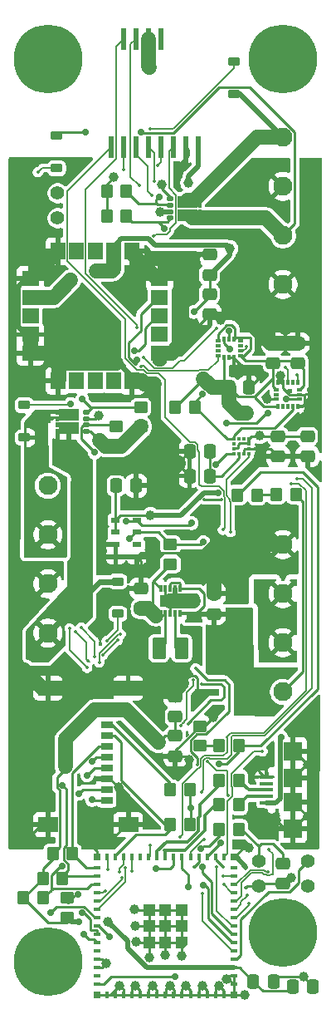
<source format=gbr>
%TF.GenerationSoftware,KiCad,Pcbnew,9.0.1*%
%TF.CreationDate,2025-04-20T11:30:13-04:00*%
%TF.ProjectId,ardentis,61726465-6e74-4697-932e-6b696361645f,A*%
%TF.SameCoordinates,Original*%
%TF.FileFunction,Copper,L1,Top*%
%TF.FilePolarity,Positive*%
%FSLAX46Y46*%
G04 Gerber Fmt 4.6, Leading zero omitted, Abs format (unit mm)*
G04 Created by KiCad (PCBNEW 9.0.1) date 2025-04-20 11:30:13*
%MOMM*%
%LPD*%
G01*
G04 APERTURE LIST*
G04 Aperture macros list*
%AMRoundRect*
0 Rectangle with rounded corners*
0 $1 Rounding radius*
0 $2 $3 $4 $5 $6 $7 $8 $9 X,Y pos of 4 corners*
0 Add a 4 corners polygon primitive as box body*
4,1,4,$2,$3,$4,$5,$6,$7,$8,$9,$2,$3,0*
0 Add four circle primitives for the rounded corners*
1,1,$1+$1,$2,$3*
1,1,$1+$1,$4,$5*
1,1,$1+$1,$6,$7*
1,1,$1+$1,$8,$9*
0 Add four rect primitives between the rounded corners*
20,1,$1+$1,$2,$3,$4,$5,0*
20,1,$1+$1,$4,$5,$6,$7,0*
20,1,$1+$1,$6,$7,$8,$9,0*
20,1,$1+$1,$8,$9,$2,$3,0*%
%AMOutline5P*
0 Free polygon, 5 corners , with rotation*
0 The origin of the aperture is its center*
0 number of corners: always 5*
0 $1 to $10 corner X, Y*
0 $11 Rotation angle, in degrees counterclockwise*
0 create outline with 5 corners*
4,1,5,$1,$2,$3,$4,$5,$6,$7,$8,$9,$10,$1,$2,$11*%
%AMOutline6P*
0 Free polygon, 6 corners , with rotation*
0 The origin of the aperture is its center*
0 number of corners: always 6*
0 $1 to $12 corner X, Y*
0 $13 Rotation angle, in degrees counterclockwise*
0 create outline with 6 corners*
4,1,6,$1,$2,$3,$4,$5,$6,$7,$8,$9,$10,$11,$12,$1,$2,$13*%
%AMOutline7P*
0 Free polygon, 7 corners , with rotation*
0 The origin of the aperture is its center*
0 number of corners: always 7*
0 $1 to $14 corner X, Y*
0 $15 Rotation angle, in degrees counterclockwise*
0 create outline with 7 corners*
4,1,7,$1,$2,$3,$4,$5,$6,$7,$8,$9,$10,$11,$12,$13,$14,$1,$2,$15*%
%AMOutline8P*
0 Free polygon, 8 corners , with rotation*
0 The origin of the aperture is its center*
0 number of corners: always 8*
0 $1 to $16 corner X, Y*
0 $17 Rotation angle, in degrees counterclockwise*
0 create outline with 8 corners*
4,1,8,$1,$2,$3,$4,$5,$6,$7,$8,$9,$10,$11,$12,$13,$14,$15,$16,$1,$2,$17*%
G04 Aperture macros list end*
%TA.AperFunction,SMDPad,CuDef*%
%ADD10RoundRect,0.250001X0.462499X0.849999X-0.462499X0.849999X-0.462499X-0.849999X0.462499X-0.849999X0*%
%TD*%
%TA.AperFunction,SMDPad,CuDef*%
%ADD11RoundRect,0.125000X0.175000X0.125000X-0.175000X0.125000X-0.175000X-0.125000X0.175000X-0.125000X0*%
%TD*%
%TA.AperFunction,SMDPad,CuDef*%
%ADD12R,2.000000X1.225000*%
%TD*%
%TA.AperFunction,SMDPad,CuDef*%
%ADD13R,0.420000X0.500000*%
%TD*%
%TA.AperFunction,SMDPad,CuDef*%
%ADD14RoundRect,0.125000X-0.175000X-0.125000X0.175000X-0.125000X0.175000X0.125000X-0.175000X0.125000X0*%
%TD*%
%TA.AperFunction,SMDPad,CuDef*%
%ADD15R,0.950000X0.550000*%
%TD*%
%TA.AperFunction,SMDPad,CuDef*%
%ADD16R,0.300000X0.600000*%
%TD*%
%TA.AperFunction,SMDPad,CuDef*%
%ADD17R,0.600000X0.300000*%
%TD*%
%TA.AperFunction,SMDPad,CuDef*%
%ADD18R,1.800000X1.500000*%
%TD*%
%TA.AperFunction,SMDPad,CuDef*%
%ADD19R,1.500000X1.800000*%
%TD*%
%TA.AperFunction,ComponentPad*%
%ADD20C,1.400000*%
%TD*%
%TA.AperFunction,SMDPad,CuDef*%
%ADD21RoundRect,0.250000X-0.475000X0.337500X-0.475000X-0.337500X0.475000X-0.337500X0.475000X0.337500X0*%
%TD*%
%TA.AperFunction,SMDPad,CuDef*%
%ADD22RoundRect,0.250000X0.350000X0.450000X-0.350000X0.450000X-0.350000X-0.450000X0.350000X-0.450000X0*%
%TD*%
%TA.AperFunction,SMDPad,CuDef*%
%ADD23RoundRect,0.225000X0.375000X-0.225000X0.375000X0.225000X-0.375000X0.225000X-0.375000X-0.225000X0*%
%TD*%
%TA.AperFunction,SMDPad,CuDef*%
%ADD24RoundRect,0.250000X0.475000X-0.337500X0.475000X0.337500X-0.475000X0.337500X-0.475000X-0.337500X0*%
%TD*%
%TA.AperFunction,SMDPad,CuDef*%
%ADD25RoundRect,0.250000X-0.350000X-0.450000X0.350000X-0.450000X0.350000X0.450000X-0.350000X0.450000X0*%
%TD*%
%TA.AperFunction,SMDPad,CuDef*%
%ADD26R,0.300000X0.800000*%
%TD*%
%TA.AperFunction,SMDPad,CuDef*%
%ADD27R,2.050000X1.250000*%
%TD*%
%TA.AperFunction,SMDPad,CuDef*%
%ADD28R,0.375000X0.350000*%
%TD*%
%TA.AperFunction,SMDPad,CuDef*%
%ADD29R,0.350000X0.375000*%
%TD*%
%TA.AperFunction,ComponentPad*%
%ADD30C,7.000000*%
%TD*%
%TA.AperFunction,SMDPad,CuDef*%
%ADD31RoundRect,0.250000X-0.337500X-0.475000X0.337500X-0.475000X0.337500X0.475000X-0.337500X0.475000X0*%
%TD*%
%TA.AperFunction,SMDPad,CuDef*%
%ADD32RoundRect,0.250000X0.450000X-0.350000X0.450000X0.350000X-0.450000X0.350000X-0.450000X-0.350000X0*%
%TD*%
%TA.AperFunction,SMDPad,CuDef*%
%ADD33RoundRect,0.250000X-0.450000X0.350000X-0.450000X-0.350000X0.450000X-0.350000X0.450000X0.350000X0*%
%TD*%
%TA.AperFunction,SMDPad,CuDef*%
%ADD34RoundRect,0.225000X-0.375000X0.225000X-0.375000X-0.225000X0.375000X-0.225000X0.375000X0.225000X0*%
%TD*%
%TA.AperFunction,ComponentPad*%
%ADD35C,1.950000*%
%TD*%
%TA.AperFunction,SMDPad,CuDef*%
%ADD36R,1.200000X0.800000*%
%TD*%
%TA.AperFunction,SMDPad,CuDef*%
%ADD37R,2.000000X1.500000*%
%TD*%
%TA.AperFunction,SMDPad,CuDef*%
%ADD38R,1.350000X0.400000*%
%TD*%
%TA.AperFunction,SMDPad,CuDef*%
%ADD39R,1.900000X1.900000*%
%TD*%
%TA.AperFunction,SMDPad,CuDef*%
%ADD40R,0.600000X2.200000*%
%TD*%
%TA.AperFunction,SMDPad,CuDef*%
%ADD41R,0.800000X0.400000*%
%TD*%
%TA.AperFunction,SMDPad,CuDef*%
%ADD42R,0.400000X0.800000*%
%TD*%
%TA.AperFunction,HeatsinkPad*%
%ADD43Outline5P,-0.600000X0.204000X-0.204000X0.600000X0.600000X0.600000X0.600000X-0.600000X-0.600000X-0.600000X180.000000*%
%TD*%
%TA.AperFunction,HeatsinkPad*%
%ADD44R,1.200000X1.200000*%
%TD*%
%TA.AperFunction,SMDPad,CuDef*%
%ADD45R,0.800000X0.800000*%
%TD*%
%TA.AperFunction,ViaPad*%
%ADD46C,1.000000*%
%TD*%
%TA.AperFunction,ViaPad*%
%ADD47C,0.700000*%
%TD*%
%TA.AperFunction,ViaPad*%
%ADD48C,0.350000*%
%TD*%
%TA.AperFunction,ViaPad*%
%ADD49C,0.400000*%
%TD*%
%TA.AperFunction,Conductor*%
%ADD50C,0.254000*%
%TD*%
%TA.AperFunction,Conductor*%
%ADD51C,0.160000*%
%TD*%
%TA.AperFunction,Conductor*%
%ADD52C,1.500000*%
%TD*%
%TA.AperFunction,Conductor*%
%ADD53C,0.500000*%
%TD*%
%TA.AperFunction,Conductor*%
%ADD54C,0.342603*%
%TD*%
%TA.AperFunction,Conductor*%
%ADD55C,0.250000*%
%TD*%
%TA.AperFunction,Conductor*%
%ADD56C,0.600000*%
%TD*%
G04 APERTURE END LIST*
D10*
%TO.P,L1,1*%
%TO.N,Net-(U7-LX1)*%
X136162500Y-93050000D03*
%TO.P,L1,2*%
%TO.N,Net-(U7-LX2)*%
X133837500Y-93050000D03*
%TD*%
D11*
%TO.P,Q2,1,S*%
%TO.N,+VSW*%
X126457500Y-70957500D03*
%TO.P,Q2,2,G*%
%TO.N,/Ignite/FIRE4*%
X126457500Y-70307500D03*
%TO.P,Q2,3,S*%
%TO.N,+VSW*%
X126457500Y-69657500D03*
%TO.P,Q2,4,G*%
%TO.N,/Ignite/FIRE3*%
X126457500Y-69007500D03*
D12*
%TO.P,Q2,5,D*%
%TO.N,/Ignite/OUT3*%
X124677500Y-69295000D03*
D13*
X123467500Y-69657500D03*
X123467500Y-69007500D03*
D12*
%TO.P,Q2,6,D*%
%TO.N,/Ignite/OUT4*%
X124677500Y-70670000D03*
D13*
X123467500Y-70957500D03*
X123467500Y-70307500D03*
%TD*%
D14*
%TO.P,Q1,1,S*%
%TO.N,+VSW*%
X135000000Y-47292500D03*
%TO.P,Q1,2,G*%
%TO.N,/Ignite/FIRE1*%
X135000000Y-47942500D03*
%TO.P,Q1,3,S*%
%TO.N,+VSW*%
X135000000Y-48592500D03*
%TO.P,Q1,4,G*%
%TO.N,/Ignite/FIRE2*%
X135000000Y-49242500D03*
D12*
%TO.P,Q1,5,D*%
%TO.N,/Ignite/OUT2*%
X136780000Y-48955000D03*
D13*
X137990000Y-48592500D03*
X137990000Y-49242500D03*
D12*
%TO.P,Q1,6,D*%
%TO.N,/Ignite/OUT1*%
X136780000Y-47580000D03*
D13*
X137990000Y-47292500D03*
X137990000Y-47942500D03*
%TD*%
D15*
%TO.P,U6,1,VDD*%
%TO.N,+3V3*%
X129425000Y-80000000D03*
%TO.P,U6,2,PS*%
X129425000Y-81250000D03*
%TO.P,U6,3,GND*%
%TO.N,GND*%
X129425000Y-82500000D03*
%TO.P,U6,4,CSB*%
X129425000Y-83750000D03*
%TO.P,U6,5,CSB*%
X131575000Y-83750000D03*
%TO.P,U6,6,SDO*%
%TO.N,unconnected-(U6-SDO-Pad6)*%
X131575000Y-82500000D03*
%TO.P,U6,7,SDI/SDA*%
%TO.N,/MCU-Storage-Power/SDA*%
X131575000Y-81250000D03*
%TO.P,U6,8,SCLK*%
%TO.N,/MCU-Storage-Power/SCL*%
X131575000Y-80000000D03*
%TD*%
D16*
%TO.P,U4,1,VDD_IO*%
%TO.N,+3V3*%
X146000000Y-68400000D03*
%TO.P,U4,2,NC_1*%
%TO.N,unconnected-(U4-NC_1-Pad2)*%
X146500000Y-68400000D03*
%TO.P,U4,3,NC_2*%
%TO.N,unconnected-(U4-NC_2-Pad3)*%
X147000000Y-68400000D03*
%TO.P,U4,4,SCL_SPC*%
%TO.N,/MCU-Storage-Power/SCL*%
X147500000Y-68400000D03*
%TO.P,U4,5,GND_1*%
%TO.N,GND*%
X148000000Y-68400000D03*
D17*
%TO.P,U4,6,SDA_SDI_SDO*%
%TO.N,/MCU-Storage-Power/SDA*%
X148200000Y-67700000D03*
%TO.P,U4,7,SDO_SA0*%
%TO.N,GND*%
X148200000Y-67200000D03*
%TO.P,U4,8,CS*%
%TO.N,+3V3*%
X148200000Y-66700000D03*
D16*
%TO.P,U4,9,INT2*%
%TO.N,/MCU-Storage-Power/IO16*%
X148000000Y-66000000D03*
%TO.P,U4,10,RESERVED_1*%
%TO.N,unconnected-(U4-RESERVED_1-Pad10)*%
X147500000Y-66000000D03*
%TO.P,U4,11,INT1*%
%TO.N,/MCU-Storage-Power/IO21*%
X147000000Y-66000000D03*
%TO.P,U4,12,GND_2*%
%TO.N,GND*%
X146500000Y-66000000D03*
%TO.P,U4,13,GND_3*%
X146000000Y-66000000D03*
D17*
%TO.P,U4,14,VDD*%
%TO.N,+3V3*%
X145800000Y-66700000D03*
%TO.P,U4,15,RESERVED_2*%
%TO.N,unconnected-(U4-RESERVED_2-Pad15)*%
X145800000Y-67200000D03*
%TO.P,U4,16,GND_4*%
%TO.N,GND*%
X145800000Y-67700000D03*
%TD*%
D18*
%TO.P,U2,1,GND*%
%TO.N,GND*%
X120712500Y-55400000D03*
%TO.P,U2,2,VCC_IO*%
%TO.N,+3V3*%
X120712500Y-57300000D03*
%TO.P,U2,3,V_BCKP*%
%TO.N,unconnected-(U2-V_BCKP-Pad3)*%
X120712500Y-59200000D03*
%TO.P,U2,4,GND*%
%TO.N,GND*%
X120712500Y-61100000D03*
%TO.P,U2,5,GND*%
X120712500Y-63000000D03*
D19*
%TO.P,U2,6,GND*%
X123512500Y-65800000D03*
%TO.P,U2,7,TIMEPULSE*%
%TO.N,unconnected-(U2-TIMEPULSE-Pad7)*%
X125412500Y-65800000D03*
%TO.P,U2,8,~{SAFEBOOT}*%
%TO.N,unconnected-(U2-~{SAFEBOOT}-Pad8)*%
X127312500Y-65800000D03*
%TO.P,U2,9,SDA*%
%TO.N,unconnected-(U2-SDA-Pad9)*%
X129212500Y-65800000D03*
%TO.P,U2,10,GND*%
%TO.N,GND*%
X131112500Y-65800000D03*
D18*
%TO.P,U2,11,GND*%
X133912500Y-63000000D03*
%TO.P,U2,12,SCL*%
%TO.N,unconnected-(U2-SCL-Pad12)*%
X133912500Y-61100000D03*
%TO.P,U2,13,TXD*%
%TO.N,/MCU-Storage-Power/UART1.RX*%
X133912500Y-59200000D03*
%TO.P,U2,14,RXD*%
%TO.N,/MCU-Storage-Power/UART1.TX*%
X133912500Y-57300000D03*
%TO.P,U2,15,GND*%
%TO.N,GND*%
X133912500Y-55400000D03*
D19*
%TO.P,U2,16,GND*%
X131112500Y-52600000D03*
%TO.P,U2,17,VCC*%
%TO.N,+3V3*%
X129212500Y-52600000D03*
%TO.P,U2,18,~{RESET}*%
%TO.N,unconnected-(U2-~{RESET}-Pad18)*%
X127312500Y-52600000D03*
%TO.P,U2,19,EXTINT*%
%TO.N,unconnected-(U2-EXTINT-Pad19)*%
X125412500Y-52600000D03*
%TO.P,U2,20,GND*%
%TO.N,GND*%
X123512500Y-52600000D03*
%TD*%
D20*
%TO.P,JP1,1,A*%
%TO.N,GND*%
X144000000Y-117250000D03*
%TO.P,JP1,2,B*%
%TO.N,/MCU-Storage-Power/EN*%
X144000000Y-114710000D03*
%TD*%
%TO.P,JP2,1,A*%
%TO.N,GND*%
X149000000Y-117250000D03*
%TO.P,JP2,2,B*%
%TO.N,/MCU-Storage-Power/BOOT*%
X149000000Y-114710000D03*
%TD*%
D21*
%TO.P,C13,1*%
%TO.N,GND*%
X135500000Y-97962500D03*
%TO.P,C13,2*%
%TO.N,+3V3*%
X135500000Y-100037500D03*
%TD*%
D22*
%TO.P,R12,1*%
%TO.N,+3V3*%
X137000000Y-107500000D03*
%TO.P,R12,2*%
%TO.N,/MCU-Storage-Power/SD.D2*%
X135000000Y-107500000D03*
%TD*%
D23*
%TO.P,D1,1,K*%
%TO.N,/Ignite/OUT1*%
X141450000Y-36600000D03*
%TO.P,D1,2,A*%
%TO.N,/Ignite/CONT1*%
X141450000Y-33300000D03*
%TD*%
D24*
%TO.P,C4,1*%
%TO.N,+3V3*%
X148000000Y-64037500D03*
%TO.P,C4,2*%
%TO.N,GND*%
X148000000Y-61962500D03*
%TD*%
%TO.P,C3,1*%
%TO.N,+3V3*%
X145500000Y-64037500D03*
%TO.P,C3,2*%
%TO.N,GND*%
X145500000Y-61962500D03*
%TD*%
D21*
%TO.P,C15,1*%
%TO.N,/MCU-Storage-Power/EN*%
X146500000Y-114962500D03*
%TO.P,C15,2*%
%TO.N,GND*%
X146500000Y-117037500D03*
%TD*%
D25*
%TO.P,R18,1*%
%TO.N,+3V3*%
X120000000Y-118500000D03*
%TO.P,R18,2*%
%TO.N,/MCU-Storage-Power/SD.D0*%
X122000000Y-118500000D03*
%TD*%
%TO.P,R16,1*%
%TO.N,+3V3*%
X123000000Y-114000000D03*
%TO.P,R16,2*%
%TO.N,/MCU-Storage-Power/SD.CMD*%
X125000000Y-114000000D03*
%TD*%
%TO.P,R2,1*%
%TO.N,+VSW*%
X128500000Y-49000000D03*
%TO.P,R2,2*%
%TO.N,/Ignite/FIRE2*%
X130500000Y-49000000D03*
%TD*%
D26*
%TO.P,U7,1,VOUT*%
%TO.N,+3V3*%
X134000000Y-89500000D03*
%TO.P,U7,2,LX2*%
%TO.N,Net-(U7-LX2)*%
X134500000Y-89500000D03*
%TO.P,U7,3,GND_1*%
%TO.N,GND*%
X135000000Y-89500000D03*
%TO.P,U7,4,LX1*%
%TO.N,Net-(U7-LX1)*%
X135500000Y-89500000D03*
%TO.P,U7,5,VIN*%
%TO.N,VCC*%
X136000000Y-89500000D03*
%TO.P,U7,6,EN*%
X136000000Y-87000000D03*
%TO.P,U7,7,PS*%
%TO.N,GND*%
X135500000Y-87000000D03*
%TO.P,U7,8,VINA*%
%TO.N,VCC*%
X135000000Y-87000000D03*
%TO.P,U7,9,GND_2*%
%TO.N,GND*%
X134500000Y-87000000D03*
%TO.P,U7,10,FB*%
%TO.N,+3V3*%
X134000000Y-87000000D03*
D27*
%TO.P,U7,11,GND_3*%
%TO.N,GND*%
X135000000Y-88250000D03*
%TD*%
D25*
%TO.P,R7,1*%
%TO.N,Net-(R6-Pad2)*%
X145800000Y-77400000D03*
%TO.P,R7,2*%
%TO.N,+VSW*%
X147800000Y-77400000D03*
%TD*%
D28*
%TO.P,U5,1,SCL/SPC*%
%TO.N,/MCU-Storage-Power/SCL*%
X141487500Y-71750000D03*
%TO.P,U5,2,NC*%
%TO.N,unconnected-(U5-NC-Pad2)*%
X141487500Y-72250000D03*
%TO.P,U5,3,~{CS}*%
%TO.N,+3V3*%
X141487500Y-72750000D03*
%TO.P,U5,4,SDA/SDI/SDO*%
%TO.N,/MCU-Storage-Power/SDA*%
X141487500Y-73250000D03*
D29*
%TO.P,U5,5,C1*%
%TO.N,Net-(U5-C1)*%
X142000000Y-73262500D03*
%TO.P,U5,6,GND*%
%TO.N,GND*%
X142500000Y-73262500D03*
D28*
%TO.P,U5,7,INT*%
%TO.N,/MCU-Storage-Power/IO12*%
X143012500Y-73250000D03*
%TO.P,U5,8,GND*%
%TO.N,GND*%
X143012500Y-72750000D03*
%TO.P,U5,9,Vdd*%
%TO.N,+3V3*%
X143012500Y-72250000D03*
%TO.P,U5,10,Vdd_IO*%
X143012500Y-71750000D03*
D29*
%TO.P,U5,11,NC*%
%TO.N,unconnected-(U5-NC-Pad11)*%
X142500000Y-71737500D03*
%TO.P,U5,12,NC*%
%TO.N,unconnected-(U5-NC-Pad12)*%
X142000000Y-71737500D03*
%TD*%
D24*
%TO.P,C14,1*%
%TO.N,GND*%
X135500000Y-104037500D03*
%TO.P,C14,2*%
%TO.N,+3V3*%
X135500000Y-101962500D03*
%TD*%
D21*
%TO.P,C2,1*%
%TO.N,+3V3*%
X139000000Y-56962500D03*
%TO.P,C2,2*%
%TO.N,GND*%
X139000000Y-59037500D03*
%TD*%
D30*
%TO.P,H4,1*%
%TO.N,N/C*%
X122500000Y-125000000D03*
%TD*%
D31*
%TO.P,C10,1*%
%TO.N,+3V3*%
X129462500Y-76500000D03*
%TO.P,C10,2*%
%TO.N,GND*%
X131537500Y-76500000D03*
%TD*%
D32*
%TO.P,R4,1*%
%TO.N,+VSW*%
X132000000Y-70500000D03*
%TO.P,R4,2*%
%TO.N,/Ignite/FIRE3*%
X132000000Y-68500000D03*
%TD*%
D31*
%TO.P,C17,1*%
%TO.N,+3V3*%
X147462500Y-127500000D03*
%TO.P,C17,2*%
%TO.N,GND*%
X149537500Y-127500000D03*
%TD*%
D25*
%TO.P,R13,1*%
%TO.N,/MCU-Storage-Power/USB_MCU.D-*%
X140000000Y-109000000D03*
%TO.P,R13,2*%
%TO.N,/MCU-Storage-Power/USB.D-*%
X142000000Y-109000000D03*
%TD*%
D24*
%TO.P,C12,1*%
%TO.N,VCC*%
X139450000Y-89587500D03*
%TO.P,C12,2*%
%TO.N,GND*%
X139450000Y-87512500D03*
%TD*%
D30*
%TO.P,H2,1*%
%TO.N,N/C*%
X146500000Y-33000000D03*
%TD*%
D33*
%TO.P,R9,1*%
%TO.N,GND*%
X138000000Y-101000000D03*
%TO.P,R9,2*%
%TO.N,Net-(R10-Pad1)*%
X138000000Y-103000000D03*
%TD*%
D34*
%TO.P,D4,1,K*%
%TO.N,/Ignite/OUT4*%
X129650000Y-86250000D03*
%TO.P,D4,2,A*%
%TO.N,/Ignite/CONT4*%
X129650000Y-89550000D03*
%TD*%
D35*
%TO.P,J2,1,Pin_1*%
%TO.N,GND*%
X146500000Y-56000000D03*
%TO.P,J2,2,Pin_2*%
%TO.N,/Ignite/OUT2*%
X146500000Y-51000000D03*
%TO.P,J2,3,Pin_3*%
%TO.N,GND*%
X146500000Y-46000000D03*
%TO.P,J2,4,Pin_4*%
%TO.N,/Ignite/OUT1*%
X146500000Y-41000000D03*
%TD*%
D24*
%TO.P,C1,1*%
%TO.N,+3V3*%
X139000000Y-55037500D03*
%TO.P,C1,2*%
%TO.N,GND*%
X139000000Y-52962500D03*
%TD*%
D21*
%TO.P,C6,1*%
%TO.N,+3V3*%
X146000000Y-71462500D03*
%TO.P,C6,2*%
%TO.N,GND*%
X146000000Y-73537500D03*
%TD*%
D32*
%TO.P,R5,1*%
%TO.N,+VSW*%
X129500000Y-72500000D03*
%TO.P,R5,2*%
%TO.N,/Ignite/FIRE4*%
X129500000Y-70500000D03*
%TD*%
D36*
%TO.P,J5,1,DAT2*%
%TO.N,/MCU-Storage-Power/SD.D2*%
X128500000Y-100830000D03*
%TO.P,J5,2,DAT3/CD*%
%TO.N,/MCU-Storage-Power/SD.D3*%
X128500000Y-101930000D03*
%TO.P,J5,3,CMD*%
%TO.N,/MCU-Storage-Power/SD.CMD*%
X128500000Y-103030000D03*
%TO.P,J5,4,VDD*%
%TO.N,+3V3*%
X128500000Y-104130000D03*
%TO.P,J5,5,CLK*%
%TO.N,/MCU-Storage-Power/SD.CLK*%
X128500000Y-105230000D03*
%TO.P,J5,6,VSS*%
%TO.N,GND*%
X128500000Y-106330000D03*
%TO.P,J5,7,DAT0*%
%TO.N,/MCU-Storage-Power/SD.D0*%
X128500000Y-107430000D03*
%TO.P,J5,8,DAT1*%
%TO.N,/MCU-Storage-Power/SD.D1*%
X128500000Y-108530000D03*
D37*
%TO.P,J5,9,SHIELD*%
%TO.N,GND*%
X122500000Y-111000000D03*
X130700000Y-111000000D03*
X122500000Y-97110000D03*
X130700000Y-97110000D03*
%TD*%
D25*
%TO.P,R6,1*%
%TO.N,/MCU-Storage-Power/ADC0*%
X141850000Y-77450000D03*
%TO.P,R6,2*%
%TO.N,Net-(R6-Pad2)*%
X143850000Y-77450000D03*
%TD*%
D22*
%TO.P,R15,1*%
%TO.N,/MCU-Storage-Power/EN*%
X142000000Y-111500000D03*
%TO.P,R15,2*%
%TO.N,+3V3*%
X140000000Y-111500000D03*
%TD*%
D21*
%TO.P,C11,1*%
%TO.N,GND*%
X132037500Y-86962500D03*
%TO.P,C11,2*%
%TO.N,+3V3*%
X132037500Y-89037500D03*
%TD*%
D38*
%TO.P,J6,1,VBUS*%
%TO.N,+5V*%
X144825000Y-108800000D03*
%TO.P,J6,2,D-*%
%TO.N,/MCU-Storage-Power/USB.D-*%
X144825000Y-108150000D03*
%TO.P,J6,3,D+*%
%TO.N,/MCU-Storage-Power/USB.D+*%
X144825000Y-107500000D03*
%TO.P,J6,4,ID*%
%TO.N,unconnected-(J6-ID-Pad4)*%
X144825000Y-106850000D03*
%TO.P,J6,5,GND*%
%TO.N,GND*%
X144825000Y-106200000D03*
D39*
%TO.P,J6,6,Shield*%
X147500000Y-111450000D03*
X147500000Y-108700000D03*
X147500000Y-106300000D03*
X147500000Y-103550000D03*
%TD*%
D21*
%TO.P,C7,1*%
%TO.N,+3V3*%
X149000000Y-71462500D03*
%TO.P,C7,2*%
%TO.N,GND*%
X149000000Y-73537500D03*
%TD*%
D35*
%TO.P,J3,1,Pin_1*%
%TO.N,GND*%
X122500000Y-76500000D03*
%TO.P,J3,2,Pin_2*%
%TO.N,/Ignite/OUT3*%
X122500000Y-81500000D03*
%TO.P,J3,3,Pin_3*%
%TO.N,GND*%
X122500000Y-86500000D03*
%TO.P,J3,4,Pin_4*%
%TO.N,/Ignite/OUT4*%
X122500000Y-91500000D03*
%TD*%
D30*
%TO.P,H3,1*%
%TO.N,N/C*%
X146500000Y-122000000D03*
%TD*%
D22*
%TO.P,R14,1*%
%TO.N,+3V3*%
X137000000Y-111000000D03*
%TO.P,R14,2*%
%TO.N,/MCU-Storage-Power/SD.D3*%
X135000000Y-111000000D03*
%TD*%
D25*
%TO.P,R1,1*%
%TO.N,+VSW*%
X128500000Y-46500000D03*
%TO.P,R1,2*%
%TO.N,/Ignite/FIRE1*%
X130500000Y-46500000D03*
%TD*%
D23*
%TO.P,D3,1,K*%
%TO.N,/Ignite/OUT3*%
X120100000Y-71600000D03*
%TO.P,D3,2,A*%
%TO.N,/Ignite/CONT3*%
X120100000Y-68300000D03*
%TD*%
D25*
%TO.P,R17,1*%
%TO.N,+3V3*%
X122000000Y-116500000D03*
%TO.P,R17,2*%
%TO.N,/MCU-Storage-Power/SD.CLK*%
X124000000Y-116500000D03*
%TD*%
D35*
%TO.P,J4,1,Pin_1*%
%TO.N,+VSW*%
X146500000Y-97500000D03*
%TO.P,J4,2,Pin_2*%
%TO.N,+BATT*%
X146500000Y-92500000D03*
%TO.P,J4,3,Pin_3*%
X146500000Y-87500000D03*
%TO.P,J4,4,Pin_4*%
%TO.N,GND*%
X146500000Y-82500000D03*
%TD*%
D31*
%TO.P,C5,1*%
%TO.N,+3V3*%
X140962500Y-66500000D03*
%TO.P,C5,2*%
%TO.N,GND*%
X143037500Y-66500000D03*
%TD*%
D20*
%TO.P,J1,1,Pin_1*%
%TO.N,/MCU-Storage-Power/RX0*%
X123500000Y-49250000D03*
%TO.P,J1,2,Pin_2*%
%TO.N,/MCU-Storage-Power/TX0*%
X123500000Y-46710000D03*
%TD*%
D32*
%TO.P,R8,1*%
%TO.N,+3V3*%
X135000000Y-84500000D03*
%TO.P,R8,2*%
%TO.N,/MCU-Storage-Power/SDA*%
X135000000Y-82500000D03*
%TD*%
D31*
%TO.P,C9,1*%
%TO.N,GND*%
X136962500Y-75500000D03*
%TO.P,C9,2*%
%TO.N,Net-(U5-C1)*%
X139037500Y-75500000D03*
%TD*%
D30*
%TO.P,H1,1*%
%TO.N,N/C*%
X122500000Y-33000000D03*
%TD*%
D31*
%TO.P,C16,1*%
%TO.N,+3V3*%
X143462500Y-127000000D03*
%TO.P,C16,2*%
%TO.N,GND*%
X145537500Y-127000000D03*
%TD*%
D17*
%TO.P,U3,1,AP_SDO_/_AP_AD0*%
%TO.N,+3V3*%
X139850000Y-61750000D03*
%TO.P,U3,2,RESV_1*%
%TO.N,unconnected-(U3-RESV_1-Pad2)*%
X139850000Y-62250000D03*
%TO.P,U3,3,RESV_2*%
%TO.N,unconnected-(U3-RESV_2-Pad3)*%
X139850000Y-62750000D03*
%TO.P,U3,4,INT1_/_INT*%
%TO.N,/MCU-Storage-Power/IO39*%
X139850000Y-63250000D03*
D16*
%TO.P,U3,5,VDDIO*%
%TO.N,+3V3*%
X140500000Y-63400000D03*
%TO.P,U3,6,GND*%
%TO.N,GND*%
X141000000Y-63400000D03*
%TO.P,U3,7,FSYNC*%
X141500000Y-63400000D03*
D17*
%TO.P,U3,8,VDD*%
%TO.N,+3V3*%
X142150000Y-63250000D03*
%TO.P,U3,9,INT2*%
%TO.N,/MCU-Storage-Power/IO40*%
X142150000Y-62750000D03*
%TO.P,U3,10,RESV_3*%
%TO.N,unconnected-(U3-RESV_3-Pad10)*%
X142150000Y-62250000D03*
%TO.P,U3,11,RESV_4*%
%TO.N,unconnected-(U3-RESV_4-Pad11)*%
X142150000Y-61750000D03*
D16*
%TO.P,U3,12,AP_CS*%
%TO.N,+3V3*%
X141500000Y-61600000D03*
%TO.P,U3,13,AP_SCL_/_AP_SCLK*%
%TO.N,/MCU-Storage-Power/SCL*%
X141000000Y-61600000D03*
%TO.P,U3,14,AP_SDA_/_AP_SDIO_/_AP_SDI*%
%TO.N,/MCU-Storage-Power/SDA*%
X140500000Y-61600000D03*
%TD*%
D34*
%TO.P,D2,1,K*%
%TO.N,/Ignite/OUT2*%
X123400000Y-40850000D03*
%TO.P,D2,2,A*%
%TO.N,/Ignite/CONT2*%
X123400000Y-44150000D03*
%TD*%
D25*
%TO.P,R11,1*%
%TO.N,/MCU-Storage-Power/USB_MCU.D+*%
X140000000Y-106500000D03*
%TO.P,R11,2*%
%TO.N,/MCU-Storage-Power/USB.D+*%
X142000000Y-106500000D03*
%TD*%
D31*
%TO.P,C8,1*%
%TO.N,GND*%
X136962500Y-73000000D03*
%TO.P,C8,2*%
%TO.N,Net-(U5-C1)*%
X139037500Y-73000000D03*
%TD*%
D32*
%TO.P,R19,1*%
%TO.N,+3V3*%
X124500000Y-120500000D03*
%TO.P,R19,2*%
%TO.N,/MCU-Storage-Power/SD.D1*%
X124500000Y-118500000D03*
%TD*%
D40*
%TO.P,U1,1,RF_SW_*%
%TO.N,/MCU-Storage-Power/IO5*%
X128960000Y-42000000D03*
%TO.P,U1,2,MISO*%
%TO.N,/MCU-Storage-Power/IO8*%
X130230000Y-42000000D03*
%TO.P,U1,3,MOSI*%
%TO.N,/MCU-Storage-Power/IO9*%
X131500000Y-42000000D03*
%TO.P,U1,4,SCK*%
%TO.N,/MCU-Storage-Power/IO7*%
X132770000Y-42000000D03*
%TO.P,U1,5,NRST*%
%TO.N,/MCU-Storage-Power/IO10*%
X134040000Y-42000000D03*
%TO.P,U1,6,NSS*%
%TO.N,/MCU-Storage-Power/IO4*%
X135310000Y-42000000D03*
%TO.P,U1,7,GND_1*%
%TO.N,GND*%
X136580000Y-42000000D03*
%TO.P,U1,8,VCC*%
%TO.N,+3V3*%
X137850000Y-42000000D03*
%TO.P,U1,9,ANT*%
%TO.N,unconnected-(U1-ANT-Pad9)*%
X134040000Y-31000000D03*
%TO.P,U1,10,GND_2*%
%TO.N,GND*%
X132770000Y-31000000D03*
%TO.P,U1,11,BUSY*%
%TO.N,/MCU-Storage-Power/IO6*%
X131500000Y-31000000D03*
%TO.P,U1,12,DIO1*%
%TO.N,/MCU-Storage-Power/IO1*%
X130230000Y-31000000D03*
%TD*%
D25*
%TO.P,R3,1*%
%TO.N,+3V3*%
X135500000Y-68500000D03*
%TO.P,R3,2*%
%TO.N,/MCU-Storage-Power/SCL*%
X137500000Y-68500000D03*
%TD*%
%TO.P,R10,1*%
%TO.N,Net-(R10-Pad1)*%
X140000000Y-103000000D03*
%TO.P,R10,2*%
%TO.N,/MCU-Storage-Power/ADC0*%
X142000000Y-103000000D03*
%TD*%
D41*
%TO.P,U8,1,GND*%
%TO.N,GND*%
X141500000Y-127300000D03*
%TO.P,U8,2,GND*%
X141500000Y-126450000D03*
%TO.P,U8,3,3V3*%
%TO.N,+3V3*%
X141500000Y-125600000D03*
%TO.P,U8,4,IO0*%
%TO.N,/MCU-Storage-Power/BOOT*%
X141500000Y-124750000D03*
%TO.P,U8,5,IO1*%
%TO.N,/MCU-Storage-Power/IO1*%
X141500000Y-123900000D03*
%TO.P,U8,6,IO2*%
%TO.N,/MCU-Storage-Power/SCL*%
X141500000Y-123050000D03*
%TO.P,U8,7,IO3*%
%TO.N,/MCU-Storage-Power/SDA*%
X141500000Y-122200000D03*
%TO.P,U8,8,IO4*%
%TO.N,/MCU-Storage-Power/IO4*%
X141500000Y-121350000D03*
%TO.P,U8,9,IO5*%
%TO.N,/MCU-Storage-Power/IO5*%
X141500000Y-120500000D03*
%TO.P,U8,10,IO6*%
%TO.N,/MCU-Storage-Power/IO6*%
X141500000Y-119650000D03*
%TO.P,U8,11,IO7*%
%TO.N,/MCU-Storage-Power/IO7*%
X141500000Y-118800000D03*
%TO.P,U8,12,IO8*%
%TO.N,/MCU-Storage-Power/IO8*%
X141500000Y-117950000D03*
%TO.P,U8,13,IO9*%
%TO.N,/MCU-Storage-Power/IO9*%
X141500000Y-117100000D03*
%TO.P,U8,14,IO10*%
%TO.N,/MCU-Storage-Power/IO10*%
X141500000Y-116250000D03*
%TO.P,U8,15,IO11*%
%TO.N,/MCU-Storage-Power/IO11*%
X141500000Y-115400000D03*
D42*
%TO.P,U8,16,IO12*%
%TO.N,/MCU-Storage-Power/IO12*%
X140450000Y-114350000D03*
%TO.P,U8,17,IO13*%
%TO.N,/Ignite/FIRE2*%
X139600000Y-114350000D03*
%TO.P,U8,18,IO14*%
%TO.N,/MCU-Storage-Power/ADC0*%
X138750000Y-114350000D03*
%TO.P,U8,19,IO15*%
%TO.N,/Ignite/FIRE1*%
X137900000Y-114350000D03*
%TO.P,U8,20,IO16*%
%TO.N,/MCU-Storage-Power/IO16*%
X137050000Y-114350000D03*
%TO.P,U8,21,IO17*%
%TO.N,/MCU-Storage-Power/TX1*%
X136200000Y-114350000D03*
%TO.P,U8,22,IO18*%
%TO.N,/MCU-Storage-Power/RX1*%
X135350000Y-114350000D03*
%TO.P,U8,23,USB_D-*%
%TO.N,/MCU-Storage-Power/USB_MCU.D-*%
X134500000Y-114350000D03*
%TO.P,U8,24,USB_D+*%
%TO.N,/MCU-Storage-Power/USB_MCU.D+*%
X133650000Y-114350000D03*
%TO.P,U8,25,IO21*%
%TO.N,/MCU-Storage-Power/IO21*%
X132800000Y-114350000D03*
%TO.P,U8,26,IO26*%
%TO.N,unconnected-(U8-IO26-Pad26)*%
X131950000Y-114350000D03*
%TO.P,U8,27,IO47*%
%TO.N,/Ignite/CONT4*%
X131100000Y-114350000D03*
%TO.P,U8,28,IO33*%
%TO.N,/Ignite/CONT3*%
X130250000Y-114350000D03*
%TO.P,U8,29,IO34*%
%TO.N,/MCU-Storage-Power/SD.D3*%
X129400000Y-114350000D03*
%TO.P,U8,30,IO48*%
%TO.N,/Ignite/CONT2*%
X128550000Y-114350000D03*
D41*
%TO.P,U8,31,IO35*%
%TO.N,/MCU-Storage-Power/SD.CMD*%
X127500000Y-115400000D03*
%TO.P,U8,32,IO36*%
%TO.N,/MCU-Storage-Power/SD.CLK*%
X127500000Y-116250000D03*
%TO.P,U8,33,IO37*%
%TO.N,/MCU-Storage-Power/SD.D0*%
X127500000Y-117100000D03*
%TO.P,U8,34,IO38*%
%TO.N,/Ignite/CONT1*%
X127500000Y-117950000D03*
%TO.P,U8,35,IO39*%
%TO.N,/MCU-Storage-Power/IO39*%
X127500000Y-118800000D03*
%TO.P,U8,36,IO40*%
%TO.N,/MCU-Storage-Power/IO40*%
X127500000Y-119650000D03*
%TO.P,U8,37,IO41*%
%TO.N,/Ignite/FIRE4*%
X127500000Y-120500000D03*
%TO.P,U8,38,IO42*%
%TO.N,/Ignite/FIRE3*%
X127500000Y-121350000D03*
%TO.P,U8,39,TXD0*%
%TO.N,/MCU-Storage-Power/TX0*%
X127500000Y-122200000D03*
%TO.P,U8,40,RXD0*%
%TO.N,/MCU-Storage-Power/RX0*%
X127500000Y-123050000D03*
%TO.P,U8,41,IO45*%
%TO.N,unconnected-(U8-IO45-Pad41)*%
X127500000Y-123900000D03*
%TO.P,U8,42,GND*%
%TO.N,GND*%
X127500000Y-124750000D03*
%TO.P,U8,43,GND*%
X127500000Y-125600000D03*
%TO.P,U8,44,IO46*%
%TO.N,unconnected-(U8-IO46-Pad44)*%
X127500000Y-126450000D03*
%TO.P,U8,45,EN*%
%TO.N,/MCU-Storage-Power/EN*%
X127500000Y-127300000D03*
D42*
%TO.P,U8,46,GND*%
%TO.N,GND*%
X128550000Y-128350000D03*
%TO.P,U8,47,GND*%
X129400000Y-128350000D03*
%TO.P,U8,48,GND*%
X130250000Y-128350000D03*
%TO.P,U8,49,GND*%
X131100000Y-128350000D03*
%TO.P,U8,50,GND*%
X131950000Y-128350000D03*
%TO.P,U8,51,GND*%
X132800000Y-128350000D03*
%TO.P,U8,52,GND*%
X133650000Y-128350000D03*
%TO.P,U8,53,GND*%
X134500000Y-128350000D03*
%TO.P,U8,54,GND*%
X135350000Y-128350000D03*
%TO.P,U8,55,GND*%
X136200000Y-128350000D03*
%TO.P,U8,56,GND*%
X137050000Y-128350000D03*
%TO.P,U8,57,GND*%
X137900000Y-128350000D03*
%TO.P,U8,58,GND*%
X138750000Y-128350000D03*
%TO.P,U8,59,GND*%
X139600000Y-128350000D03*
%TO.P,U8,60,GND*%
X140450000Y-128350000D03*
D43*
%TO.P,U8,61,GND*%
X136150000Y-123000000D03*
D44*
X136150000Y-121350000D03*
X136150000Y-119700000D03*
X134500000Y-123000000D03*
X134500000Y-121350000D03*
X134500000Y-119700000D03*
X132850000Y-123000000D03*
X132850000Y-121350000D03*
X132850000Y-119700000D03*
D45*
%TO.P,U8,62,GND*%
X141500000Y-128350000D03*
%TO.P,U8,63,GND*%
X141500000Y-114350000D03*
%TO.P,U8,64,GND*%
X127500000Y-114350000D03*
%TO.P,U8,65,GND*%
X127500000Y-128350000D03*
%TD*%
D46*
%TO.N,GND*%
X143050000Y-113350000D03*
X133200000Y-127475000D03*
X138300000Y-127475000D03*
X132850000Y-33850000D03*
X131450000Y-127475000D03*
X137350000Y-88250000D03*
D47*
X133750000Y-66100000D03*
D46*
X132850000Y-124600000D03*
X146250000Y-65300000D03*
X143650000Y-60400000D03*
X128450000Y-125150000D03*
X144200000Y-65400000D03*
X144850000Y-67700000D03*
X136600000Y-127475000D03*
X144300000Y-72750000D03*
X131350000Y-119650000D03*
X137350000Y-53750000D03*
X134450000Y-124300000D03*
X129703324Y-107231459D03*
X129150000Y-112400000D03*
D47*
X133900000Y-64000000D03*
D46*
X120750000Y-112100000D03*
X123600000Y-64250000D03*
X137250000Y-84000000D03*
X143850000Y-104800000D03*
D47*
X136200000Y-57450000D03*
D46*
X139350000Y-100100000D03*
D47*
X136200000Y-55750000D03*
D46*
X136200000Y-124400000D03*
X120100000Y-95300000D03*
D47*
X135800000Y-45000000D03*
D48*
X142675000Y-117425000D03*
D46*
X129850000Y-127400000D03*
X136900000Y-104450000D03*
X140150000Y-59600000D03*
X148584500Y-126547000D03*
X131450000Y-121350000D03*
X131500000Y-122950000D03*
X125000000Y-97110000D03*
X136200000Y-96650000D03*
X126750000Y-113000000D03*
X149000000Y-110200000D03*
X134950000Y-127425000D03*
X149050000Y-104950000D03*
X133537500Y-76500000D03*
X137850000Y-97650000D03*
X142600000Y-128350000D03*
X140700000Y-126727000D03*
X145800000Y-110600000D03*
X147345000Y-116466664D03*
D49*
X142700000Y-115400000D03*
D46*
X140000000Y-127475000D03*
X135800000Y-74150000D03*
X139800000Y-82400000D03*
D48*
%TO.N,/MCU-Storage-Power/IO8*%
X140900000Y-108050000D03*
X130269921Y-44324371D03*
X140450000Y-117150000D03*
X138800000Y-104600000D03*
D47*
%TO.N,/MCU-Storage-Power/SD.CLK*%
X124000000Y-107000000D03*
X126500000Y-106000000D03*
%TO.N,/MCU-Storage-Power/SD.D1*%
X127000000Y-108500000D03*
X125550000Y-118101000D03*
D48*
%TO.N,/MCU-Storage-Power/IO10*%
X133705000Y-43840371D03*
X140350000Y-116300000D03*
D46*
%TO.N,+3V3*%
X144150000Y-71400000D03*
X127400000Y-54600000D03*
D47*
X133750000Y-102650000D03*
X125700000Y-120900000D03*
D46*
X128650000Y-120900000D03*
D47*
X138400000Y-65600000D03*
X124450000Y-105200000D03*
D46*
X142800000Y-69100000D03*
D47*
X137400000Y-58800000D03*
X138147066Y-113502469D03*
D46*
X136850000Y-45650000D03*
D47*
X137100000Y-109350000D03*
X127039265Y-104539265D03*
D46*
X124800000Y-55600000D03*
D47*
X139850000Y-77200000D03*
D46*
X132978000Y-79497000D03*
D47*
X133236500Y-89463500D03*
D46*
X141100000Y-52350000D03*
D47*
%TO.N,/MCU-Storage-Power/EN*%
X135500000Y-126500000D03*
%TO.N,VCC*%
X144650000Y-98650000D03*
D48*
%TO.N,/Ignite/CONT1*%
X128350000Y-117750000D03*
X125300000Y-91350000D03*
X132900000Y-40148000D03*
X126600000Y-94300000D03*
%TO.N,/Ignite/CONT2*%
X126500000Y-95050000D03*
X124700000Y-91000000D03*
X121473977Y-44573977D03*
X128650000Y-115550000D03*
D47*
%TO.N,/MCU-Storage-Power/SDA*%
X146789927Y-67654028D03*
X141100000Y-62550000D03*
X144933568Y-69089515D03*
X140700000Y-70150000D03*
X138378157Y-82221843D03*
X138300000Y-115300000D03*
X139614500Y-74350000D03*
X130825629Y-81868318D03*
%TO.N,/MCU-Storage-Power/SD.D0*%
X123976000Y-115274923D03*
X125700000Y-107850000D03*
D48*
%TO.N,/MCU-Storage-Power/IO4*%
X139700000Y-115350000D03*
X136050000Y-100900000D03*
X133248000Y-51100000D03*
X137365000Y-96274909D03*
%TO.N,/MCU-Storage-Power/IO9*%
X133150000Y-46950000D03*
X145001000Y-115837391D03*
D47*
%TO.N,/MCU-Storage-Power/ADC0*%
X139993732Y-104830000D03*
X140125000Y-112850000D03*
%TO.N,/MCU-Storage-Power/SCL*%
X141000000Y-60700000D03*
X138301471Y-67198529D03*
X138350000Y-117200000D03*
X130450000Y-80074000D03*
X137185500Y-80314500D03*
D48*
%TO.N,/MCU-Storage-Power/IO6*%
X131800000Y-45900000D03*
X142809024Y-118250000D03*
%TO.N,/MCU-Storage-Power/IO7*%
X133350000Y-45450000D03*
X145075000Y-113525000D03*
%TO.N,/MCU-Storage-Power/IO5*%
X140350000Y-81000000D03*
X142991999Y-119091999D03*
%TO.N,/MCU-Storage-Power/IO1*%
X138250000Y-118050000D03*
X131575000Y-60375000D03*
%TO.N,/MCU-Storage-Power/IO21*%
X132950000Y-113100000D03*
X146750000Y-64450000D03*
X135950000Y-112250000D03*
X147299844Y-76266153D03*
%TO.N,/MCU-Storage-Power/IO16*%
X138473000Y-112578576D03*
X138200000Y-107700000D03*
X147950000Y-75800000D03*
X147900000Y-65200000D03*
%TO.N,/MCU-Storage-Power/IO40*%
X127740000Y-94500000D03*
X129928000Y-91600000D03*
X130373977Y-115423977D03*
X132281662Y-63468338D03*
X139700000Y-60450000D03*
X142748000Y-62350000D03*
%TO.N,/MCU-Storage-Power/IO39*%
X130050000Y-116400000D03*
X128095000Y-93750000D03*
X129657000Y-92200000D03*
X132002000Y-64365000D03*
%TO.N,/MCU-Storage-Power/IO12*%
X144401023Y-103548977D03*
X141150000Y-81250000D03*
D47*
%TO.N,/MCU-Storage-Power/UART1.RX*%
X131327000Y-62761162D03*
%TO.N,/MCU-Storage-Power/UART1.TX*%
X131559940Y-63706063D03*
D46*
%TO.N,+VSW*%
X127650000Y-69350000D03*
X133950000Y-48650000D03*
X134108148Y-45799914D03*
X127750000Y-71900000D03*
X129200000Y-45100000D03*
D47*
%TO.N,/Ignite/FIRE4*%
X127276471Y-73123529D03*
X122750000Y-120000000D03*
%TO.N,/Ignite/FIRE3*%
X128800000Y-122450000D03*
X126011251Y-67688749D03*
D48*
%TO.N,/Ignite/FIRE2*%
X140350000Y-115300000D03*
X138450000Y-77900000D03*
X140200000Y-77900000D03*
X136800000Y-100800000D03*
X138200000Y-96700000D03*
D47*
X134400000Y-50350000D03*
%TO.N,/Ignite/FIRE1*%
X133841999Y-47058001D03*
D48*
X137560215Y-95089785D03*
X137750000Y-104900000D03*
X137400000Y-115300000D03*
D47*
%TO.N,+5V*%
X146300000Y-102100000D03*
%TO.N,/Ignite/OUT2*%
X126350000Y-40500000D03*
X132001247Y-40497506D03*
%TO.N,/MCU-Storage-Power/TX0*%
X126000000Y-120000000D03*
%TO.N,/MCU-Storage-Power/RX0*%
X126200000Y-122200000D03*
%TO.N,/MCU-Storage-Power/RX1*%
X133500000Y-115500000D03*
%TO.N,/MCU-Storage-Power/TX1*%
X136800000Y-117400000D03*
D48*
%TO.N,/Ignite/CONT3*%
X129800000Y-115800000D03*
D47*
X124845249Y-68154751D03*
D48*
X125900000Y-90950000D03*
X127300000Y-93900000D03*
%TO.N,/Ignite/CONT4*%
X128498000Y-92300000D03*
X131098000Y-115750000D03*
%TD*%
D50*
%TO.N,Net-(U7-LX2)*%
X134500000Y-92537500D02*
X134037500Y-93000000D01*
X134500000Y-89500000D02*
X134500000Y-92537500D01*
%TO.N,Net-(U7-LX1)*%
X135500000Y-93000000D02*
X135500000Y-89500000D01*
D51*
%TO.N,/MCU-Storage-Power/IO40*%
X136400000Y-63750000D02*
X139700000Y-60450000D01*
X136000000Y-63750000D02*
X136400000Y-63750000D01*
X133352324Y-64539000D02*
X135211000Y-64539000D01*
X135211000Y-64539000D02*
X136000000Y-63750000D01*
X132281662Y-63468338D02*
X133352324Y-64539000D01*
D50*
%TO.N,/MCU-Storage-Power/UART1.TX*%
X133706500Y-57300000D02*
X133912500Y-57300000D01*
X132000000Y-59006500D02*
X133706500Y-57300000D01*
X132000000Y-60698546D02*
X132000000Y-59006500D01*
X130750000Y-61948546D02*
X132000000Y-60698546D01*
X130750000Y-63417416D02*
X130750000Y-61948546D01*
X131432584Y-64100000D02*
X130750000Y-63417416D01*
X131534976Y-63888435D02*
X131534976Y-64065818D01*
X131534976Y-64065818D02*
X131500794Y-64100000D01*
X131559940Y-63863471D02*
X131534976Y-63888435D01*
X131500794Y-64100000D02*
X131432584Y-64100000D01*
X131559940Y-63706063D02*
X131559940Y-63863471D01*
%TO.N,/MCU-Storage-Power/UART1.RX*%
X133650000Y-59200000D02*
X133912500Y-59200000D01*
X132400000Y-60450000D02*
X133650000Y-59200000D01*
X132400000Y-62100000D02*
X132400000Y-60450000D01*
X131738838Y-62761162D02*
X132400000Y-62100000D01*
X131327000Y-62761162D02*
X131738838Y-62761162D01*
D51*
%TO.N,/MCU-Storage-Power/IO39*%
X139850000Y-63750000D02*
X139850000Y-63250000D01*
X138858316Y-64741684D02*
X139850000Y-63750000D01*
X138785632Y-64669000D02*
X138858316Y-64741684D01*
X138014368Y-64669000D02*
X138785632Y-64669000D01*
X132750000Y-64800000D02*
X137883368Y-64800000D01*
X137883368Y-64800000D02*
X138014368Y-64669000D01*
X132055188Y-64300000D02*
X132250000Y-64300000D01*
X132002000Y-64353188D02*
X132055188Y-64300000D01*
X132002000Y-64365000D02*
X132002000Y-64353188D01*
X132250000Y-64300000D02*
X132750000Y-64800000D01*
%TO.N,/MCU-Storage-Power/IO40*%
X129741539Y-91600000D02*
X129928000Y-91600000D01*
X127739000Y-93602539D02*
X129741539Y-91600000D01*
X127740000Y-94250000D02*
X127739000Y-94249000D01*
X127739000Y-94249000D02*
X127739000Y-93602539D01*
X127740000Y-94500000D02*
X127740000Y-94250000D01*
%TO.N,/Ignite/CONT3*%
X127300000Y-92350000D02*
X125900000Y-90950000D01*
X127300000Y-93900000D02*
X127300000Y-92350000D01*
%TO.N,/MCU-Storage-Power/IO12*%
X140697500Y-75900000D02*
X143012500Y-73585000D01*
X140700000Y-75900000D02*
X140697500Y-75900000D01*
X141069000Y-78085452D02*
X141069000Y-77869000D01*
X141111000Y-78127452D02*
X141069000Y-78085452D01*
X141111000Y-80939000D02*
X141111000Y-78127452D01*
X141150000Y-80978000D02*
X141111000Y-80939000D01*
X140700000Y-77500000D02*
X140700000Y-75900000D01*
X141150000Y-81250000D02*
X141150000Y-80978000D01*
X143012500Y-73585000D02*
X143012500Y-73250000D01*
X141069000Y-77869000D02*
X140700000Y-77500000D01*
%TO.N,/Ignite/CONT1*%
X126600000Y-94300000D02*
X126725000Y-94425000D01*
X126450000Y-94150000D02*
X126450000Y-92500000D01*
X126450000Y-92500000D02*
X125300000Y-91350000D01*
X126600000Y-94300000D02*
X126450000Y-94150000D01*
D50*
%TO.N,GND*%
X137767500Y-60270000D02*
X139000000Y-59037500D01*
X127500000Y-124750000D02*
X128050000Y-124750000D01*
D52*
X123600000Y-64250000D02*
X123801000Y-64049000D01*
D50*
X141500000Y-126450000D02*
X141500000Y-128350000D01*
D52*
X146500000Y-82500000D02*
X139900000Y-82500000D01*
D53*
X129703324Y-107231459D02*
X130700000Y-108228135D01*
D50*
X141500000Y-128350000D02*
X127500000Y-128350000D01*
X143012500Y-72750000D02*
X144300000Y-72750000D01*
X146500000Y-117037500D02*
X144212500Y-117037500D01*
D52*
X132770000Y-31000000D02*
X132770000Y-33770000D01*
D50*
X146000000Y-66000000D02*
X146250000Y-66000000D01*
X149000000Y-110200000D02*
X148750000Y-110200000D01*
X134550000Y-127725000D02*
X134550000Y-128325000D01*
D52*
X135000000Y-88250000D02*
X137350000Y-88250000D01*
D50*
X146250000Y-66000000D02*
X146250000Y-65300000D01*
X137962500Y-97537500D02*
X137850000Y-97650000D01*
X141500000Y-114350000D02*
X142500000Y-113350000D01*
X148850000Y-104950000D02*
X147500000Y-106300000D01*
X134200000Y-121350000D02*
X132850000Y-121350000D01*
X140977000Y-126450000D02*
X140700000Y-126727000D01*
X141000000Y-63400000D02*
X141500000Y-63400000D01*
X144000000Y-117250000D02*
X142850000Y-117250000D01*
X132850000Y-119700000D02*
X131400000Y-119700000D01*
X145212500Y-72750000D02*
X146000000Y-73537500D01*
X135500000Y-103500000D02*
X135500000Y-104037500D01*
X135850000Y-43902046D02*
X136855000Y-42897046D01*
X122500000Y-111000000D02*
X121850000Y-111000000D01*
X132037500Y-84212500D02*
X131575000Y-83750000D01*
X137850000Y-97650000D02*
X137768000Y-97568000D01*
X148200000Y-67200000D02*
X147146000Y-67200000D01*
X132850000Y-123000000D02*
X132850000Y-124600000D01*
X136150000Y-121350000D02*
X134500000Y-121350000D01*
X134500000Y-121350000D02*
X134500000Y-119700000D01*
X134500000Y-87000000D02*
X134500000Y-87750000D01*
X132800000Y-127775000D02*
X132800000Y-128375000D01*
D52*
X123600000Y-64250000D02*
X123600000Y-65712500D01*
D53*
X130700000Y-108228135D02*
X130700000Y-111000000D01*
D52*
X138298471Y-84000000D02*
X137250000Y-84000000D01*
D50*
X136950000Y-73000000D02*
X135800000Y-74150000D01*
D53*
X142700000Y-115298000D02*
X141752000Y-114350000D01*
D50*
X121850000Y-111000000D02*
X120750000Y-112100000D01*
D52*
X139800000Y-82498471D02*
X138298471Y-84000000D01*
D53*
X135500000Y-87750000D02*
X135000000Y-88250000D01*
D50*
X139600000Y-127775000D02*
X139600000Y-128375000D01*
X135500000Y-97962500D02*
X135500000Y-98500000D01*
X139000000Y-52962500D02*
X138137500Y-52962500D01*
X138000000Y-101000000D02*
X138450000Y-101000000D01*
D52*
X133912500Y-63000000D02*
X133912500Y-63608000D01*
D50*
X140700000Y-126727000D02*
X140927000Y-126727000D01*
X129425000Y-82500000D02*
X129425000Y-83750000D01*
D52*
X136200000Y-54900000D02*
X137350000Y-53750000D01*
D50*
X146650000Y-111450000D02*
X145800000Y-110600000D01*
X135800000Y-74150000D02*
X135800000Y-74337500D01*
D52*
X132770000Y-33770000D02*
X132850000Y-33850000D01*
D50*
X139600000Y-59050000D02*
X139012500Y-59050000D01*
X142500000Y-72821000D02*
X142571000Y-72750000D01*
X131450000Y-127475000D02*
X131900000Y-127925000D01*
X148728000Y-67322000D02*
X148606000Y-67200000D01*
D52*
X123600000Y-65712500D02*
X123512500Y-65800000D01*
D50*
X128000000Y-125600000D02*
X128450000Y-125150000D01*
X139012500Y-59050000D02*
X139000000Y-59037500D01*
X146774164Y-117037500D02*
X147345000Y-116466664D01*
X140150000Y-59600000D02*
X139600000Y-59050000D01*
X138750000Y-127925000D02*
X138750000Y-128375000D01*
X137531929Y-95871909D02*
X136978091Y-95871909D01*
X136962500Y-73000000D02*
X136950000Y-73000000D01*
X136600000Y-127475000D02*
X137050000Y-127925000D01*
D52*
X135100000Y-63000000D02*
X136200000Y-61900000D01*
D50*
X135500000Y-97962500D02*
X135500000Y-97350000D01*
X130250000Y-127800000D02*
X130250000Y-128350000D01*
X129400000Y-127750000D02*
X129400000Y-128350000D01*
D52*
X135740000Y-97110000D02*
X136200000Y-96650000D01*
D50*
X127500000Y-125600000D02*
X128000000Y-125600000D01*
X127500000Y-113750000D02*
X126750000Y-113000000D01*
D52*
X136200000Y-55750000D02*
X136200000Y-54900000D01*
D50*
X136200000Y-127775000D02*
X136200000Y-128375000D01*
X148584500Y-126547000D02*
X149537500Y-127500000D01*
D52*
X133912500Y-63608000D02*
X133950000Y-63608000D01*
D50*
X141500000Y-126450000D02*
X140977000Y-126450000D01*
X144000000Y-117250000D02*
X144000000Y-116850000D01*
D52*
X135800000Y-74150000D02*
X135800000Y-74237500D01*
D50*
X138200000Y-127475000D02*
X137900000Y-127775000D01*
X144045933Y-105595933D02*
X144650000Y-106200000D01*
X147146000Y-67200000D02*
X146500000Y-66554000D01*
X135000000Y-89500000D02*
X135000000Y-88250000D01*
X148750000Y-110200000D02*
X147500000Y-111450000D01*
X131400000Y-119700000D02*
X131350000Y-119650000D01*
D52*
X136200000Y-61900000D02*
X136200000Y-57450000D01*
D50*
X136150000Y-124350000D02*
X136200000Y-124400000D01*
D52*
X145212500Y-61962500D02*
X143650000Y-60400000D01*
D50*
X137900000Y-127775000D02*
X137900000Y-128375000D01*
X136150000Y-123000000D02*
X136150000Y-124350000D01*
D52*
X122500000Y-97110000D02*
X125000000Y-97110000D01*
D50*
X133650000Y-127925000D02*
X133650000Y-128375000D01*
X130700000Y-111000000D02*
X130550000Y-111000000D01*
X133100000Y-127475000D02*
X132800000Y-127775000D01*
D52*
X121910000Y-97110000D02*
X120100000Y-95300000D01*
D50*
X128550000Y-128350000D02*
X128900000Y-128350000D01*
X132850000Y-119700000D02*
X136150000Y-119700000D01*
X142500000Y-73262500D02*
X142500000Y-72821000D01*
X132850000Y-121350000D02*
X132850000Y-119700000D01*
X128801865Y-106330000D02*
X129703324Y-107231459D01*
D52*
X136200000Y-57450000D02*
X136200000Y-55750000D01*
X122500000Y-97110000D02*
X121910000Y-97110000D01*
D53*
X131112500Y-65800000D02*
X131112500Y-65348000D01*
D50*
X135800000Y-45000000D02*
X135850000Y-44950000D01*
X135500000Y-104037500D02*
X136487500Y-104037500D01*
X131900000Y-127925000D02*
X131900000Y-128375000D01*
X133200000Y-127475000D02*
X133650000Y-127925000D01*
X143100000Y-66500000D02*
X144200000Y-65400000D01*
X131575000Y-83750000D02*
X129425000Y-83750000D01*
X148406000Y-68400000D02*
X148728000Y-68078000D01*
X144212500Y-117037500D02*
X144000000Y-117250000D01*
X139900000Y-127475000D02*
X139600000Y-127775000D01*
D52*
X148000000Y-61962500D02*
X145212500Y-61962500D01*
D50*
X128500000Y-106330000D02*
X128801865Y-106330000D01*
X132850000Y-121350000D02*
X132850000Y-123000000D01*
X133537500Y-76500000D02*
X131537500Y-76500000D01*
X148000000Y-68400000D02*
X148406000Y-68400000D01*
X131050000Y-127775000D02*
X131050000Y-128375000D01*
X123512500Y-66006000D02*
X123512500Y-65800000D01*
X145537500Y-127000000D02*
X145990500Y-126547000D01*
D53*
X119461500Y-56199000D02*
X119461500Y-60301000D01*
D50*
X136150000Y-121350000D02*
X136150000Y-123000000D01*
X141500000Y-128350000D02*
X142600000Y-128350000D01*
X141500000Y-63400000D02*
X141500000Y-63500000D01*
X136580000Y-42000000D02*
X136580000Y-41200000D01*
X134500000Y-123000000D02*
X134500000Y-124250000D01*
D52*
X120712500Y-63000000D02*
X122350000Y-63000000D01*
D50*
X144300000Y-72750000D02*
X145212500Y-72750000D01*
D52*
X133912500Y-63000000D02*
X135100000Y-63000000D01*
D50*
X134500000Y-121350000D02*
X134350000Y-121500000D01*
D52*
X125000000Y-97110000D02*
X130700000Y-97110000D01*
D50*
X145990500Y-126547000D02*
X148584500Y-126547000D01*
D52*
X138298471Y-84000000D02*
X139450000Y-85151529D01*
D50*
X140000000Y-127475000D02*
X140450000Y-127925000D01*
X134350000Y-121500000D02*
X134200000Y-121350000D01*
X149050000Y-104950000D02*
X148850000Y-104950000D01*
X134500000Y-87750000D02*
X135000000Y-88250000D01*
D53*
X120260500Y-61100000D02*
X120712500Y-61100000D01*
D52*
X123801000Y-64049000D02*
X129500000Y-64049000D01*
X120712500Y-61100000D02*
X120712500Y-63000000D01*
D50*
X147500000Y-108700000D02*
X149000000Y-110200000D01*
D52*
X123512500Y-52600000D02*
X120712500Y-55400000D01*
D50*
X144650000Y-106200000D02*
X144825000Y-106200000D01*
X146500000Y-66554000D02*
X146500000Y-66000000D01*
X131350000Y-127475000D02*
X131050000Y-127775000D01*
X135928000Y-83328000D02*
X131997000Y-83328000D01*
X138000000Y-101000000D02*
X135500000Y-103500000D01*
D52*
X139800000Y-82400000D02*
X139800000Y-82498471D01*
D50*
X136978091Y-95871909D02*
X136200000Y-96650000D01*
X132850000Y-123000000D02*
X131550000Y-123000000D01*
X136150000Y-119700000D02*
X136150000Y-121350000D01*
X136487500Y-104037500D02*
X136900000Y-104450000D01*
X136600000Y-84000000D02*
X135928000Y-83328000D01*
X132037500Y-86962500D02*
X132037500Y-84212500D01*
X136150000Y-123000000D02*
X132850000Y-123000000D01*
X138450000Y-101000000D02*
X139350000Y-100100000D01*
D52*
X131112500Y-65800000D02*
X132064257Y-65800000D01*
D50*
X127500000Y-114350000D02*
X127500000Y-113750000D01*
D52*
X136200000Y-61900000D02*
X137550000Y-60550000D01*
D50*
X144850000Y-67700000D02*
X145800000Y-67700000D01*
D53*
X135500000Y-87000000D02*
X135500000Y-87750000D01*
D50*
X142500000Y-113350000D02*
X143050000Y-113350000D01*
D53*
X131112500Y-65348000D02*
X130014500Y-64250000D01*
X141752000Y-114350000D02*
X141500000Y-114350000D01*
D50*
X128900000Y-128350000D02*
X129850000Y-127400000D01*
D52*
X131112500Y-52600000D02*
X131112500Y-52863484D01*
D50*
X134950000Y-127425000D02*
X135400000Y-127875000D01*
D52*
X135562500Y-53750000D02*
X137350000Y-53750000D01*
D50*
X131997000Y-83328000D02*
X131575000Y-83750000D01*
X146500000Y-117037500D02*
X146774164Y-117037500D01*
X131500000Y-127450000D02*
X131400000Y-127450000D01*
X148728000Y-68078000D02*
X148728000Y-67322000D01*
X143037500Y-65037500D02*
X143037500Y-66500000D01*
X142571000Y-72750000D02*
X143012500Y-72750000D01*
X136500000Y-127475000D02*
X136200000Y-127775000D01*
X144045933Y-104995933D02*
X144045933Y-105595933D01*
X137250000Y-84000000D02*
X136600000Y-84000000D01*
X130550000Y-111000000D02*
X129150000Y-112400000D01*
X146250000Y-66000000D02*
X146500000Y-66000000D01*
X131550000Y-123000000D02*
X131500000Y-122950000D01*
X138300000Y-127475000D02*
X138750000Y-127925000D01*
X140450000Y-127925000D02*
X140450000Y-128375000D01*
D52*
X133912500Y-55400000D02*
X135562500Y-53750000D01*
D50*
X136855000Y-42897046D02*
X136855000Y-42275000D01*
X147500000Y-103550000D02*
X147650000Y-103550000D01*
X129850000Y-127400000D02*
X129750000Y-127400000D01*
X146000000Y-73537500D02*
X149000000Y-73537500D01*
X138137500Y-52962500D02*
X137350000Y-53750000D01*
D53*
X120260500Y-55400000D02*
X119461500Y-56199000D01*
D52*
X133649016Y-55400000D02*
X133912500Y-55400000D01*
D50*
X147500000Y-111450000D02*
X146650000Y-111450000D01*
D52*
X131112500Y-52863484D02*
X133649016Y-55400000D01*
X135800000Y-74237500D02*
X133537500Y-76500000D01*
X132064257Y-65800000D02*
X132364257Y-66100000D01*
D50*
X137768000Y-97568000D02*
X137768000Y-96107980D01*
D52*
X139900000Y-82500000D02*
X139800000Y-82400000D01*
D50*
X132850000Y-121350000D02*
X131450000Y-121350000D01*
X128050000Y-124750000D02*
X128450000Y-125150000D01*
X135500000Y-97350000D02*
X136200000Y-96650000D01*
X134500000Y-124250000D02*
X134450000Y-124300000D01*
X134850000Y-127425000D02*
X134550000Y-127725000D01*
X140927000Y-126727000D02*
X141500000Y-127300000D01*
X129850000Y-127400000D02*
X130250000Y-127800000D01*
D53*
X119461500Y-60301000D02*
X120260500Y-61100000D01*
D50*
X147650000Y-103550000D02*
X149050000Y-104950000D01*
X143037500Y-66500000D02*
X143100000Y-66500000D01*
X141500000Y-63500000D02*
X143037500Y-65037500D01*
X135400000Y-127875000D02*
X135400000Y-128325000D01*
D52*
X122350000Y-63000000D02*
X123600000Y-64250000D01*
D50*
X137050000Y-127925000D02*
X137050000Y-128375000D01*
X142850000Y-117250000D02*
X142675000Y-117425000D01*
X135800000Y-74337500D02*
X136962500Y-75500000D01*
D52*
X132364257Y-66100000D02*
X133369000Y-66100000D01*
D53*
X142700000Y-115400000D02*
X142700000Y-115298000D01*
D50*
X136855000Y-42275000D02*
X136580000Y-42000000D01*
D52*
X139450000Y-85151529D02*
X139450000Y-87512500D01*
D50*
X137768000Y-96107980D02*
X137531929Y-95871909D01*
D53*
X120712500Y-55400000D02*
X120260500Y-55400000D01*
D50*
X143850000Y-104800000D02*
X144045933Y-104995933D01*
D52*
X130700000Y-97110000D02*
X135740000Y-97110000D01*
D50*
X135850000Y-44950000D02*
X135850000Y-43902046D01*
X134500000Y-121350000D02*
X134500000Y-123000000D01*
X129750000Y-127400000D02*
X129400000Y-127750000D01*
X148606000Y-67200000D02*
X148200000Y-67200000D01*
D51*
%TO.N,/MCU-Storage-Power/IO8*%
X140450000Y-117150000D02*
X141250000Y-117950000D01*
X139700000Y-105500000D02*
X138800000Y-104600000D01*
X130230000Y-42000000D02*
X130230000Y-44284450D01*
X140800000Y-107177000D02*
X140800000Y-105550000D01*
X140850000Y-108000000D02*
X140850000Y-107227000D01*
X140800000Y-105550000D02*
X140750000Y-105500000D01*
X140750000Y-105500000D02*
X139700000Y-105500000D01*
X140850000Y-107227000D02*
X140800000Y-107177000D01*
X130230000Y-44284450D02*
X130269921Y-44324371D01*
X141250000Y-117950000D02*
X141500000Y-117950000D01*
X140900000Y-108050000D02*
X140850000Y-108000000D01*
D50*
%TO.N,/MCU-Storage-Power/SD.CLK*%
X127500000Y-116250000D02*
X124250000Y-116250000D01*
X127270000Y-105230000D02*
X126500000Y-106000000D01*
X124172000Y-114654922D02*
X124445078Y-114928000D01*
X124000000Y-116250000D02*
X124554000Y-115696000D01*
X124000000Y-116500000D02*
X124000000Y-116250000D01*
X124400000Y-107400000D02*
X124400000Y-113117078D01*
X124172000Y-113345078D02*
X124172000Y-114654922D01*
X128500000Y-105230000D02*
X127270000Y-105230000D01*
X124554000Y-115696000D02*
X124554000Y-115035507D01*
X124250000Y-116250000D02*
X124000000Y-116500000D01*
X124400000Y-113117078D02*
X124172000Y-113345078D01*
X124000000Y-107000000D02*
X124400000Y-107400000D01*
%TO.N,/MCU-Storage-Power/SD.D1*%
X127030000Y-108530000D02*
X128500000Y-108530000D01*
X124500000Y-119000000D02*
X124651000Y-119000000D01*
X127000000Y-108500000D02*
X127030000Y-108530000D01*
X125550000Y-117950000D02*
X124500000Y-119000000D01*
D51*
%TO.N,/MCU-Storage-Power/IO10*%
X134000000Y-42040000D02*
X134040000Y-42000000D01*
X140850000Y-116250000D02*
X141500000Y-116250000D01*
X140800000Y-116300000D02*
X140850000Y-116250000D01*
X140350000Y-116300000D02*
X140800000Y-116300000D01*
X133705000Y-43840371D02*
X134000000Y-43545371D01*
X134000000Y-43545371D02*
X134000000Y-42040000D01*
D50*
%TO.N,+3V3*%
X145972000Y-68428000D02*
X146000000Y-68400000D01*
X143579922Y-67459470D02*
X144548452Y-68428000D01*
D53*
X129212500Y-52600000D02*
X129212500Y-52148000D01*
D50*
X149000000Y-71462500D02*
X146000000Y-71462500D01*
X137100000Y-110900000D02*
X137000000Y-111000000D01*
D52*
X129800000Y-99350000D02*
X127278000Y-99350000D01*
X142800000Y-69100000D02*
X142000000Y-69100000D01*
D50*
X140500000Y-66037500D02*
X140500000Y-63400000D01*
X143579922Y-67453000D02*
X143579922Y-67459470D01*
X140962500Y-66500000D02*
X140500000Y-66037500D01*
D52*
X129050000Y-54600000D02*
X129212500Y-54437500D01*
D50*
X127448530Y-104130000D02*
X127039265Y-104539265D01*
X139928000Y-112272000D02*
X140000000Y-112200000D01*
X144548452Y-68428000D02*
X145972000Y-68428000D01*
D52*
X133236500Y-89463500D02*
X133499000Y-89726000D01*
D53*
X129212500Y-52148000D02*
X130011500Y-51349000D01*
D50*
X129425000Y-80000000D02*
X129928000Y-79497000D01*
D52*
X139300000Y-66500000D02*
X138400000Y-65600000D01*
D50*
X141903000Y-72334500D02*
X142084500Y-72153000D01*
X139885584Y-112272000D02*
X139928000Y-112272000D01*
X123000000Y-114000000D02*
X123000000Y-114500000D01*
D52*
X124800000Y-55600000D02*
X123100000Y-57300000D01*
X140962500Y-66500000D02*
X139300000Y-66500000D01*
D50*
X135000000Y-84500000D02*
X133236500Y-86263500D01*
X141500000Y-61600000D02*
X141728000Y-61372000D01*
X133236500Y-86263500D02*
X133263500Y-86263500D01*
X141578000Y-61522000D02*
X141500000Y-61600000D01*
X138440630Y-113208905D02*
X138991095Y-113208905D01*
X135500000Y-68500000D02*
X138400000Y-65600000D01*
D52*
X129212500Y-54437500D02*
X129212500Y-52600000D01*
D53*
X130011500Y-51349000D02*
X132753123Y-51349000D01*
D50*
X139850000Y-61750000D02*
X139850000Y-61032584D01*
X122000000Y-115500000D02*
X122000000Y-116500000D01*
X142062500Y-125600000D02*
X141500000Y-125600000D01*
X124500000Y-121000000D02*
X122500000Y-121000000D01*
D52*
X130450000Y-99350000D02*
X133750000Y-102650000D01*
D53*
X137850000Y-43950000D02*
X137850000Y-42000000D01*
D52*
X123100000Y-57300000D02*
X120712500Y-57300000D01*
D50*
X143300000Y-71462500D02*
X143012500Y-71750000D01*
D53*
X130649000Y-123649000D02*
X130649000Y-122899000D01*
D50*
X142903000Y-72153000D02*
X142903000Y-71750000D01*
X122500000Y-121000000D02*
X120000000Y-118500000D01*
X137100000Y-109350000D02*
X137100000Y-110900000D01*
X139000000Y-57200000D02*
X137400000Y-58800000D01*
X122000000Y-116500000D02*
X120000000Y-118500000D01*
D52*
X132810500Y-89037500D02*
X133236500Y-89463500D01*
D50*
X139547000Y-112610584D02*
X139885584Y-112272000D01*
X123728000Y-107545416D02*
X123422000Y-107239416D01*
X123422000Y-106228000D02*
X124450000Y-105200000D01*
X137000000Y-107500000D02*
X137000000Y-109250000D01*
D53*
X130649000Y-122899000D02*
X128650000Y-120900000D01*
X132753123Y-51349000D02*
X133428123Y-52024000D01*
D50*
X133263500Y-86263500D02*
X134000000Y-87000000D01*
X129928000Y-79497000D02*
X132978000Y-79497000D01*
D52*
X129800000Y-99350000D02*
X130450000Y-99350000D01*
X127400000Y-54600000D02*
X129050000Y-54600000D01*
D50*
X143012500Y-72250000D02*
X143012500Y-71750000D01*
X123728000Y-113272000D02*
X123728000Y-107545416D01*
D52*
X124298450Y-102329550D02*
X124298450Y-105048450D01*
D50*
X138991095Y-113208905D02*
X139547000Y-112653000D01*
X142500000Y-63250000D02*
X142150000Y-63250000D01*
X145800000Y-66700000D02*
X145500000Y-66400000D01*
D53*
X141100000Y-52350000D02*
X141050000Y-52400000D01*
D50*
X147009500Y-127953000D02*
X144415500Y-127953000D01*
X141487500Y-72750000D02*
X141584500Y-72653000D01*
X148600000Y-66300000D02*
X148200000Y-66700000D01*
D52*
X127278000Y-99350000D02*
X124298450Y-102329550D01*
D53*
X141050000Y-52400000D02*
X141050000Y-52987500D01*
D50*
X145500000Y-65532922D02*
X143579922Y-67453000D01*
X139547000Y-112653000D02*
X139547000Y-112610584D01*
X135500000Y-101962500D02*
X134437500Y-101962500D01*
X141578000Y-60460584D02*
X141578000Y-61522000D01*
X142650000Y-63750000D02*
X147712500Y-63750000D01*
X143300000Y-71462500D02*
X146000000Y-71462500D01*
D52*
X140962500Y-68062500D02*
X140962500Y-66500000D01*
D50*
X123000000Y-114500000D02*
X122000000Y-115500000D01*
X123422000Y-107239416D02*
X123422000Y-106228000D01*
X143150000Y-61372000D02*
X143150000Y-62600000D01*
X128500000Y-104130000D02*
X127448530Y-104130000D01*
D53*
X138406123Y-77200000D02*
X136109123Y-79497000D01*
D50*
X141915500Y-67453000D02*
X140962500Y-66500000D01*
D53*
X136850000Y-45650000D02*
X136850000Y-44950000D01*
X140774000Y-52024000D02*
X141100000Y-52350000D01*
D50*
X144415500Y-127953000D02*
X143462500Y-127000000D01*
X138147066Y-113502469D02*
X138440630Y-113208905D01*
X134437500Y-101962500D02*
X133750000Y-102650000D01*
X142150000Y-63250000D02*
X142650000Y-63750000D01*
X139000000Y-56962500D02*
X139000000Y-55037500D01*
X145500000Y-64037500D02*
X145500000Y-65532922D01*
D53*
X141500000Y-125600000D02*
X132600000Y-125600000D01*
X136850000Y-44950000D02*
X137850000Y-43950000D01*
D50*
X139000000Y-56962500D02*
X139000000Y-57200000D01*
D52*
X132037500Y-89037500D02*
X132810500Y-89037500D01*
D50*
X147712500Y-63750000D02*
X148000000Y-64037500D01*
X143579922Y-67453000D02*
X141915500Y-67453000D01*
X139850000Y-61032584D02*
X140760584Y-60122000D01*
X143462500Y-127000000D02*
X142062500Y-125600000D01*
X129425000Y-76537500D02*
X129462500Y-76500000D01*
D53*
X124900000Y-120900000D02*
X124500000Y-120500000D01*
X133428123Y-52024000D02*
X140774000Y-52024000D01*
D50*
X142903000Y-71750000D02*
X143012500Y-71750000D01*
X141728000Y-61372000D02*
X143150000Y-61372000D01*
D52*
X142000000Y-69100000D02*
X140962500Y-68062500D01*
D50*
X123000000Y-114000000D02*
X123728000Y-113272000D01*
X143150000Y-62600000D02*
X142500000Y-63250000D01*
X137000000Y-109250000D02*
X137100000Y-109350000D01*
X141584500Y-72653000D02*
X141903000Y-72653000D01*
X129425000Y-81250000D02*
X129425000Y-76537500D01*
D53*
X132600000Y-125600000D02*
X130649000Y-123649000D01*
D50*
X148600000Y-64637500D02*
X148600000Y-66300000D01*
D53*
X139850000Y-77200000D02*
X138406123Y-77200000D01*
X141050000Y-52987500D02*
X139000000Y-55037500D01*
D50*
X148000000Y-64037500D02*
X148600000Y-64637500D01*
X140760584Y-60122000D02*
X141239416Y-60122000D01*
D53*
X136109123Y-79497000D02*
X132978000Y-79497000D01*
D50*
X145500000Y-66400000D02*
X145500000Y-64037500D01*
X133236500Y-86263500D02*
X133236500Y-89463500D01*
X141239416Y-60122000D02*
X141578000Y-60460584D01*
X142084500Y-72153000D02*
X142903000Y-72153000D01*
D53*
X125700000Y-120900000D02*
X124900000Y-120900000D01*
D50*
X135500000Y-100037500D02*
X135500000Y-101962500D01*
X147462500Y-127500000D02*
X147009500Y-127953000D01*
X141903000Y-72653000D02*
X141903000Y-72334500D01*
X140000000Y-112200000D02*
X140000000Y-111500000D01*
%TO.N,/MCU-Storage-Power/EN*%
X129000000Y-126500000D02*
X128200000Y-127300000D01*
X142250000Y-111500000D02*
X144000000Y-113250000D01*
X128200000Y-127300000D02*
X127500000Y-127300000D01*
X135500000Y-126500000D02*
X129000000Y-126500000D01*
X142210000Y-111500000D02*
X142000000Y-111500000D01*
X144000000Y-113250000D02*
X144000000Y-114710000D01*
X145500000Y-113000000D02*
X144250000Y-113000000D01*
X146500000Y-114962500D02*
X146500000Y-114000000D01*
X142000000Y-111500000D02*
X142250000Y-111500000D01*
X144250000Y-113000000D02*
X144000000Y-113250000D01*
X146500000Y-114000000D02*
X145500000Y-113000000D01*
%TO.N,VCC*%
X137950000Y-87000000D02*
X138450000Y-87500000D01*
X135878000Y-86372000D02*
X136000000Y-86494000D01*
X137700000Y-89500000D02*
X136000000Y-89500000D01*
X135122000Y-86372000D02*
X135878000Y-86372000D01*
X138450000Y-87500000D02*
X138450000Y-88750000D01*
X138450000Y-88750000D02*
X137700000Y-89500000D01*
X136000000Y-87000000D02*
X137950000Y-87000000D01*
X135000000Y-86494000D02*
X135122000Y-86372000D01*
X135000000Y-87000000D02*
X135000000Y-86494000D01*
X136000000Y-86494000D02*
X136000000Y-87000000D01*
D51*
%TO.N,/Ignite/CONT1*%
X128350000Y-117750000D02*
X128150000Y-117950000D01*
X135382211Y-40032211D02*
X135266422Y-40148000D01*
X141450000Y-33300000D02*
X141450000Y-33964422D01*
X135266422Y-40148000D02*
X132900000Y-40148000D01*
X128150000Y-117950000D02*
X127500000Y-117950000D01*
X135382211Y-40032211D02*
X135332211Y-40082211D01*
X141450000Y-33964422D02*
X135382211Y-40032211D01*
%TO.N,/Ignite/CONT2*%
X126400000Y-94950000D02*
X126500000Y-95050000D01*
X121897954Y-44150000D02*
X121473977Y-44573977D01*
X123400000Y-44150000D02*
X121897954Y-44150000D01*
X124700000Y-93250000D02*
X126400000Y-94950000D01*
X128650000Y-114450000D02*
X128550000Y-114350000D01*
X128650000Y-115550000D02*
X128650000Y-114450000D01*
X124700000Y-91000000D02*
X124700000Y-93250000D01*
D50*
%TO.N,/MCU-Storage-Power/SDA*%
X138300000Y-115300000D02*
X138300000Y-115950000D01*
X131443947Y-81250000D02*
X131575000Y-81250000D01*
X140714500Y-73250000D02*
X139614500Y-74350000D01*
X131575000Y-81250000D02*
X133750000Y-81250000D01*
X143750000Y-70150000D02*
X144900000Y-69000000D01*
X130825629Y-81868318D02*
X131443947Y-81250000D01*
X140700000Y-70150000D02*
X143750000Y-70150000D01*
X141487500Y-73250000D02*
X140714500Y-73250000D01*
X146789927Y-67654028D02*
X148154028Y-67654028D01*
X140500000Y-61600000D02*
X140500000Y-62000000D01*
X135000000Y-82500000D02*
X138100000Y-82500000D01*
X144933568Y-69033568D02*
X144933568Y-69089515D01*
X139205000Y-120105000D02*
X141300000Y-122200000D01*
X148154028Y-67654028D02*
X148200000Y-67700000D01*
X141300000Y-122200000D02*
X141500000Y-122200000D01*
X139200000Y-117347954D02*
X139205000Y-117352954D01*
X138300000Y-115950000D02*
X139200000Y-116850000D01*
X138100000Y-82500000D02*
X138378157Y-82221843D01*
X139205000Y-117352954D02*
X139205000Y-120105000D01*
X133750000Y-81250000D02*
X135000000Y-82500000D01*
X139200000Y-116850000D02*
X139200000Y-117347954D01*
X140500000Y-62000000D02*
X141100000Y-62600000D01*
X141100000Y-62600000D02*
X141100000Y-62550000D01*
X144900000Y-69000000D02*
X144933568Y-69033568D01*
%TO.N,/MCU-Storage-Power/SD.D0*%
X124000000Y-115250000D02*
X123976000Y-115274000D01*
X125700000Y-107850000D02*
X126120000Y-107430000D01*
X122828000Y-116189078D02*
X122828000Y-117672000D01*
X126120000Y-107430000D02*
X128500000Y-107430000D01*
X126900000Y-117100000D02*
X126499000Y-117501000D01*
X122999000Y-117501000D02*
X122000000Y-118500000D01*
X127500000Y-117100000D02*
X126900000Y-117100000D01*
X122828000Y-117672000D02*
X122000000Y-118500000D01*
X123805042Y-115212036D02*
X122828000Y-116189078D01*
X126499000Y-117501000D02*
X122999000Y-117501000D01*
X123983822Y-115212036D02*
X123805042Y-115212036D01*
X123983822Y-115212036D02*
X123983822Y-115233822D01*
X123983822Y-115233822D02*
X124000000Y-115250000D01*
X123976000Y-115274000D02*
X123976000Y-115274923D01*
D51*
%TO.N,/MCU-Storage-Power/IO4*%
X139744000Y-119800000D02*
X141294000Y-121350000D01*
X136050000Y-100900000D02*
X136144000Y-100806000D01*
X134619948Y-50881000D02*
X134931000Y-50569948D01*
X133331000Y-51100000D02*
X133531000Y-50900000D01*
X134850000Y-46189000D02*
X134850000Y-42460000D01*
X133531000Y-50900000D02*
X133550000Y-50900000D01*
X139700000Y-115350000D02*
X139744000Y-115394000D01*
X136406000Y-100560452D02*
X136406000Y-100544000D01*
X136144000Y-100806000D02*
X136160452Y-100806000D01*
X135561000Y-46900000D02*
X134850000Y-46189000D01*
X141294000Y-121350000D02*
X141500000Y-121350000D01*
X139744000Y-115394000D02*
X139744000Y-119800000D01*
X133550000Y-50881000D02*
X134619948Y-50881000D01*
X136406000Y-100544000D02*
X136700000Y-100250000D01*
X134850000Y-42460000D02*
X135310000Y-42000000D01*
X136700000Y-97550000D02*
X137365000Y-96885000D01*
X136700000Y-100250000D02*
X136700000Y-97550000D01*
X136160452Y-100806000D02*
X136406000Y-100560452D01*
X137365000Y-96885000D02*
X137365000Y-96274909D01*
X134931000Y-50569948D02*
X134931000Y-50319000D01*
X133248000Y-51100000D02*
X133331000Y-51100000D01*
X135561000Y-49689000D02*
X135561000Y-46900000D01*
X134931000Y-50319000D02*
X135561000Y-49689000D01*
%TO.N,/MCU-Storage-Power/IO9*%
X131500000Y-42800000D02*
X131500000Y-42000000D01*
X141700000Y-117100000D02*
X141500000Y-117100000D01*
X132700000Y-44000000D02*
X131500000Y-42800000D01*
X144571611Y-115650000D02*
X143150000Y-115650000D01*
X145001000Y-115837391D02*
X144759002Y-115837391D01*
X132700000Y-46500000D02*
X132700000Y-44000000D01*
X133150000Y-46950000D02*
X132700000Y-46500000D01*
X143150000Y-115650000D02*
X141700000Y-117100000D01*
X144759002Y-115837391D02*
X144571611Y-115650000D01*
D50*
%TO.N,/MCU-Storage-Power/ADC0*%
X148550000Y-75100000D02*
X144200000Y-75100000D01*
X142000000Y-103000000D02*
X144223619Y-103000000D01*
X139993732Y-104830000D02*
X140770000Y-104830000D01*
X140770000Y-104830000D02*
X142000000Y-103600000D01*
X144223619Y-103000000D02*
X150050000Y-97173619D01*
X150050000Y-97173619D02*
X150050000Y-76600000D01*
X144200000Y-75100000D02*
X141850000Y-77450000D01*
X140125000Y-112850000D02*
X138750000Y-114225000D01*
X138750000Y-114225000D02*
X138750000Y-114350000D01*
X150050000Y-76600000D02*
X148550000Y-75100000D01*
X142000000Y-103600000D02*
X142000000Y-103000000D01*
%TO.N,/MCU-Storage-Power/SCL*%
X141294000Y-123050000D02*
X138850000Y-120606000D01*
X137550000Y-68500000D02*
X140800000Y-71750000D01*
X140800000Y-71750000D02*
X141487500Y-71750000D01*
X137500000Y-68500000D02*
X137550000Y-68500000D01*
X131501000Y-80074000D02*
X131575000Y-80000000D01*
X141000000Y-60700000D02*
X141000000Y-61600000D01*
X130450000Y-80074000D02*
X131501000Y-80074000D01*
X138400000Y-117250000D02*
X138350000Y-117200000D01*
X137000000Y-80500000D02*
X132075000Y-80500000D01*
X138500000Y-117250000D02*
X138400000Y-117250000D01*
X142272000Y-70647000D02*
X141487500Y-71431500D01*
X145659000Y-70647000D02*
X142272000Y-70647000D01*
X137185500Y-80314500D02*
X137000000Y-80500000D01*
X138550000Y-117200000D02*
X138500000Y-117250000D01*
X138301471Y-67198529D02*
X137500000Y-68000000D01*
X141500000Y-123050000D02*
X141294000Y-123050000D01*
X147500000Y-68806000D02*
X145659000Y-70647000D01*
X132075000Y-80500000D02*
X131575000Y-80000000D01*
X138850000Y-117500000D02*
X138550000Y-117200000D01*
X137185500Y-80314500D02*
X137162332Y-80337668D01*
X138850000Y-120606000D02*
X138850000Y-117500000D01*
X141487500Y-71431500D02*
X141487500Y-71750000D01*
X147500000Y-68400000D02*
X147500000Y-68806000D01*
X137500000Y-68000000D02*
X137500000Y-68500000D01*
D51*
%TO.N,/MCU-Storage-Power/IO6*%
X141706000Y-119650000D02*
X141500000Y-119650000D01*
X142809024Y-118250000D02*
X142809024Y-118290976D01*
X142809024Y-118290976D02*
X142200000Y-118900000D01*
X131500000Y-31000000D02*
X130946000Y-31554000D01*
X142200000Y-118900000D02*
X142200000Y-119156000D01*
X142200000Y-119156000D02*
X141706000Y-119650000D01*
X130946000Y-31554000D02*
X130946000Y-45046000D01*
X130946000Y-45046000D02*
X131800000Y-45900000D01*
%TO.N,/MCU-Storage-Power/IO7*%
X133350000Y-42580000D02*
X133350000Y-45450000D01*
X132770000Y-42000000D02*
X133350000Y-42580000D01*
X143289000Y-115911000D02*
X142250000Y-116950000D01*
X144853539Y-116193391D02*
X144760148Y-116100000D01*
X145450000Y-116100000D02*
X145241852Y-116100000D01*
X145075000Y-113525000D02*
X145075000Y-113602000D01*
X145148461Y-116193391D02*
X144853539Y-116193391D01*
X144361000Y-115911000D02*
X143289000Y-115911000D01*
X142250000Y-116950000D02*
X142250000Y-118256000D01*
X144550000Y-116100000D02*
X144361000Y-115911000D01*
X144760148Y-116100000D02*
X144550000Y-116100000D01*
X141706000Y-118800000D02*
X141500000Y-118800000D01*
X145450000Y-113977000D02*
X145450000Y-116100000D01*
X142250000Y-118256000D02*
X141706000Y-118800000D01*
X145241852Y-116100000D02*
X145148461Y-116193391D01*
X145075000Y-113602000D02*
X145450000Y-113977000D01*
%TO.N,/MCU-Storage-Power/IO5*%
X124450000Y-53600000D02*
X130414000Y-59564000D01*
X142991999Y-119091999D02*
X142991999Y-119258001D01*
X131619000Y-64719000D02*
X131642052Y-64719000D01*
X130442000Y-63542000D02*
X130442000Y-63544994D01*
X137950000Y-76350000D02*
X138150000Y-76550000D01*
X132299890Y-64719000D02*
X132641890Y-65061000D01*
X140550000Y-77719110D02*
X140550000Y-77746539D01*
X137485452Y-72094000D02*
X137731000Y-72339548D01*
X134450000Y-65700000D02*
X134450000Y-69550000D01*
X136994000Y-72094000D02*
X137485452Y-72094000D01*
X139950000Y-76550000D02*
X140439000Y-77039000D01*
X140550000Y-78053461D02*
X140550000Y-80800000D01*
X124450000Y-46510000D02*
X124450000Y-53600000D01*
X132641890Y-65061000D02*
X133811000Y-65061000D01*
X131305006Y-64408000D02*
X131308000Y-64408000D01*
X142991999Y-119258001D02*
X141750000Y-120500000D01*
X140439000Y-77608110D02*
X140550000Y-77719110D01*
X132150461Y-64719000D02*
X132299890Y-64719000D01*
X128960000Y-42000000D02*
X124450000Y-46510000D01*
X130414000Y-63514000D02*
X130442000Y-63542000D01*
X137731000Y-72339548D02*
X137731000Y-72831000D01*
X131700000Y-64719000D02*
X131853539Y-64719000D01*
X140439000Y-77039000D02*
X140439000Y-77608110D01*
X137731000Y-72831000D02*
X137950000Y-73050000D01*
X140556000Y-78047461D02*
X140550000Y-78053461D01*
X131854539Y-64720000D02*
X132149461Y-64720000D01*
X138150000Y-76550000D02*
X139950000Y-76550000D01*
X130414000Y-59564000D02*
X130414000Y-63514000D01*
X133811000Y-65061000D02*
X134450000Y-65700000D01*
X140550000Y-77746539D02*
X140556000Y-77752539D01*
X130442000Y-63544994D02*
X131305006Y-64408000D01*
X131853539Y-64719000D02*
X131854539Y-64720000D01*
X131308000Y-64408000D02*
X131619000Y-64719000D01*
X140556000Y-77752539D02*
X140556000Y-78047461D01*
X141750000Y-120500000D02*
X141500000Y-120500000D01*
X132149461Y-64720000D02*
X132150461Y-64719000D01*
X137950000Y-73050000D02*
X137950000Y-76350000D01*
X140550000Y-80800000D02*
X140350000Y-81000000D01*
X134450000Y-69550000D02*
X136994000Y-72094000D01*
%TO.N,/MCU-Storage-Power/IO1*%
X129501548Y-31728452D02*
X130230000Y-31000000D01*
X138250000Y-120856000D02*
X141294000Y-123900000D01*
X131575000Y-60375000D02*
X131575000Y-60438532D01*
X126350000Y-46350000D02*
X129501548Y-43198452D01*
X129501548Y-43198452D02*
X129501548Y-31728452D01*
X131575000Y-60375000D02*
X131575000Y-60125000D01*
X126350000Y-54900000D02*
X126350000Y-46350000D01*
X138250000Y-118050000D02*
X138250000Y-120856000D01*
X131575000Y-60125000D02*
X126350000Y-54900000D01*
X141294000Y-123900000D02*
X141500000Y-123900000D01*
%TO.N,/MCU-Storage-Power/IO21*%
X137897461Y-105256000D02*
X137827548Y-105256000D01*
X140781000Y-103635452D02*
X140433452Y-103983000D01*
X147299844Y-76266153D02*
X148116153Y-76266153D01*
X144541890Y-101689000D02*
X141161000Y-101689000D01*
X136209000Y-106874548D02*
X136209000Y-111991000D01*
X140750000Y-102100000D02*
X140781000Y-102131000D01*
X148858000Y-97372890D02*
X144541890Y-101689000D01*
X136209000Y-111991000D02*
X135950000Y-112250000D01*
X138465306Y-103983000D02*
X138106000Y-104342306D01*
X147000000Y-66000000D02*
X147000000Y-64700000D01*
X138106000Y-105047461D02*
X137897461Y-105256000D01*
X132950000Y-114200000D02*
X132800000Y-114350000D01*
X140433452Y-103983000D02*
X138465306Y-103983000D01*
X132950000Y-113100000D02*
X132950000Y-114200000D01*
X138106000Y-104342306D02*
X138106000Y-105047461D01*
X140781000Y-102131000D02*
X140781000Y-103635452D01*
X148116153Y-76266153D02*
X148858000Y-77008000D01*
X148858000Y-77008000D02*
X148858000Y-97372890D01*
X137827548Y-105256000D02*
X136209000Y-106874548D01*
X141161000Y-101689000D02*
X140750000Y-102100000D01*
X147000000Y-64700000D02*
X146750000Y-64450000D01*
%TO.N,/MCU-Storage-Power/IO16*%
X144650000Y-101950000D02*
X149450000Y-97150000D01*
X138479123Y-104417416D02*
X138652539Y-104244000D01*
X138200000Y-107700000D02*
X138400000Y-107500000D01*
X138947461Y-104244000D02*
X139003461Y-104300000D01*
X137050000Y-113850000D02*
X137050000Y-114350000D01*
X149450000Y-97150000D02*
X149450000Y-76700000D01*
X148550000Y-75800000D02*
X147950000Y-75800000D01*
X148000000Y-66000000D02*
X148000000Y-65300000D01*
X138652539Y-104244000D02*
X138947461Y-104244000D01*
X141200000Y-103900000D02*
X141200000Y-102100000D01*
X138400000Y-107500000D02*
X138400000Y-104417416D01*
X138400000Y-104417416D02*
X138479123Y-104417416D01*
X141350000Y-101950000D02*
X144650000Y-101950000D01*
X138473000Y-112578576D02*
X138321424Y-112578576D01*
X140800000Y-104300000D02*
X141200000Y-103900000D01*
X139003461Y-104300000D02*
X140800000Y-104300000D01*
X138321424Y-112578576D02*
X137050000Y-113850000D01*
X141200000Y-102100000D02*
X141350000Y-101950000D01*
X148000000Y-65300000D02*
X147900000Y-65200000D01*
X149450000Y-76700000D02*
X148550000Y-75800000D01*
%TO.N,/MCU-Storage-Power/IO40*%
X127612000Y-119650000D02*
X127500000Y-119650000D01*
X142750000Y-62350000D02*
X142748000Y-62350000D01*
X130406000Y-116856000D02*
X127612000Y-119650000D01*
X142462000Y-62750000D02*
X142750000Y-62462000D01*
X130373977Y-115423977D02*
X130406000Y-115456000D01*
X142150000Y-62750000D02*
X142462000Y-62750000D01*
X130406000Y-115456000D02*
X130406000Y-116856000D01*
X142750000Y-62462000D02*
X142750000Y-62350000D01*
%TO.N,/MCU-Storage-Power/IO39*%
X129657000Y-92200000D02*
X129650000Y-92200000D01*
X127850000Y-118800000D02*
X127500000Y-118800000D01*
X129650000Y-92200000D02*
X128100000Y-93750000D01*
X130050000Y-116400000D02*
X130050000Y-116600000D01*
X128100000Y-93750000D02*
X128095000Y-93750000D01*
X130050000Y-116600000D02*
X127850000Y-118800000D01*
%TO.N,/MCU-Storage-Power/IO12*%
X140850000Y-108603461D02*
X141300000Y-108153461D01*
X144400000Y-103550000D02*
X144401023Y-103548977D01*
X141219000Y-105864548D02*
X143533548Y-103550000D01*
X141300000Y-108153461D02*
X141300000Y-107216452D01*
X143533548Y-103550000D02*
X144400000Y-103550000D01*
X140450000Y-114350000D02*
X140850000Y-113950000D01*
X140850000Y-113950000D02*
X140850000Y-108603461D01*
X141300000Y-107216452D02*
X141219000Y-107135452D01*
X141219000Y-107135452D02*
X141219000Y-105864548D01*
D54*
%TO.N,/MCU-Storage-Power/USB.D-*%
X144807397Y-108167603D02*
X142832397Y-108167603D01*
X144825000Y-108150000D02*
X144807397Y-108167603D01*
X142832397Y-108167603D02*
X142000000Y-109000000D01*
%TO.N,/MCU-Storage-Power/USB.D+*%
X143012605Y-107487395D02*
X143000000Y-107500000D01*
X143012605Y-107482397D02*
X143012605Y-107487395D01*
X144825000Y-107500000D02*
X144807397Y-107482397D01*
X143000000Y-107500000D02*
X142000000Y-106500000D01*
D50*
X142483994Y-106983994D02*
X142000000Y-106500000D01*
D54*
X144807397Y-107482397D02*
X143012605Y-107482397D01*
D50*
%TO.N,Net-(R6-Pad2)*%
X145800000Y-77400000D02*
X143900000Y-77400000D01*
X143900000Y-77400000D02*
X143850000Y-77450000D01*
%TO.N,Net-(R10-Pad1)*%
X140000000Y-103000000D02*
X138000000Y-103000000D01*
%TO.N,Net-(U5-C1)*%
X140204000Y-75500000D02*
X139037500Y-75500000D01*
X139037500Y-73000000D02*
X139037500Y-75500000D01*
X142000000Y-73704000D02*
X140204000Y-75500000D01*
X142000000Y-73262500D02*
X142000000Y-73704000D01*
%TO.N,+VSW*%
X134108148Y-46208148D02*
X135000000Y-47100000D01*
D52*
X130000000Y-72500000D02*
X132000000Y-70500000D01*
X129500000Y-72500000D02*
X130000000Y-72500000D01*
D50*
X128500000Y-46500000D02*
X128500000Y-45800000D01*
X134108148Y-45799914D02*
X134108148Y-46208148D01*
X126500000Y-69680000D02*
X127320000Y-69680000D01*
D53*
X134000000Y-48600000D02*
X133950000Y-48650000D01*
D50*
X126830000Y-70980000D02*
X127750000Y-71900000D01*
X148550000Y-78150000D02*
X148550000Y-95450000D01*
X146500000Y-97500000D02*
X148550000Y-95450000D01*
X148550000Y-78150000D02*
X147800000Y-77400000D01*
X126500000Y-70980000D02*
X126830000Y-70980000D01*
D52*
X129500000Y-72500000D02*
X128350000Y-72500000D01*
D50*
X128500000Y-47017078D02*
X128500000Y-49000000D01*
D52*
X128350000Y-72500000D02*
X127750000Y-71900000D01*
D53*
X134950000Y-48600000D02*
X134000000Y-48600000D01*
D50*
X128500000Y-45800000D02*
X129200000Y-45100000D01*
X135000000Y-47100000D02*
X135000000Y-47350000D01*
X127320000Y-69680000D02*
X127650000Y-69350000D01*
%TO.N,/Ignite/FIRE4*%
X125905500Y-70563500D02*
X126139000Y-70330000D01*
X127317416Y-120500000D02*
X126172416Y-119355000D01*
X125905500Y-71725558D02*
X125905500Y-70563500D01*
X127276471Y-73123529D02*
X125892000Y-71739058D01*
X126139000Y-70330000D02*
X129330000Y-70330000D01*
X127500000Y-120500000D02*
X127317416Y-120500000D01*
X126172416Y-119355000D02*
X123395000Y-119355000D01*
X125892000Y-71739058D02*
X125905500Y-71725558D01*
X123395000Y-119355000D02*
X122750000Y-120000000D01*
%TO.N,/Ignite/FIRE3*%
X127030000Y-68500000D02*
X126500000Y-69030000D01*
X126822502Y-68500000D02*
X127030000Y-68500000D01*
X126011251Y-67688749D02*
X126822502Y-68500000D01*
X132000000Y-68500000D02*
X127030000Y-68500000D01*
X127700000Y-121350000D02*
X128800000Y-122450000D01*
%TO.N,/Ignite/FIRE2*%
X134400000Y-50200000D02*
X134400000Y-50350000D01*
X133800000Y-49600000D02*
X131100000Y-49600000D01*
D55*
X139600000Y-114350000D02*
X139600000Y-114550000D01*
D50*
X140453000Y-96995078D02*
X140453000Y-97950000D01*
D55*
X139149000Y-98351000D02*
X140179094Y-98351000D01*
X139600000Y-114550000D02*
X140350000Y-115300000D01*
X136800000Y-100800000D02*
X136800000Y-100700000D01*
X136800000Y-100700000D02*
X139149000Y-98351000D01*
D50*
X131100000Y-49600000D02*
X130500000Y-49000000D01*
D55*
X140453000Y-98077094D02*
X140453000Y-97950000D01*
D50*
X138200000Y-96700000D02*
X140157922Y-96700000D01*
X135000000Y-49300000D02*
X134700000Y-49600000D01*
X138450000Y-77900000D02*
X140200000Y-77900000D01*
X133800000Y-49600000D02*
X134400000Y-50200000D01*
X134700000Y-49600000D02*
X133800000Y-49600000D01*
D55*
X140179094Y-98351000D02*
X140453000Y-98077094D01*
D50*
X140157922Y-96700000D02*
X140453000Y-96995078D01*
%TO.N,/Ignite/FIRE1*%
X131750000Y-47750000D02*
X130500000Y-46500000D01*
D55*
X137693906Y-101826000D02*
X137074000Y-102445906D01*
X137900000Y-114350000D02*
X137900000Y-114800000D01*
X137074000Y-103554094D02*
X137750000Y-104230094D01*
D50*
X133700000Y-47850000D02*
X133600000Y-47750000D01*
X135000000Y-48000000D02*
X134850000Y-47850000D01*
D55*
X140526000Y-96276000D02*
X141000000Y-96750000D01*
D50*
X133550000Y-47350000D02*
X133841999Y-47058001D01*
D55*
X137560215Y-95089785D02*
X138746430Y-96276000D01*
X138654094Y-101826000D02*
X137693906Y-101826000D01*
X137074000Y-102445906D02*
X137074000Y-103554094D01*
X137900000Y-114800000D02*
X137400000Y-115300000D01*
X141000000Y-96750000D02*
X141000000Y-99480094D01*
D50*
X133600000Y-47750000D02*
X133550000Y-47750000D01*
D55*
X137750000Y-104230094D02*
X137750000Y-104900000D01*
X138746430Y-96276000D02*
X140526000Y-96276000D01*
X141000000Y-99480094D02*
X138654094Y-101826000D01*
D50*
X134850000Y-47850000D02*
X133700000Y-47850000D01*
X133550000Y-47750000D02*
X133550000Y-47350000D01*
X133550000Y-47750000D02*
X131750000Y-47750000D01*
D53*
%TO.N,+5V*%
X146300000Y-102100000D02*
X146199000Y-102201000D01*
X146199000Y-102201000D02*
X146199000Y-108353000D01*
X145752000Y-108800000D02*
X144825000Y-108800000D01*
X146199000Y-108353000D02*
X145752000Y-108800000D01*
D50*
%TO.N,/Ignite/OUT2*%
X126350000Y-40500000D02*
X123750000Y-40500000D01*
X132001247Y-40498753D02*
X132001247Y-40497506D01*
X139928000Y-35922000D02*
X135300000Y-40550000D01*
X123750000Y-40500000D02*
X123400000Y-40850000D01*
X143123299Y-35922000D02*
X139928000Y-35922000D01*
X135300000Y-40550000D02*
X132050000Y-40550000D01*
X146500000Y-51000000D02*
X147703000Y-49797000D01*
X132000000Y-40500000D02*
X132001247Y-40498753D01*
X147703000Y-40501701D02*
X143123299Y-35922000D01*
D52*
X144731000Y-49231000D02*
X137225000Y-49231000D01*
D50*
X147703000Y-49797000D02*
X147703000Y-40501701D01*
D52*
X146500000Y-51000000D02*
X144731000Y-49231000D01*
D50*
X132050000Y-40550000D02*
X132000000Y-40500000D01*
D56*
%TO.N,/Ignite/OUT4*%
X129650000Y-86250000D02*
X127750000Y-86250000D01*
X127750000Y-86250000D02*
X122500000Y-91500000D01*
D50*
%TO.N,/MCU-Storage-Power/SD.CMD*%
X127700000Y-103030000D02*
X128500000Y-103030000D01*
X125000000Y-105730000D02*
X127700000Y-103030000D01*
X127500000Y-115400000D02*
X126400000Y-115400000D01*
X126400000Y-115400000D02*
X125000000Y-114000000D01*
X125000000Y-114000000D02*
X125000000Y-105730000D01*
%TO.N,/MCU-Storage-Power/SD.D3*%
X129400000Y-114150000D02*
X129400000Y-114350000D01*
X134500000Y-112000000D02*
X132001000Y-112000000D01*
X135000000Y-111500000D02*
X134500000Y-112000000D01*
X131499000Y-112051000D02*
X129400000Y-114150000D01*
X130000000Y-102630000D02*
X130000000Y-106500000D01*
X132001000Y-112000000D02*
X132001000Y-112051000D01*
X132001000Y-112051000D02*
X131499000Y-112051000D01*
X129300000Y-101930000D02*
X130000000Y-102630000D01*
X128500000Y-101930000D02*
X129300000Y-101930000D01*
X130000000Y-106500000D02*
X135000000Y-111500000D01*
%TO.N,/MCU-Storage-Power/SD.D2*%
X135000000Y-106800000D02*
X129030000Y-100830000D01*
X129030000Y-100830000D02*
X128500000Y-100830000D01*
X135000000Y-107500000D02*
X135000000Y-106800000D01*
D54*
%TO.N,/MCU-Storage-Power/USB_MCU.D-*%
X138315905Y-111857019D02*
X136929019Y-113243904D01*
X136482398Y-113667602D02*
X134417603Y-113667602D01*
X138315905Y-111834095D02*
X138315905Y-111857019D01*
X140000000Y-109000000D02*
X139600403Y-109000000D01*
X134500000Y-113749999D02*
X134500000Y-114350000D01*
X139600403Y-109000000D02*
X138557488Y-110042915D01*
X134417603Y-113667602D02*
X134500000Y-113749999D01*
X136906096Y-113243904D02*
X136482398Y-113667602D01*
X138557488Y-110042915D02*
X138557488Y-111592512D01*
X138557488Y-111592512D02*
X138315905Y-111834095D01*
X136929019Y-113243904D02*
X136906096Y-113243904D01*
%TO.N,/MCU-Storage-Power/USB_MCU.D+*%
X138000000Y-109000000D02*
X138000000Y-110199030D01*
X137872302Y-111673272D02*
X136745273Y-112800301D01*
X140000000Y-106500000D02*
X140000000Y-107000000D01*
X134599698Y-112800301D02*
X133650000Y-113749999D01*
X137872302Y-110326728D02*
X137872302Y-111673272D01*
X133650000Y-113749999D02*
X133650000Y-114350000D01*
X138000000Y-110199030D02*
X137872302Y-110326728D01*
X136745273Y-112800301D02*
X134599698Y-112800301D01*
X140000000Y-107000000D02*
X138000000Y-109000000D01*
D50*
%TO.N,/MCU-Storage-Power/BOOT*%
X142201000Y-124299000D02*
X142201000Y-120699000D01*
X148072000Y-115638000D02*
X149000000Y-114710000D01*
X148072000Y-116978000D02*
X148072000Y-115638000D01*
X147197000Y-117853000D02*
X148072000Y-116978000D01*
X145047000Y-117853000D02*
X147197000Y-117853000D01*
X142201000Y-120699000D02*
X145047000Y-117853000D01*
X141500000Y-124750000D02*
X141750000Y-124750000D01*
X141750000Y-124750000D02*
X142201000Y-124299000D01*
%TO.N,/MCU-Storage-Power/TX0*%
X126872000Y-120672000D02*
X126872000Y-121778000D01*
X126872000Y-121778000D02*
X127500000Y-121778000D01*
X127500000Y-121778000D02*
X127500000Y-122200000D01*
X126000000Y-120000000D02*
X126200000Y-120000000D01*
X126200000Y-120000000D02*
X126872000Y-120672000D01*
%TO.N,/MCU-Storage-Power/RX0*%
X126200000Y-122200000D02*
X126708522Y-122708522D01*
X126708522Y-122708522D02*
X127158522Y-122708522D01*
X127158522Y-122708522D02*
X127500000Y-123050000D01*
%TO.N,/MCU-Storage-Power/RX1*%
X135000000Y-115500000D02*
X133500000Y-115500000D01*
X135350000Y-114350000D02*
X135350000Y-115150000D01*
X135350000Y-115150000D02*
X135000000Y-115500000D01*
%TO.N,/MCU-Storage-Power/TX1*%
X136800000Y-116100000D02*
X136200000Y-115500000D01*
X136200000Y-115500000D02*
X136200000Y-114350000D01*
X136800000Y-117400000D02*
X136800000Y-116100000D01*
D56*
%TO.N,/Ignite/OUT1*%
X141450000Y-36600000D02*
X142100000Y-36600000D01*
D52*
X137405000Y-47450000D02*
X136750000Y-47450000D01*
X143855000Y-41000000D02*
X137405000Y-47450000D01*
X146500000Y-41000000D02*
X143855000Y-41000000D01*
D56*
X142100000Y-36600000D02*
X146500000Y-41000000D01*
D51*
%TO.N,/Ignite/CONT3*%
X124700000Y-68300000D02*
X124845249Y-68154751D01*
D50*
X130250000Y-114350000D02*
X130250000Y-113998000D01*
D51*
X129800000Y-115494493D02*
X130250000Y-115044493D01*
X130250000Y-115044493D02*
X130250000Y-114658000D01*
X120100000Y-68300000D02*
X124700000Y-68300000D01*
X129800000Y-115800000D02*
X129800000Y-115494493D01*
%TO.N,/Ignite/CONT4*%
X129650000Y-91200000D02*
X129650000Y-89550000D01*
X131098000Y-115750000D02*
X131098000Y-114352000D01*
X131098000Y-114352000D02*
X131100000Y-114350000D01*
X128550000Y-92300000D02*
X129650000Y-91200000D01*
X128498000Y-92300000D02*
X128550000Y-92300000D01*
%TD*%
%TA.AperFunction,Conductor*%
%TO.N,+BATT*%
G36*
X145745492Y-86019685D02*
G01*
X145791247Y-86072489D01*
X145801191Y-86141647D01*
X145772166Y-86205203D01*
X145734749Y-86234484D01*
X145726929Y-86238468D01*
X145726926Y-86238470D01*
X145648791Y-86295237D01*
X145648791Y-86295238D01*
X146252511Y-86898958D01*
X146192110Y-86923978D01*
X146085649Y-86995112D01*
X145995112Y-87085649D01*
X145923978Y-87192110D01*
X145898958Y-87252511D01*
X145295238Y-86648791D01*
X145295237Y-86648791D01*
X145238470Y-86726925D01*
X145133065Y-86933794D01*
X145061318Y-87154606D01*
X145025000Y-87383909D01*
X145025000Y-87616090D01*
X145061318Y-87845393D01*
X145133065Y-88066205D01*
X145238465Y-88273064D01*
X145295238Y-88351207D01*
X145898958Y-87747487D01*
X145923978Y-87807890D01*
X145995112Y-87914351D01*
X146085649Y-88004888D01*
X146192110Y-88076022D01*
X146252510Y-88101041D01*
X145648791Y-88704759D01*
X145648791Y-88704760D01*
X145726935Y-88761534D01*
X145933794Y-88866934D01*
X146154606Y-88938681D01*
X146383910Y-88975000D01*
X146616090Y-88975000D01*
X146845393Y-88938681D01*
X147066205Y-88866934D01*
X147273071Y-88761530D01*
X147351207Y-88704762D01*
X147351208Y-88704760D01*
X146747488Y-88101041D01*
X146807890Y-88076022D01*
X146914351Y-88004888D01*
X147004888Y-87914351D01*
X147076022Y-87807890D01*
X147101041Y-87747488D01*
X147704760Y-88351208D01*
X147710513Y-88350755D01*
X147753511Y-88317598D01*
X147823124Y-88311619D01*
X147884919Y-88344224D01*
X147919277Y-88405062D01*
X147922500Y-88433149D01*
X147922500Y-91566850D01*
X147902815Y-91633889D01*
X147850011Y-91679644D01*
X147780853Y-91689588D01*
X147717297Y-91660563D01*
X147706628Y-91648938D01*
X147704759Y-91648791D01*
X147101041Y-92252510D01*
X147076022Y-92192110D01*
X147004888Y-92085649D01*
X146914351Y-91995112D01*
X146807890Y-91923978D01*
X146747487Y-91898957D01*
X147351207Y-91295238D01*
X147273064Y-91238465D01*
X147066205Y-91133065D01*
X146845393Y-91061318D01*
X146616090Y-91025000D01*
X146383910Y-91025000D01*
X146154606Y-91061318D01*
X145933794Y-91133065D01*
X145726925Y-91238470D01*
X145648791Y-91295237D01*
X145648791Y-91295238D01*
X146252511Y-91898958D01*
X146192110Y-91923978D01*
X146085649Y-91995112D01*
X145995112Y-92085649D01*
X145923978Y-92192110D01*
X145898958Y-92252511D01*
X145295238Y-91648791D01*
X145295237Y-91648791D01*
X145238470Y-91726925D01*
X145133065Y-91933794D01*
X145061318Y-92154606D01*
X145025000Y-92383909D01*
X145025000Y-92616090D01*
X145061318Y-92845393D01*
X145133065Y-93066205D01*
X145238465Y-93273064D01*
X145295238Y-93351207D01*
X145898958Y-92747487D01*
X145923978Y-92807890D01*
X145995112Y-92914351D01*
X146085649Y-93004888D01*
X146192110Y-93076022D01*
X146252510Y-93101041D01*
X145648791Y-93704759D01*
X145648791Y-93704760D01*
X145726935Y-93761534D01*
X145933794Y-93866934D01*
X146154606Y-93938681D01*
X146383910Y-93975000D01*
X146616090Y-93975000D01*
X146845393Y-93938681D01*
X147066205Y-93866934D01*
X147273071Y-93761530D01*
X147351207Y-93704762D01*
X147351208Y-93704760D01*
X146747488Y-93101041D01*
X146807890Y-93076022D01*
X146914351Y-93004888D01*
X147004888Y-92914351D01*
X147076022Y-92807890D01*
X147101041Y-92747488D01*
X147704760Y-93351208D01*
X147710513Y-93350755D01*
X147753511Y-93317598D01*
X147823124Y-93311619D01*
X147884919Y-93344224D01*
X147919277Y-93405062D01*
X147922500Y-93433149D01*
X147922500Y-94370500D01*
X147902815Y-94437539D01*
X147850011Y-94483294D01*
X147798500Y-94494500D01*
X144124362Y-94494500D01*
X144057323Y-94474815D01*
X144011568Y-94422011D01*
X144000366Y-94371516D01*
X143994522Y-93658517D01*
X143987549Y-92807890D01*
X143956491Y-89018841D01*
X143944510Y-88913504D01*
X143933308Y-88863009D01*
X143899625Y-88762496D01*
X143821837Y-88641457D01*
X143821832Y-88641451D01*
X143776088Y-88588659D01*
X143776084Y-88588656D01*
X143776082Y-88588653D01*
X143667348Y-88494433D01*
X143667346Y-88494432D01*
X143667345Y-88494431D01*
X143572487Y-88451110D01*
X143519684Y-88405354D01*
X143500000Y-88338316D01*
X143500000Y-86124000D01*
X143519685Y-86056961D01*
X143572489Y-86011206D01*
X143624000Y-86000000D01*
X145678453Y-86000000D01*
X145745492Y-86019685D01*
G37*
%TD.AperFunction*%
%TA.AperFunction,Conductor*%
G36*
X147865539Y-86019685D02*
G01*
X147911294Y-86072489D01*
X147922500Y-86124000D01*
X147922500Y-86566850D01*
X147902815Y-86633889D01*
X147850011Y-86679644D01*
X147780853Y-86689588D01*
X147717297Y-86660563D01*
X147706628Y-86648938D01*
X147704759Y-86648791D01*
X147101041Y-87252510D01*
X147076022Y-87192110D01*
X147004888Y-87085649D01*
X146914351Y-86995112D01*
X146807890Y-86923978D01*
X146747487Y-86898957D01*
X147351207Y-86295238D01*
X147273061Y-86238463D01*
X147265252Y-86234484D01*
X147214456Y-86186509D01*
X147197662Y-86118688D01*
X147220200Y-86052553D01*
X147274916Y-86009102D01*
X147321548Y-86000000D01*
X147798500Y-86000000D01*
X147865539Y-86019685D01*
G37*
%TD.AperFunction*%
%TD*%
%TA.AperFunction,Conductor*%
%TO.N,/Ignite/OUT3*%
G36*
X122706177Y-68750185D02*
G01*
X122726819Y-68766819D01*
X122757500Y-68797500D01*
X123343500Y-68797500D01*
X123352185Y-68800050D01*
X123361147Y-68798762D01*
X123385187Y-68809740D01*
X123410539Y-68817185D01*
X123416466Y-68824025D01*
X123424703Y-68827787D01*
X123438992Y-68850021D01*
X123456294Y-68869989D01*
X123458581Y-68880503D01*
X123462477Y-68886565D01*
X123467500Y-68921500D01*
X123467500Y-69093500D01*
X123447815Y-69160539D01*
X123395011Y-69206294D01*
X123343500Y-69217500D01*
X122757500Y-69217500D01*
X122757500Y-69305332D01*
X122758996Y-69319247D01*
X122758996Y-69345753D01*
X122757500Y-69359667D01*
X122757500Y-69447500D01*
X123343500Y-69447500D01*
X123352185Y-69450050D01*
X123361147Y-69448762D01*
X123385187Y-69459740D01*
X123410539Y-69467185D01*
X123416466Y-69474025D01*
X123424703Y-69477787D01*
X123438992Y-69500021D01*
X123456294Y-69519989D01*
X123458581Y-69530503D01*
X123462477Y-69536565D01*
X123467500Y-69571500D01*
X123467500Y-69583000D01*
X123447815Y-69650039D01*
X123395011Y-69695794D01*
X123343500Y-69707000D01*
X123224239Y-69707000D01*
X123156108Y-69716926D01*
X123051014Y-69768303D01*
X122988137Y-69831181D01*
X122926814Y-69864666D01*
X122900456Y-69867500D01*
X122757500Y-69867500D01*
X122757500Y-69955327D01*
X122757501Y-69955346D01*
X122760469Y-69982952D01*
X122748064Y-70051711D01*
X122700454Y-70102849D01*
X122643350Y-70120053D01*
X122563143Y-70124048D01*
X122589073Y-74575868D01*
X124434808Y-75582620D01*
X124484236Y-75632002D01*
X124499427Y-75692435D01*
X124437649Y-83701293D01*
X124417448Y-83768179D01*
X124364293Y-83813525D01*
X124314445Y-83824334D01*
X120164820Y-83850840D01*
X120097656Y-83831585D01*
X120051565Y-83779074D01*
X120040029Y-83726305D01*
X120050226Y-81383909D01*
X121025000Y-81383909D01*
X121025000Y-81616090D01*
X121061318Y-81845393D01*
X121133065Y-82066205D01*
X121238465Y-82273064D01*
X121295238Y-82351207D01*
X121898958Y-81747487D01*
X121923978Y-81807890D01*
X121995112Y-81914351D01*
X122085649Y-82004888D01*
X122192110Y-82076022D01*
X122252510Y-82101041D01*
X121648791Y-82704759D01*
X121648791Y-82704760D01*
X121726935Y-82761534D01*
X121933794Y-82866934D01*
X122154606Y-82938681D01*
X122383910Y-82975000D01*
X122616090Y-82975000D01*
X122845393Y-82938681D01*
X123066205Y-82866934D01*
X123273071Y-82761530D01*
X123351207Y-82704762D01*
X123351208Y-82704760D01*
X122747488Y-82101041D01*
X122807890Y-82076022D01*
X122914351Y-82004888D01*
X123004888Y-81914351D01*
X123076022Y-81807890D01*
X123101041Y-81747488D01*
X123704760Y-82351208D01*
X123704762Y-82351207D01*
X123761530Y-82273071D01*
X123866934Y-82066205D01*
X123938681Y-81845393D01*
X123975000Y-81616090D01*
X123975000Y-81383909D01*
X123938681Y-81154606D01*
X123866934Y-80933794D01*
X123761534Y-80726935D01*
X123704760Y-80648791D01*
X123704759Y-80648791D01*
X123101041Y-81252510D01*
X123076022Y-81192110D01*
X123004888Y-81085649D01*
X122914351Y-80995112D01*
X122807890Y-80923978D01*
X122747487Y-80898957D01*
X123351207Y-80295238D01*
X123273064Y-80238465D01*
X123066205Y-80133065D01*
X122845393Y-80061318D01*
X122616090Y-80025000D01*
X122383910Y-80025000D01*
X122154606Y-80061318D01*
X121933794Y-80133065D01*
X121726925Y-80238470D01*
X121648791Y-80295237D01*
X121648791Y-80295238D01*
X122252511Y-80898958D01*
X122192110Y-80923978D01*
X122085649Y-80995112D01*
X121995112Y-81085649D01*
X121923978Y-81192110D01*
X121898958Y-81252511D01*
X121295238Y-80648791D01*
X121295237Y-80648791D01*
X121238470Y-80726925D01*
X121133065Y-80933794D01*
X121061318Y-81154606D01*
X121025000Y-81383909D01*
X120050226Y-81383909D01*
X120071940Y-76395675D01*
X121174500Y-76395675D01*
X121174500Y-76604324D01*
X121207137Y-76810389D01*
X121271612Y-77008820D01*
X121366330Y-77194714D01*
X121488965Y-77363505D01*
X121636495Y-77511035D01*
X121805286Y-77633670D01*
X121893116Y-77678421D01*
X121991179Y-77728387D01*
X121991181Y-77728387D01*
X121991184Y-77728389D01*
X122097545Y-77762948D01*
X122189610Y-77792862D01*
X122395676Y-77825500D01*
X122395681Y-77825500D01*
X122604324Y-77825500D01*
X122810389Y-77792862D01*
X123008816Y-77728389D01*
X123194714Y-77633670D01*
X123363505Y-77511035D01*
X123511035Y-77363505D01*
X123633670Y-77194714D01*
X123728389Y-77008816D01*
X123792862Y-76810389D01*
X123825500Y-76604324D01*
X123825500Y-76395675D01*
X123792862Y-76189610D01*
X123728387Y-75991179D01*
X123633669Y-75805285D01*
X123551678Y-75692435D01*
X123511035Y-75636495D01*
X123363505Y-75488965D01*
X123194714Y-75366330D01*
X123008820Y-75271612D01*
X122810389Y-75207137D01*
X122604324Y-75174500D01*
X122604319Y-75174500D01*
X122395681Y-75174500D01*
X122395676Y-75174500D01*
X122189610Y-75207137D01*
X121991179Y-75271612D01*
X121805285Y-75366330D01*
X121636493Y-75488966D01*
X121488966Y-75636493D01*
X121366330Y-75805285D01*
X121271612Y-75991179D01*
X121207137Y-76189610D01*
X121174500Y-76395675D01*
X120071940Y-76395675D01*
X120088681Y-72549999D01*
X120350000Y-72549999D01*
X120523308Y-72549999D01*
X120523322Y-72549998D01*
X120622607Y-72539855D01*
X120783481Y-72486547D01*
X120783492Y-72486542D01*
X120927728Y-72397575D01*
X120927732Y-72397572D01*
X121047572Y-72277732D01*
X121047575Y-72277728D01*
X121136542Y-72133492D01*
X121136547Y-72133481D01*
X121189855Y-71972606D01*
X121199999Y-71873322D01*
X121200000Y-71873309D01*
X121200000Y-71850000D01*
X120350000Y-71850000D01*
X120350000Y-72549999D01*
X120088681Y-72549999D01*
X120093905Y-71350000D01*
X120350000Y-71350000D01*
X121199999Y-71350000D01*
X121199999Y-71326692D01*
X121199998Y-71326677D01*
X121189855Y-71227392D01*
X121136547Y-71066518D01*
X121136542Y-71066507D01*
X121047575Y-70922271D01*
X121047572Y-70922267D01*
X120927732Y-70802427D01*
X120927728Y-70802424D01*
X120783492Y-70713457D01*
X120783481Y-70713452D01*
X120622606Y-70660144D01*
X120523322Y-70650000D01*
X120350000Y-70650000D01*
X120350000Y-71350000D01*
X120093905Y-71350000D01*
X120099792Y-69997731D01*
X120119768Y-69930779D01*
X120132157Y-69914730D01*
X120819803Y-69160539D01*
X121175013Y-68770954D01*
X121234727Y-68734678D01*
X121266643Y-68730500D01*
X122639138Y-68730500D01*
X122706177Y-68750185D01*
G37*
%TD.AperFunction*%
%TD*%
%TA.AperFunction,Conductor*%
%TO.N,VCC*%
G36*
X143394051Y-88919685D02*
G01*
X143439806Y-88972489D01*
X143451008Y-89022984D01*
X143462254Y-90394960D01*
X143500000Y-95000000D01*
X147874754Y-95000000D01*
X147884037Y-95002726D01*
X147893628Y-95001445D01*
X147917014Y-95012409D01*
X147941793Y-95019685D01*
X147948128Y-95026996D01*
X147956890Y-95031104D01*
X147970637Y-95052973D01*
X147987548Y-95072489D01*
X147989915Y-95083640D01*
X147994075Y-95090257D01*
X147998748Y-95125241D01*
X147997226Y-95277358D01*
X147976871Y-95344197D01*
X147960913Y-95363798D01*
X147095971Y-96228740D01*
X147034648Y-96262225D01*
X146969972Y-96258990D01*
X146914228Y-96240877D01*
X146810389Y-96207137D01*
X146604324Y-96174500D01*
X146604319Y-96174500D01*
X146395681Y-96174500D01*
X146395676Y-96174500D01*
X146189610Y-96207137D01*
X145991179Y-96271612D01*
X145805285Y-96366330D01*
X145636493Y-96488966D01*
X145488966Y-96636493D01*
X145366330Y-96805285D01*
X145271612Y-96991179D01*
X145207137Y-97189610D01*
X145174500Y-97395675D01*
X145174500Y-97604324D01*
X145207137Y-97810389D01*
X145271612Y-98008820D01*
X145320135Y-98104051D01*
X145366330Y-98194714D01*
X145488965Y-98363505D01*
X145636495Y-98511035D01*
X145805286Y-98633670D01*
X145892391Y-98678052D01*
X145991179Y-98728387D01*
X145991181Y-98728387D01*
X145991184Y-98728389D01*
X146097545Y-98762948D01*
X146189610Y-98792862D01*
X146395676Y-98825500D01*
X146497208Y-98825500D01*
X146564247Y-98845185D01*
X146610002Y-98897989D01*
X146619946Y-98967147D01*
X146590921Y-99030703D01*
X146584889Y-99037181D01*
X145676695Y-99945374D01*
X145615372Y-99978859D01*
X145588053Y-99981689D01*
X141623039Y-99950953D01*
X141556154Y-99930750D01*
X141510810Y-99877593D01*
X141500000Y-99826957D01*
X141500000Y-96890174D01*
X141478334Y-96850496D01*
X141475500Y-96824138D01*
X141475500Y-96687400D01*
X141461860Y-96636495D01*
X141443095Y-96566464D01*
X141380495Y-96458036D01*
X141291964Y-96369505D01*
X140817964Y-95895505D01*
X140709536Y-95832905D01*
X140709537Y-95832905D01*
X140669224Y-95822103D01*
X140588601Y-95800500D01*
X140588599Y-95800500D01*
X138994751Y-95800500D01*
X138927712Y-95780815D01*
X138907070Y-95764181D01*
X138636319Y-95493430D01*
X138602834Y-95432107D01*
X138600000Y-95405749D01*
X138600000Y-90762561D01*
X138619685Y-90695522D01*
X138672489Y-90649767D01*
X138741647Y-90639823D01*
X138763005Y-90644855D01*
X138822305Y-90664505D01*
X138822309Y-90664506D01*
X138925019Y-90674999D01*
X139199999Y-90674999D01*
X139700000Y-90674999D01*
X139974972Y-90674999D01*
X139974986Y-90674998D01*
X140077697Y-90664505D01*
X140244119Y-90609358D01*
X140244124Y-90609356D01*
X140393345Y-90517315D01*
X140517315Y-90393345D01*
X140609356Y-90244124D01*
X140609358Y-90244119D01*
X140664505Y-90077697D01*
X140664506Y-90077690D01*
X140674999Y-89974986D01*
X140675000Y-89974973D01*
X140675000Y-89837500D01*
X139700000Y-89837500D01*
X139700000Y-90674999D01*
X139199999Y-90674999D01*
X139200000Y-90674998D01*
X139200000Y-89837500D01*
X138225001Y-89837500D01*
X138225001Y-89974986D01*
X138235494Y-90077697D01*
X138290641Y-90244119D01*
X138290645Y-90244128D01*
X138300993Y-90260904D01*
X138319433Y-90328296D01*
X138298510Y-90394960D01*
X138244868Y-90439729D01*
X138195454Y-90450000D01*
X136610573Y-90450000D01*
X136543534Y-90430315D01*
X136497779Y-90377511D01*
X136487835Y-90308353D01*
X136511306Y-90251689D01*
X136593353Y-90142088D01*
X136593354Y-90142086D01*
X136643596Y-90007379D01*
X136643598Y-90007372D01*
X136649999Y-89947844D01*
X136650000Y-89947827D01*
X136650000Y-89650000D01*
X136124500Y-89650000D01*
X136115814Y-89647449D01*
X136106853Y-89648738D01*
X136082812Y-89637759D01*
X136057461Y-89630315D01*
X136051533Y-89623474D01*
X136043297Y-89619713D01*
X136029007Y-89597478D01*
X136011706Y-89577511D01*
X136009418Y-89566996D01*
X136005523Y-89560935D01*
X136000500Y-89526000D01*
X136000500Y-89474500D01*
X136020185Y-89407461D01*
X136072989Y-89361706D01*
X136124500Y-89350500D01*
X137436610Y-89350500D01*
X137436611Y-89350500D01*
X137607701Y-89323402D01*
X137772445Y-89269873D01*
X137926788Y-89191232D01*
X138028117Y-89117611D01*
X138093920Y-89094133D01*
X138161974Y-89109958D01*
X138210669Y-89160063D01*
X138225000Y-89217931D01*
X138225000Y-89337500D01*
X140674999Y-89337500D01*
X140674999Y-89200028D01*
X140674998Y-89200013D01*
X140664506Y-89097304D01*
X140653140Y-89063005D01*
X140650738Y-88993177D01*
X140686469Y-88933134D01*
X140748989Y-88901941D01*
X140770846Y-88900000D01*
X143327012Y-88900000D01*
X143394051Y-88919685D01*
G37*
%TD.AperFunction*%
%TD*%
%TA.AperFunction,Conductor*%
%TO.N,/Ignite/OUT4*%
G36*
X124870539Y-70689685D02*
G01*
X124916294Y-70742489D01*
X124927500Y-70794000D01*
X124927500Y-71782500D01*
X125324500Y-71782500D01*
X125391539Y-71802185D01*
X125437294Y-71854989D01*
X125444275Y-71874407D01*
X125456360Y-71919509D01*
X125456361Y-71919512D01*
X125517907Y-72026110D01*
X126549652Y-73057854D01*
X126583137Y-73119177D01*
X126585971Y-73145535D01*
X126585971Y-73191537D01*
X126585971Y-73191539D01*
X126585970Y-73191539D01*
X126612505Y-73324934D01*
X126612508Y-73324944D01*
X126664554Y-73450596D01*
X126664561Y-73450609D01*
X126740124Y-73563696D01*
X126740127Y-73563700D01*
X126836299Y-73659872D01*
X126836303Y-73659875D01*
X126949390Y-73735438D01*
X126949397Y-73735442D01*
X126996086Y-73754781D01*
X127050489Y-73798621D01*
X127072555Y-73864914D01*
X127072634Y-73869342D01*
X127072634Y-89848085D01*
X127052949Y-89915124D01*
X127037273Y-89934798D01*
X126421039Y-90564725D01*
X126360088Y-90598881D01*
X126290346Y-90594663D01*
X126244719Y-90565693D01*
X126216526Y-90537500D01*
X126216520Y-90537495D01*
X126098978Y-90469632D01*
X126098979Y-90469632D01*
X126083484Y-90465480D01*
X125967867Y-90434500D01*
X125832133Y-90434500D01*
X125716515Y-90465480D01*
X125701021Y-90469632D01*
X125583479Y-90537495D01*
X125583473Y-90537500D01*
X125487500Y-90633473D01*
X125487495Y-90633479D01*
X125419631Y-90751023D01*
X125416761Y-90757953D01*
X125404217Y-90773518D01*
X125395913Y-90791703D01*
X125382742Y-90800167D01*
X125372920Y-90812356D01*
X125353952Y-90818668D01*
X125337135Y-90829477D01*
X125309574Y-90833439D01*
X125306626Y-90834421D01*
X125302200Y-90834500D01*
X125271287Y-90834500D01*
X125204248Y-90814815D01*
X125163900Y-90772500D01*
X125137587Y-90726925D01*
X125112502Y-90683476D01*
X125016524Y-90587498D01*
X125016522Y-90587497D01*
X125016520Y-90587495D01*
X124898978Y-90519632D01*
X124898979Y-90519632D01*
X124883484Y-90515480D01*
X124767867Y-90484500D01*
X124632133Y-90484500D01*
X124516515Y-90515480D01*
X124501021Y-90519632D01*
X124383479Y-90587495D01*
X124383473Y-90587500D01*
X124287500Y-90683473D01*
X124287495Y-90683479D01*
X124219632Y-90801021D01*
X124219631Y-90801025D01*
X124184500Y-90932133D01*
X124184500Y-91067867D01*
X124189265Y-91085649D01*
X124219631Y-91198976D01*
X124237062Y-91229166D01*
X124262887Y-91273897D01*
X124279500Y-91335896D01*
X124279500Y-92703288D01*
X124259815Y-92770327D01*
X124244139Y-92790000D01*
X122609111Y-94461363D01*
X122548160Y-94495520D01*
X122520472Y-94498651D01*
X120891797Y-94498651D01*
X120824758Y-94478966D01*
X120811266Y-94468942D01*
X120810414Y-94468214D01*
X120800984Y-94461363D01*
X120671547Y-94367321D01*
X120518607Y-94289393D01*
X120518604Y-94289392D01*
X120358316Y-94237312D01*
X120300640Y-94197875D01*
X120273442Y-94133516D01*
X120272634Y-94119381D01*
X120272634Y-91383909D01*
X121025000Y-91383909D01*
X121025000Y-91616090D01*
X121061318Y-91845393D01*
X121133065Y-92066205D01*
X121238465Y-92273064D01*
X121295238Y-92351207D01*
X121898958Y-91747487D01*
X121923978Y-91807890D01*
X121995112Y-91914351D01*
X122085649Y-92004888D01*
X122192110Y-92076022D01*
X122252510Y-92101041D01*
X121648791Y-92704759D01*
X121648791Y-92704760D01*
X121726935Y-92761534D01*
X121933794Y-92866934D01*
X122154606Y-92938681D01*
X122383910Y-92975000D01*
X122616090Y-92975000D01*
X122845393Y-92938681D01*
X123066205Y-92866934D01*
X123273071Y-92761530D01*
X123351207Y-92704762D01*
X123351208Y-92704760D01*
X122747488Y-92101041D01*
X122807890Y-92076022D01*
X122914351Y-92004888D01*
X123004888Y-91914351D01*
X123076022Y-91807890D01*
X123101041Y-91747488D01*
X123704760Y-92351208D01*
X123704762Y-92351207D01*
X123761530Y-92273071D01*
X123866934Y-92066205D01*
X123938681Y-91845393D01*
X123975000Y-91616090D01*
X123975000Y-91383909D01*
X123938681Y-91154606D01*
X123866934Y-90933794D01*
X123761534Y-90726935D01*
X123704760Y-90648791D01*
X123704759Y-90648791D01*
X123101041Y-91252510D01*
X123076022Y-91192110D01*
X123004888Y-91085649D01*
X122914351Y-90995112D01*
X122807890Y-90923978D01*
X122747487Y-90898957D01*
X123351207Y-90295238D01*
X123273064Y-90238465D01*
X123066205Y-90133065D01*
X122845393Y-90061318D01*
X122616090Y-90025000D01*
X122383910Y-90025000D01*
X122154606Y-90061318D01*
X121933794Y-90133065D01*
X121726925Y-90238470D01*
X121648791Y-90295237D01*
X121648791Y-90295238D01*
X122252511Y-90898958D01*
X122192110Y-90923978D01*
X122085649Y-90995112D01*
X121995112Y-91085649D01*
X121923978Y-91192110D01*
X121898958Y-91252511D01*
X121295238Y-90648791D01*
X121295237Y-90648791D01*
X121238470Y-90726925D01*
X121133065Y-90933794D01*
X121061318Y-91154606D01*
X121025000Y-91383909D01*
X120272634Y-91383909D01*
X120272634Y-91318033D01*
X120292319Y-91250994D01*
X120306001Y-91233405D01*
X124500000Y-86742136D01*
X124500000Y-84211224D01*
X124519685Y-84144185D01*
X124560149Y-84104927D01*
X124560914Y-84104467D01*
X124595017Y-84083982D01*
X124648172Y-84038636D01*
X124705952Y-83975894D01*
X124757765Y-83870962D01*
X124777966Y-83804076D01*
X124793138Y-83704035D01*
X124849297Y-76423651D01*
X124854916Y-75695179D01*
X124854916Y-75695177D01*
X124844201Y-75605769D01*
X124829010Y-75545336D01*
X124803541Y-75475719D01*
X124735495Y-75380509D01*
X124686067Y-75331127D01*
X124686063Y-75331123D01*
X124605034Y-75270524D01*
X124605035Y-75270524D01*
X123007540Y-74399175D01*
X122958112Y-74349793D01*
X122942919Y-74291038D01*
X122939986Y-73787493D01*
X122928397Y-71797709D01*
X122947690Y-71730560D01*
X123000226Y-71684499D01*
X123069326Y-71674152D01*
X123095728Y-71680809D01*
X123150123Y-71701097D01*
X123150127Y-71701098D01*
X123209655Y-71707499D01*
X123209672Y-71707500D01*
X123257500Y-71707500D01*
X123257500Y-71081500D01*
X123260050Y-71072814D01*
X123258762Y-71063853D01*
X123269740Y-71039812D01*
X123277185Y-71014461D01*
X123284025Y-71008533D01*
X123287787Y-71000297D01*
X123310021Y-70986007D01*
X123329989Y-70968706D01*
X123340503Y-70966418D01*
X123346565Y-70962523D01*
X123381500Y-70957500D01*
X123553500Y-70957500D01*
X123620539Y-70977185D01*
X123666294Y-71029989D01*
X123677500Y-71081500D01*
X123677500Y-71782500D01*
X124427500Y-71782500D01*
X124427500Y-70794000D01*
X124447185Y-70726961D01*
X124499989Y-70681206D01*
X124551500Y-70670000D01*
X124803500Y-70670000D01*
X124870539Y-70689685D01*
G37*
%TD.AperFunction*%
%TD*%
%TA.AperFunction,Conductor*%
%TO.N,GND*%
G36*
X126988814Y-43063201D02*
G01*
X127055818Y-43082989D01*
X127101490Y-43135864D01*
X127111326Y-43205038D01*
X127082203Y-43268548D01*
X127076297Y-43274881D01*
X124401087Y-45950092D01*
X124339764Y-45983577D01*
X124270072Y-45978593D01*
X124225725Y-45950092D01*
X124169657Y-45894024D01*
X124044506Y-45810402D01*
X123997598Y-45779059D01*
X123806420Y-45699870D01*
X123806412Y-45699868D01*
X123603469Y-45659500D01*
X123603465Y-45659500D01*
X123396535Y-45659500D01*
X123396530Y-45659500D01*
X123193587Y-45699868D01*
X123193579Y-45699870D01*
X123002403Y-45779058D01*
X122830342Y-45894024D01*
X122684024Y-46040342D01*
X122569058Y-46212403D01*
X122489870Y-46403579D01*
X122489868Y-46403587D01*
X122449500Y-46606530D01*
X122449500Y-46813469D01*
X122484488Y-46989363D01*
X122489870Y-47016420D01*
X122569059Y-47207598D01*
X122593460Y-47244117D01*
X122684024Y-47379657D01*
X122830342Y-47525975D01*
X122830345Y-47525977D01*
X123002402Y-47640941D01*
X123193580Y-47720130D01*
X123396530Y-47760499D01*
X123396534Y-47760500D01*
X123396535Y-47760500D01*
X123603466Y-47760500D01*
X123603467Y-47760499D01*
X123806420Y-47720130D01*
X123848048Y-47702886D01*
X123917516Y-47695418D01*
X123979995Y-47726693D01*
X124015648Y-47786781D01*
X124019500Y-47817448D01*
X124019500Y-48142551D01*
X123999815Y-48209590D01*
X123947011Y-48255345D01*
X123877853Y-48265289D01*
X123848049Y-48257113D01*
X123824080Y-48247185D01*
X123806420Y-48239870D01*
X123806416Y-48239869D01*
X123806412Y-48239868D01*
X123603469Y-48199500D01*
X123603465Y-48199500D01*
X123396535Y-48199500D01*
X123396530Y-48199500D01*
X123193587Y-48239868D01*
X123193579Y-48239870D01*
X123002403Y-48319058D01*
X122830342Y-48434024D01*
X122684024Y-48580342D01*
X122569058Y-48752403D01*
X122489870Y-48943579D01*
X122489868Y-48943587D01*
X122449500Y-49146530D01*
X122449500Y-49353469D01*
X122489868Y-49556412D01*
X122489870Y-49556420D01*
X122551253Y-49704612D01*
X122569059Y-49747598D01*
X122585104Y-49771611D01*
X122684024Y-49919657D01*
X122830342Y-50065975D01*
X122830345Y-50065977D01*
X123002402Y-50180941D01*
X123193580Y-50260130D01*
X123396530Y-50300499D01*
X123396534Y-50300500D01*
X123396535Y-50300500D01*
X123603466Y-50300500D01*
X123603467Y-50300499D01*
X123806420Y-50260130D01*
X123848048Y-50242886D01*
X123917516Y-50235418D01*
X123979995Y-50266693D01*
X124015648Y-50326781D01*
X124019500Y-50357448D01*
X124019500Y-51076000D01*
X123999815Y-51143039D01*
X123947011Y-51188794D01*
X123895500Y-51200000D01*
X123762500Y-51200000D01*
X123762500Y-54000000D01*
X124189820Y-54000000D01*
X124256859Y-54019685D01*
X124277501Y-54036319D01*
X124569401Y-54328219D01*
X124602886Y-54389542D01*
X124597902Y-54459234D01*
X124556030Y-54515167D01*
X124520040Y-54533830D01*
X124492989Y-54542620D01*
X124377550Y-54580128D01*
X124223211Y-54658768D01*
X124173072Y-54695197D01*
X124083072Y-54760586D01*
X124083070Y-54760588D01*
X124083069Y-54760588D01*
X122680477Y-56163181D01*
X122619154Y-56196666D01*
X122592796Y-56199500D01*
X122236500Y-56199500D01*
X122169461Y-56179815D01*
X122123706Y-56127011D01*
X122112500Y-56075500D01*
X122112500Y-55650000D01*
X119312500Y-55650000D01*
X119312500Y-56197844D01*
X119318901Y-56257372D01*
X119318903Y-56257379D01*
X119369145Y-56392086D01*
X119369147Y-56392089D01*
X119437266Y-56483083D01*
X119461684Y-56548547D01*
X119462000Y-56557395D01*
X119462000Y-58083260D01*
X119471925Y-58151388D01*
X119471928Y-58151395D01*
X119493509Y-58195541D01*
X119505267Y-58264414D01*
X119493509Y-58304459D01*
X119471928Y-58348604D01*
X119471925Y-58348611D01*
X119462000Y-58416739D01*
X119462000Y-59942604D01*
X119442315Y-60009643D01*
X119437267Y-60016915D01*
X119369146Y-60107911D01*
X119369145Y-60107913D01*
X119318903Y-60242620D01*
X119318901Y-60242627D01*
X119312500Y-60302155D01*
X119312500Y-60850000D01*
X122112500Y-60850000D01*
X122112500Y-60302172D01*
X122112499Y-60302155D01*
X122106098Y-60242627D01*
X122106096Y-60242620D01*
X122055854Y-60107913D01*
X122055853Y-60107911D01*
X121987733Y-60016915D01*
X121963316Y-59951451D01*
X121963000Y-59942604D01*
X121963000Y-58524500D01*
X121982685Y-58457461D01*
X122035489Y-58411706D01*
X122087000Y-58400500D01*
X123186610Y-58400500D01*
X123186611Y-58400500D01*
X123357701Y-58373402D01*
X123522445Y-58319873D01*
X123676788Y-58241232D01*
X123816928Y-58139414D01*
X125639414Y-56316928D01*
X125741232Y-56176788D01*
X125819873Y-56022445D01*
X125866170Y-55879957D01*
X125905605Y-55822286D01*
X125969964Y-55795087D01*
X126038810Y-55807001D01*
X126071780Y-55830598D01*
X129947181Y-59705999D01*
X129980666Y-59767322D01*
X129983500Y-59793680D01*
X129983500Y-63457323D01*
X129983500Y-63570677D01*
X129986601Y-63582250D01*
X130006202Y-63655403D01*
X130012837Y-63680164D01*
X130012839Y-63680169D01*
X130069511Y-63778329D01*
X130069515Y-63778334D01*
X130081891Y-63790710D01*
X130083140Y-63791976D01*
X130093873Y-63803022D01*
X130097514Y-63809327D01*
X130177667Y-63889480D01*
X130177669Y-63889481D01*
X130185402Y-63897214D01*
X130476506Y-64188319D01*
X130509991Y-64249642D01*
X130505007Y-64319334D01*
X130463135Y-64375267D01*
X130397671Y-64399684D01*
X130388825Y-64400000D01*
X130314655Y-64400000D01*
X130255127Y-64406401D01*
X130255120Y-64406403D01*
X130120413Y-64456645D01*
X130120410Y-64456647D01*
X130029417Y-64524766D01*
X129963953Y-64549184D01*
X129955105Y-64549500D01*
X128429239Y-64549500D01*
X128361111Y-64559425D01*
X128361104Y-64559428D01*
X128316959Y-64581009D01*
X128248086Y-64592767D01*
X128208041Y-64581009D01*
X128163895Y-64559428D01*
X128163888Y-64559425D01*
X128095761Y-64549500D01*
X128095760Y-64549500D01*
X126529240Y-64549500D01*
X126529239Y-64549500D01*
X126461111Y-64559425D01*
X126461104Y-64559428D01*
X126416959Y-64581009D01*
X126348086Y-64592767D01*
X126308041Y-64581009D01*
X126263895Y-64559428D01*
X126263888Y-64559425D01*
X126195761Y-64549500D01*
X126195760Y-64549500D01*
X124669896Y-64549500D01*
X124602857Y-64529815D01*
X124595585Y-64524767D01*
X124504588Y-64456646D01*
X124504586Y-64456645D01*
X124369879Y-64406403D01*
X124369872Y-64406401D01*
X124310344Y-64400000D01*
X123762500Y-64400000D01*
X123762500Y-67200000D01*
X124310328Y-67200000D01*
X124310344Y-67199999D01*
X124369872Y-67193598D01*
X124369879Y-67193596D01*
X124504586Y-67143354D01*
X124504588Y-67143353D01*
X124595585Y-67075233D01*
X124661049Y-67050816D01*
X124669896Y-67050500D01*
X125363244Y-67050500D01*
X125430283Y-67070185D01*
X125476038Y-67122989D01*
X125485982Y-67192147D01*
X125466346Y-67243391D01*
X125390479Y-67356932D01*
X125390474Y-67356941D01*
X125344082Y-67468942D01*
X125300241Y-67523345D01*
X125233947Y-67545410D01*
X125182069Y-67536050D01*
X125049581Y-67481172D01*
X125049571Y-67481169D01*
X124914244Y-67454251D01*
X124914242Y-67454251D01*
X124776256Y-67454251D01*
X124776254Y-67454251D01*
X124640926Y-67481169D01*
X124640916Y-67481172D01*
X124513444Y-67533972D01*
X124513431Y-67533979D01*
X124398707Y-67610636D01*
X124398703Y-67610639D01*
X124301136Y-67708206D01*
X124278129Y-67742640D01*
X124230185Y-67814392D01*
X124176576Y-67859196D01*
X124127085Y-67869500D01*
X121095650Y-67869500D01*
X121028611Y-67849815D01*
X120982856Y-67797011D01*
X120981089Y-67792952D01*
X120977700Y-67784771D01*
X120977700Y-67784770D01*
X120977698Y-67784767D01*
X120885451Y-67664549D01*
X120765233Y-67572302D01*
X120765229Y-67572300D01*
X120677713Y-67536050D01*
X120625236Y-67514313D01*
X120611171Y-67512461D01*
X120512727Y-67499500D01*
X120512720Y-67499500D01*
X119687280Y-67499500D01*
X119687272Y-67499500D01*
X119574764Y-67514313D01*
X119574763Y-67514313D01*
X119434770Y-67572300D01*
X119434767Y-67572301D01*
X119434767Y-67572302D01*
X119314549Y-67664549D01*
X119243306Y-67757395D01*
X119222300Y-67784770D01*
X119164313Y-67924763D01*
X119164313Y-67924764D01*
X119149500Y-68037272D01*
X119149500Y-68562727D01*
X119164313Y-68675235D01*
X119164313Y-68675236D01*
X119220173Y-68810095D01*
X119222302Y-68815233D01*
X119314549Y-68935451D01*
X119434767Y-69027698D01*
X119574764Y-69085687D01*
X119687280Y-69100500D01*
X120112595Y-69100500D01*
X120179634Y-69120185D01*
X120225389Y-69172989D01*
X120235333Y-69242147D01*
X120206308Y-69305703D01*
X120204225Y-69308046D01*
X119869448Y-69675219D01*
X119850757Y-69697486D01*
X119838373Y-69713528D01*
X119830567Y-69724034D01*
X119779106Y-69829142D01*
X119779105Y-69829145D01*
X119759133Y-69896086D01*
X119744294Y-69996186D01*
X119744294Y-69996189D01*
X119741299Y-70684183D01*
X119721323Y-70751136D01*
X119668320Y-70796661D01*
X119633486Y-70806582D01*
X119574764Y-70814313D01*
X119574763Y-70814313D01*
X119434770Y-70872300D01*
X119434767Y-70872301D01*
X119434767Y-70872302D01*
X119314549Y-70964549D01*
X119249437Y-71049405D01*
X119222300Y-71084770D01*
X119164313Y-71224763D01*
X119164313Y-71224764D01*
X119149500Y-71337272D01*
X119149500Y-71862727D01*
X119161350Y-71952727D01*
X119164254Y-71974791D01*
X119164313Y-71975235D01*
X119164313Y-71975236D01*
X119217167Y-72102838D01*
X119222302Y-72115233D01*
X119314549Y-72235451D01*
X119434767Y-72327698D01*
X119574764Y-72385687D01*
X119625512Y-72392368D01*
X119626468Y-72392791D01*
X119627504Y-72392647D01*
X119658345Y-72406893D01*
X119689408Y-72420635D01*
X119689983Y-72421507D01*
X119690933Y-72421946D01*
X119709175Y-72450603D01*
X119727879Y-72478959D01*
X119728076Y-72480295D01*
X119728453Y-72480887D01*
X119733325Y-72515843D01*
X119733184Y-72548447D01*
X119733184Y-72548451D01*
X119716443Y-76394126D01*
X119716443Y-76394128D01*
X119716314Y-76423652D01*
X119698986Y-80404438D01*
X119694729Y-81382359D01*
X119694729Y-81382361D01*
X119694600Y-81411886D01*
X119689447Y-82595560D01*
X119684531Y-83724753D01*
X119684532Y-83724768D01*
X119692730Y-83802225D01*
X119704267Y-83854997D01*
X119704271Y-83855014D01*
X119722716Y-83914126D01*
X119722717Y-83914128D01*
X119784385Y-84013585D01*
X119784387Y-84013587D01*
X119830478Y-84066098D01*
X119894033Y-84122992D01*
X119999686Y-84173319D01*
X120066850Y-84192574D01*
X120167091Y-84206333D01*
X120167105Y-84206332D01*
X120167107Y-84206333D01*
X120533306Y-84203993D01*
X124019711Y-84181723D01*
X124086872Y-84200978D01*
X124132963Y-84253489D01*
X124144500Y-84305720D01*
X124144500Y-86005145D01*
X124124815Y-86072184D01*
X124072011Y-86117939D01*
X124002853Y-86127883D01*
X123939297Y-86098858D01*
X123902569Y-86043464D01*
X123866934Y-85933792D01*
X123761534Y-85726935D01*
X123704760Y-85648791D01*
X123704759Y-85648791D01*
X123101041Y-86252511D01*
X123076022Y-86192110D01*
X123004888Y-86085649D01*
X122914351Y-85995112D01*
X122807890Y-85923978D01*
X122747487Y-85898957D01*
X123351207Y-85295238D01*
X123273064Y-85238465D01*
X123066205Y-85133065D01*
X122845393Y-85061318D01*
X122616090Y-85025000D01*
X122383910Y-85025000D01*
X122154606Y-85061318D01*
X121933794Y-85133065D01*
X121726925Y-85238470D01*
X121648791Y-85295237D01*
X121648791Y-85295238D01*
X122252511Y-85898958D01*
X122192110Y-85923978D01*
X122085649Y-85995112D01*
X121995112Y-86085649D01*
X121923978Y-86192110D01*
X121898958Y-86252511D01*
X121295238Y-85648791D01*
X121295237Y-85648791D01*
X121238470Y-85726925D01*
X121133065Y-85933794D01*
X121061318Y-86154606D01*
X121025000Y-86383909D01*
X121025000Y-86616090D01*
X121061318Y-86845393D01*
X121133065Y-87066205D01*
X121238465Y-87273064D01*
X121295238Y-87351207D01*
X121898958Y-86747487D01*
X121923978Y-86807890D01*
X121995112Y-86914351D01*
X122085649Y-87004888D01*
X122192110Y-87076022D01*
X122252511Y-87101041D01*
X121648791Y-87704759D01*
X121648791Y-87704760D01*
X121726935Y-87761534D01*
X121933794Y-87866934D01*
X122154606Y-87938681D01*
X122383910Y-87975000D01*
X122576886Y-87975000D01*
X122643925Y-87994685D01*
X122689680Y-88047489D01*
X122699624Y-88116647D01*
X122670599Y-88180203D01*
X122667515Y-88183631D01*
X120593700Y-90404438D01*
X120046169Y-90990777D01*
X120025411Y-91015118D01*
X120011711Y-91032729D01*
X120002223Y-91045507D01*
X119951220Y-91150834D01*
X119951219Y-91150837D01*
X119931535Y-91217872D01*
X119931533Y-91217878D01*
X119917134Y-91318033D01*
X119917134Y-94119364D01*
X119917714Y-94139688D01*
X119918519Y-94153792D01*
X119918790Y-94158076D01*
X119918791Y-94158080D01*
X119945980Y-94271894D01*
X119945981Y-94271898D01*
X119973180Y-94336260D01*
X119988616Y-94363213D01*
X120015570Y-94410279D01*
X120015571Y-94410280D01*
X120015572Y-94410282D01*
X120036959Y-94430817D01*
X120099983Y-94491332D01*
X120157659Y-94530769D01*
X120248462Y-94575413D01*
X120324434Y-94600097D01*
X120372853Y-94615829D01*
X120390830Y-94623275D01*
X120476530Y-94666941D01*
X120493116Y-94677105D01*
X120595797Y-94751707D01*
X120597539Y-94753034D01*
X120597542Y-94753032D01*
X120599252Y-94754302D01*
X120599254Y-94754304D01*
X120612746Y-94764328D01*
X120619272Y-94769062D01*
X120724599Y-94820065D01*
X120791638Y-94839750D01*
X120791639Y-94839750D01*
X120791642Y-94839751D01*
X120821506Y-94844044D01*
X120891797Y-94854151D01*
X120891798Y-94854151D01*
X122520479Y-94854151D01*
X122520488Y-94854150D01*
X122532436Y-94853476D01*
X122560402Y-94851901D01*
X122560405Y-94851900D01*
X122560418Y-94851900D01*
X122560435Y-94851898D01*
X122560447Y-94851897D01*
X122568512Y-94850984D01*
X122588106Y-94848769D01*
X122611840Y-94845270D01*
X122721953Y-94805643D01*
X122782904Y-94771486D01*
X122863235Y-94709962D01*
X124121469Y-93423764D01*
X124182418Y-93389610D01*
X124252160Y-93393828D01*
X124306421Y-93432380D01*
X124312593Y-93439991D01*
X124355514Y-93514333D01*
X124435667Y-93594486D01*
X124435669Y-93594487D01*
X124447307Y-93606125D01*
X125956179Y-95114997D01*
X125988273Y-95170584D01*
X126010312Y-95252837D01*
X126010313Y-95252838D01*
X126079492Y-95372661D01*
X126079494Y-95372664D01*
X126079495Y-95372665D01*
X126177335Y-95470505D01*
X126297164Y-95539688D01*
X126430817Y-95575500D01*
X126430819Y-95575500D01*
X126569181Y-95575500D01*
X126569183Y-95575500D01*
X126702836Y-95539688D01*
X126822665Y-95470505D01*
X126920505Y-95372665D01*
X126989688Y-95252836D01*
X127025500Y-95119183D01*
X127025500Y-94980817D01*
X126991726Y-94854770D01*
X126992011Y-94842772D01*
X126987817Y-94831526D01*
X126992827Y-94808491D01*
X126993389Y-94784924D01*
X127000488Y-94773276D01*
X127002669Y-94763253D01*
X127023817Y-94735002D01*
X127064916Y-94693903D01*
X127126237Y-94660420D01*
X127195929Y-94665404D01*
X127251862Y-94707276D01*
X127259982Y-94719586D01*
X127319492Y-94822661D01*
X127319494Y-94822664D01*
X127319495Y-94822665D01*
X127417335Y-94920505D01*
X127537164Y-94989688D01*
X127670817Y-95025500D01*
X127670819Y-95025500D01*
X127809181Y-95025500D01*
X127809183Y-95025500D01*
X127942836Y-94989688D01*
X128062665Y-94920505D01*
X128160505Y-94822665D01*
X128229688Y-94702836D01*
X128265500Y-94569183D01*
X128265500Y-94430817D01*
X128250106Y-94373365D01*
X128251769Y-94303519D01*
X128290931Y-94245656D01*
X128307873Y-94233892D01*
X128417665Y-94170505D01*
X128515505Y-94072665D01*
X128584688Y-93952836D01*
X128604897Y-93877412D01*
X128636988Y-93821829D01*
X129712437Y-92746380D01*
X129768020Y-92714289D01*
X129859836Y-92689688D01*
X129979665Y-92620505D01*
X130077505Y-92522665D01*
X130146688Y-92402836D01*
X130182500Y-92269183D01*
X130182500Y-92131451D01*
X130202185Y-92064412D01*
X130244503Y-92024062D01*
X130250665Y-92020505D01*
X130348505Y-91922665D01*
X130417688Y-91802836D01*
X130453500Y-91669183D01*
X130453500Y-91530817D01*
X130417688Y-91397164D01*
X130348505Y-91277335D01*
X130250665Y-91179495D01*
X130250664Y-91179494D01*
X130250661Y-91179492D01*
X130142500Y-91117045D01*
X130094284Y-91066478D01*
X130080500Y-91009658D01*
X130080500Y-90456219D01*
X130100185Y-90389180D01*
X130152989Y-90343425D01*
X130172414Y-90336442D01*
X130175221Y-90335688D01*
X130175236Y-90335687D01*
X130315233Y-90277698D01*
X130435451Y-90185451D01*
X130527698Y-90065233D01*
X130585687Y-89925236D01*
X130600500Y-89812720D01*
X130600500Y-89287280D01*
X130585687Y-89174764D01*
X130527698Y-89034767D01*
X130435451Y-88914549D01*
X130315233Y-88822302D01*
X130315229Y-88822300D01*
X130244598Y-88793044D01*
X130175236Y-88764313D01*
X130161171Y-88762461D01*
X130062727Y-88749500D01*
X130062720Y-88749500D01*
X129237280Y-88749500D01*
X129237272Y-88749500D01*
X129124764Y-88764313D01*
X129124763Y-88764313D01*
X128984770Y-88822300D01*
X128984767Y-88822301D01*
X128984767Y-88822302D01*
X128864549Y-88914549D01*
X128802817Y-88995000D01*
X128772300Y-89034770D01*
X128714313Y-89174763D01*
X128714313Y-89174764D01*
X128699500Y-89287272D01*
X128699500Y-89812727D01*
X128714313Y-89925235D01*
X128714313Y-89925236D01*
X128751610Y-90015280D01*
X128772302Y-90065233D01*
X128864549Y-90185451D01*
X128984767Y-90277698D01*
X129124764Y-90335687D01*
X129124776Y-90335688D01*
X129127586Y-90336442D01*
X129129704Y-90337733D01*
X129132273Y-90338797D01*
X129132107Y-90339197D01*
X129187249Y-90372804D01*
X129217782Y-90435649D01*
X129219500Y-90456219D01*
X129219500Y-90970319D01*
X129199815Y-91037358D01*
X129183181Y-91058000D01*
X128502186Y-91738995D01*
X128440863Y-91772480D01*
X128430697Y-91774252D01*
X128428822Y-91774498D01*
X128295164Y-91810312D01*
X128295161Y-91810313D01*
X128175338Y-91879492D01*
X128175333Y-91879496D01*
X128077496Y-91977333D01*
X128077492Y-91977338D01*
X128008313Y-92097161D01*
X128008312Y-92097164D01*
X127972500Y-92230817D01*
X127972500Y-92254607D01*
X127967071Y-92273095D01*
X127966613Y-92292360D01*
X127957430Y-92305928D01*
X127952815Y-92321646D01*
X127944903Y-92328501D01*
X127973477Y-92372963D01*
X127974260Y-92375754D01*
X128008312Y-92502836D01*
X128042544Y-92562129D01*
X128043250Y-92563419D01*
X128050395Y-92596180D01*
X128058311Y-92628807D01*
X128057821Y-92630221D01*
X128058140Y-92631683D01*
X128046440Y-92663104D01*
X128035458Y-92694834D01*
X128033970Y-92696592D01*
X128033759Y-92697161D01*
X128033023Y-92697712D01*
X128022133Y-92710587D01*
X127942179Y-92790540D01*
X127880859Y-92824024D01*
X127811167Y-92819040D01*
X127755233Y-92777169D01*
X127730816Y-92711705D01*
X127730500Y-92702858D01*
X127730500Y-92407898D01*
X127750185Y-92340859D01*
X127758096Y-92334003D01*
X127756878Y-92332108D01*
X127742621Y-92319148D01*
X127730777Y-92291493D01*
X127729523Y-92289542D01*
X127728726Y-92286704D01*
X127724031Y-92269184D01*
X127724030Y-92269179D01*
X127701164Y-92183838D01*
X127701160Y-92183830D01*
X127698946Y-92179994D01*
X127698946Y-92179993D01*
X127669114Y-92128324D01*
X127644486Y-92085667D01*
X127564333Y-92005514D01*
X127564332Y-92005513D01*
X127560002Y-92001183D01*
X127559991Y-92001173D01*
X126603638Y-91044820D01*
X126570153Y-90983497D01*
X126575137Y-90913805D01*
X126615923Y-90858694D01*
X126626091Y-90850906D01*
X126675162Y-90813324D01*
X127291396Y-90183397D01*
X127315307Y-90156332D01*
X127330983Y-90136658D01*
X127343045Y-90120610D01*
X127394048Y-90015283D01*
X127413733Y-89948244D01*
X127428134Y-89848085D01*
X127428134Y-87543173D01*
X127447819Y-87476134D01*
X127464453Y-87455492D01*
X127983126Y-86936819D01*
X128044449Y-86903334D01*
X128070807Y-86900500D01*
X128842068Y-86900500D01*
X128909107Y-86920185D01*
X128917554Y-86926124D01*
X128950357Y-86951294D01*
X128984767Y-86977698D01*
X129124764Y-87035687D01*
X129237280Y-87050500D01*
X129237287Y-87050500D01*
X130062713Y-87050500D01*
X130062720Y-87050500D01*
X130175236Y-87035687D01*
X130315233Y-86977698D01*
X130435451Y-86885451D01*
X130527698Y-86765233D01*
X130573939Y-86653597D01*
X130617780Y-86599194D01*
X130684074Y-86577129D01*
X130751773Y-86594408D01*
X130799384Y-86645545D01*
X130812500Y-86701050D01*
X130812500Y-86712500D01*
X131787500Y-86712500D01*
X131787500Y-85875000D01*
X131512529Y-85875000D01*
X131512512Y-85875001D01*
X131409802Y-85885494D01*
X131243380Y-85940641D01*
X131243375Y-85940643D01*
X131094154Y-86032684D01*
X130970184Y-86156654D01*
X130878143Y-86305875D01*
X130878141Y-86305880D01*
X130842206Y-86414327D01*
X130802433Y-86471772D01*
X130737918Y-86498595D01*
X130669142Y-86486280D01*
X130617942Y-86438737D01*
X130600500Y-86375323D01*
X130600500Y-85987286D01*
X130600499Y-85987272D01*
X130599750Y-85981580D01*
X130585687Y-85874764D01*
X130527698Y-85734767D01*
X130435451Y-85614549D01*
X130315233Y-85522302D01*
X130315229Y-85522300D01*
X130248113Y-85494500D01*
X130175236Y-85464313D01*
X130161171Y-85462461D01*
X130062727Y-85449500D01*
X130062720Y-85449500D01*
X129237280Y-85449500D01*
X129237272Y-85449500D01*
X129124764Y-85464313D01*
X129124763Y-85464313D01*
X128984769Y-85522300D01*
X128984766Y-85522302D01*
X128917554Y-85573876D01*
X128852385Y-85599070D01*
X128842068Y-85599500D01*
X127685929Y-85599500D01*
X127576326Y-85621302D01*
X127506734Y-85615075D01*
X127451557Y-85572212D01*
X127428312Y-85506323D01*
X127428134Y-85499685D01*
X127428134Y-84072844D01*
X128450000Y-84072844D01*
X128456401Y-84132372D01*
X128456403Y-84132379D01*
X128506645Y-84267086D01*
X128506649Y-84267093D01*
X128592809Y-84382187D01*
X128592812Y-84382190D01*
X128707906Y-84468350D01*
X128707913Y-84468354D01*
X128842620Y-84518596D01*
X128842627Y-84518598D01*
X128902155Y-84524999D01*
X128902172Y-84525000D01*
X129175000Y-84525000D01*
X129675000Y-84525000D01*
X129947828Y-84525000D01*
X129947844Y-84524999D01*
X130007372Y-84518598D01*
X130007379Y-84518596D01*
X130142086Y-84468354D01*
X130142093Y-84468350D01*
X130257187Y-84382190D01*
X130257190Y-84382187D01*
X130343350Y-84267093D01*
X130343354Y-84267086D01*
X130383818Y-84158598D01*
X130425689Y-84102664D01*
X130491153Y-84078247D01*
X130559426Y-84093099D01*
X130608832Y-84142504D01*
X130616182Y-84158598D01*
X130656645Y-84267086D01*
X130656649Y-84267093D01*
X130742809Y-84382187D01*
X130742812Y-84382190D01*
X130857906Y-84468350D01*
X130857913Y-84468354D01*
X130992620Y-84518596D01*
X130992627Y-84518598D01*
X131052155Y-84524999D01*
X131052172Y-84525000D01*
X131325000Y-84525000D01*
X131825000Y-84525000D01*
X132097828Y-84525000D01*
X132097844Y-84524999D01*
X132157372Y-84518598D01*
X132157379Y-84518596D01*
X132292086Y-84468354D01*
X132292093Y-84468350D01*
X132407187Y-84382190D01*
X132407190Y-84382187D01*
X132493350Y-84267093D01*
X132493354Y-84267086D01*
X132543596Y-84132379D01*
X132543598Y-84132372D01*
X132549999Y-84072844D01*
X132550000Y-84072827D01*
X132550000Y-84000000D01*
X131825000Y-84000000D01*
X131825000Y-84525000D01*
X131325000Y-84525000D01*
X131325000Y-84000000D01*
X130600000Y-84000000D01*
X130587681Y-84012319D01*
X130526358Y-84045804D01*
X130456666Y-84040820D01*
X130412319Y-84012319D01*
X130400000Y-84000000D01*
X129675000Y-84000000D01*
X129675000Y-84525000D01*
X129175000Y-84525000D01*
X129175000Y-84000000D01*
X128450000Y-84000000D01*
X128450000Y-84072844D01*
X127428134Y-84072844D01*
X127428134Y-82822844D01*
X128450000Y-82822844D01*
X128456401Y-82882372D01*
X128456403Y-82882379D01*
X128506645Y-83017086D01*
X128506648Y-83017092D01*
X128531800Y-83050691D01*
X128556216Y-83116155D01*
X128541364Y-83184428D01*
X128531800Y-83199309D01*
X128506648Y-83232907D01*
X128506645Y-83232913D01*
X128456403Y-83367620D01*
X128456401Y-83367627D01*
X128450000Y-83427155D01*
X128450000Y-83500000D01*
X129175000Y-83500000D01*
X129175000Y-82750000D01*
X128450000Y-82750000D01*
X128450000Y-82822844D01*
X127428134Y-82822844D01*
X127428134Y-74975013D01*
X135875000Y-74975013D01*
X135875000Y-75250000D01*
X136712500Y-75250000D01*
X136712500Y-73250000D01*
X135875001Y-73250000D01*
X135875001Y-73524986D01*
X135885494Y-73627697D01*
X135940641Y-73794119D01*
X135940643Y-73794124D01*
X136032684Y-73943345D01*
X136156655Y-74067316D01*
X136156659Y-74067319D01*
X136281726Y-74144462D01*
X136328451Y-74196410D01*
X136339672Y-74265372D01*
X136311829Y-74329454D01*
X136281726Y-74355538D01*
X136156659Y-74432680D01*
X136156655Y-74432683D01*
X136032684Y-74556654D01*
X135940643Y-74705875D01*
X135940641Y-74705880D01*
X135885494Y-74872302D01*
X135885493Y-74872309D01*
X135875000Y-74975013D01*
X127428134Y-74975013D01*
X127428134Y-73901777D01*
X127447819Y-73834738D01*
X127500623Y-73788983D01*
X127504664Y-73787223D01*
X127556934Y-73765573D01*
X127608276Y-73744307D01*
X127608279Y-73744305D01*
X127608282Y-73744304D01*
X127723013Y-73667643D01*
X127820585Y-73570071D01*
X127820590Y-73570064D01*
X127821941Y-73568419D01*
X127822866Y-73567788D01*
X127824892Y-73565763D01*
X127825276Y-73566147D01*
X127879686Y-73529083D01*
X127949530Y-73527212D01*
X127956066Y-73529136D01*
X128092299Y-73573402D01*
X128263389Y-73600500D01*
X128263390Y-73600500D01*
X130086610Y-73600500D01*
X130086611Y-73600500D01*
X130257701Y-73573402D01*
X130422445Y-73519873D01*
X130576788Y-73441232D01*
X130716928Y-73339414D01*
X132614137Y-71442203D01*
X132654357Y-71415328D01*
X132752841Y-71374536D01*
X132878282Y-71278282D01*
X132974536Y-71152841D01*
X133035044Y-71006762D01*
X133050500Y-70889361D01*
X133050499Y-70847823D01*
X133056567Y-70809507D01*
X133073402Y-70757701D01*
X133100500Y-70586611D01*
X133100500Y-70413389D01*
X133073402Y-70242299D01*
X133056568Y-70190489D01*
X133050499Y-70152170D01*
X133050499Y-70110636D01*
X133035046Y-69993246D01*
X133035044Y-69993239D01*
X133035044Y-69993238D01*
X132974536Y-69847159D01*
X132878282Y-69721718D01*
X132752841Y-69625464D01*
X132752840Y-69625463D01*
X132752838Y-69625462D01*
X132726519Y-69614561D01*
X132672115Y-69570721D01*
X132650050Y-69504427D01*
X132667329Y-69436727D01*
X132718466Y-69389116D01*
X132726519Y-69385439D01*
X132743797Y-69378282D01*
X132752841Y-69374536D01*
X132878282Y-69278282D01*
X132974536Y-69152841D01*
X133035044Y-69006762D01*
X133050500Y-68889361D01*
X133050499Y-68110640D01*
X133050499Y-68110636D01*
X133035046Y-67993246D01*
X133035044Y-67993241D01*
X133035044Y-67993238D01*
X132974536Y-67847159D01*
X132878282Y-67721718D01*
X132752841Y-67625464D01*
X132740096Y-67620185D01*
X132606762Y-67564956D01*
X132606760Y-67564955D01*
X132489370Y-67549501D01*
X132489367Y-67549500D01*
X132489361Y-67549500D01*
X132489354Y-67549500D01*
X131510636Y-67549500D01*
X131393246Y-67564953D01*
X131393237Y-67564956D01*
X131247160Y-67625463D01*
X131121718Y-67721718D01*
X131025463Y-67847160D01*
X130984542Y-67945953D01*
X130940701Y-68000356D01*
X130874407Y-68022421D01*
X130869981Y-68022500D01*
X127071651Y-68022500D01*
X127004612Y-68002815D01*
X126983970Y-67986181D01*
X126748070Y-67750281D01*
X126714585Y-67688958D01*
X126711751Y-67662600D01*
X126711751Y-67619753D01*
X126684832Y-67484426D01*
X126684831Y-67484425D01*
X126684831Y-67484421D01*
X126683484Y-67481169D01*
X126632029Y-67356944D01*
X126632027Y-67356940D01*
X126632026Y-67356938D01*
X126556155Y-67243390D01*
X126535278Y-67176714D01*
X126553762Y-67109334D01*
X126605741Y-67062643D01*
X126659258Y-67050500D01*
X128095761Y-67050500D01*
X128129826Y-67045536D01*
X128163893Y-67040573D01*
X128208040Y-67018990D01*
X128276911Y-67007231D01*
X128316959Y-67018990D01*
X128346126Y-67033249D01*
X128361107Y-67040573D01*
X128429239Y-67050500D01*
X129955104Y-67050500D01*
X130022143Y-67070185D01*
X130029415Y-67075233D01*
X130120411Y-67143353D01*
X130120413Y-67143354D01*
X130255120Y-67193596D01*
X130255127Y-67193598D01*
X130314655Y-67199999D01*
X130314672Y-67200000D01*
X130862500Y-67200000D01*
X131362500Y-67200000D01*
X131910328Y-67200000D01*
X131910344Y-67199999D01*
X131969872Y-67193598D01*
X131969879Y-67193596D01*
X132104586Y-67143354D01*
X132104593Y-67143350D01*
X132219687Y-67057190D01*
X132219690Y-67057187D01*
X132305850Y-66942093D01*
X132305854Y-66942086D01*
X132356096Y-66807379D01*
X132356098Y-66807372D01*
X132362499Y-66747844D01*
X132362500Y-66747827D01*
X132362500Y-66050000D01*
X131362500Y-66050000D01*
X131362500Y-67200000D01*
X130862500Y-67200000D01*
X130862500Y-65924000D01*
X130882185Y-65856961D01*
X130934989Y-65811206D01*
X130986500Y-65800000D01*
X131112500Y-65800000D01*
X131112500Y-65674000D01*
X131132185Y-65606961D01*
X131184989Y-65561206D01*
X131236500Y-65550000D01*
X132362500Y-65550000D01*
X132380550Y-65531949D01*
X132382185Y-65526384D01*
X132434989Y-65480629D01*
X132504147Y-65470685D01*
X132518585Y-65473646D01*
X132585213Y-65491500D01*
X132585214Y-65491500D01*
X133581320Y-65491500D01*
X133648359Y-65511185D01*
X133669001Y-65527819D01*
X133983181Y-65841999D01*
X134016666Y-65903322D01*
X134019500Y-65929680D01*
X134019500Y-69493323D01*
X134019500Y-69606677D01*
X134040114Y-69683608D01*
X134040113Y-69683608D01*
X134048836Y-69716162D01*
X134048839Y-69716169D01*
X134105511Y-69814329D01*
X134105515Y-69814334D01*
X134192732Y-69901551D01*
X134192738Y-69901556D01*
X136102578Y-71811397D01*
X136136063Y-71872720D01*
X136131079Y-71942412D01*
X136102579Y-71986758D01*
X136032684Y-72056654D01*
X135940643Y-72205875D01*
X135940641Y-72205880D01*
X135885494Y-72372302D01*
X135885493Y-72372309D01*
X135875000Y-72475013D01*
X135875000Y-72750000D01*
X136838500Y-72750000D01*
X136905539Y-72769685D01*
X136951294Y-72822489D01*
X136962500Y-72874000D01*
X136962500Y-73000000D01*
X137088500Y-73000000D01*
X137155539Y-73019685D01*
X137201294Y-73072489D01*
X137212500Y-73124000D01*
X137212500Y-76724999D01*
X137349972Y-76724999D01*
X137349986Y-76724998D01*
X137452695Y-76714506D01*
X137570116Y-76675596D01*
X137585683Y-76675060D01*
X137600275Y-76669618D01*
X137619885Y-76673884D01*
X137639945Y-76673194D01*
X137654270Y-76681364D01*
X137668548Y-76684470D01*
X137696802Y-76705621D01*
X137786353Y-76795172D01*
X137819838Y-76856495D01*
X137814854Y-76926187D01*
X137786353Y-76970534D01*
X135896707Y-78860181D01*
X135835384Y-78893666D01*
X135809026Y-78896500D01*
X133631651Y-78896500D01*
X133564612Y-78876815D01*
X133543970Y-78860181D01*
X133520162Y-78836373D01*
X133380860Y-78743295D01*
X133226082Y-78679184D01*
X133226074Y-78679182D01*
X133061771Y-78646500D01*
X133061767Y-78646500D01*
X132894233Y-78646500D01*
X132894228Y-78646500D01*
X132729925Y-78679182D01*
X132729917Y-78679184D01*
X132575139Y-78743295D01*
X132435837Y-78836373D01*
X132317377Y-78954833D01*
X132317374Y-78954838D01*
X132310991Y-78964390D01*
X132257381Y-79009195D01*
X132207889Y-79019500D01*
X130026500Y-79019500D01*
X129959461Y-78999815D01*
X129913706Y-78947011D01*
X129902500Y-78895500D01*
X129902500Y-77665373D01*
X129922185Y-77598334D01*
X129974989Y-77552579D01*
X129979009Y-77550828D01*
X130102841Y-77499536D01*
X130228282Y-77403282D01*
X130315422Y-77289718D01*
X130371847Y-77248517D01*
X130441593Y-77244362D01*
X130502514Y-77278574D01*
X130519335Y-77300109D01*
X130607684Y-77443345D01*
X130731654Y-77567315D01*
X130880875Y-77659356D01*
X130880880Y-77659358D01*
X131047302Y-77714505D01*
X131047309Y-77714506D01*
X131150019Y-77724999D01*
X131287499Y-77724999D01*
X131787500Y-77724999D01*
X131924972Y-77724999D01*
X131924986Y-77724998D01*
X132027697Y-77714505D01*
X132194119Y-77659358D01*
X132194124Y-77659356D01*
X132343345Y-77567315D01*
X132467315Y-77443345D01*
X132559356Y-77294124D01*
X132559358Y-77294119D01*
X132614505Y-77127697D01*
X132614506Y-77127690D01*
X132624999Y-77024986D01*
X132625000Y-77024973D01*
X132625000Y-76750000D01*
X131787500Y-76750000D01*
X131787500Y-77724999D01*
X131287499Y-77724999D01*
X131287500Y-77724998D01*
X131287500Y-76250000D01*
X131787500Y-76250000D01*
X132624999Y-76250000D01*
X132624999Y-76024986D01*
X135875001Y-76024986D01*
X135885494Y-76127697D01*
X135940641Y-76294119D01*
X135940643Y-76294124D01*
X136032684Y-76443345D01*
X136156654Y-76567315D01*
X136305875Y-76659356D01*
X136305880Y-76659358D01*
X136472302Y-76714505D01*
X136472309Y-76714506D01*
X136575019Y-76724999D01*
X136712499Y-76724999D01*
X136712500Y-76724998D01*
X136712500Y-75750000D01*
X135875001Y-75750000D01*
X135875001Y-76024986D01*
X132624999Y-76024986D01*
X132624999Y-75975028D01*
X132624998Y-75975013D01*
X132614505Y-75872302D01*
X132569883Y-75737642D01*
X132559358Y-75705880D01*
X132559356Y-75705875D01*
X132467315Y-75556654D01*
X132343345Y-75432684D01*
X132194124Y-75340643D01*
X132194119Y-75340641D01*
X132027697Y-75285494D01*
X132027690Y-75285493D01*
X131924986Y-75275000D01*
X131787500Y-75275000D01*
X131787500Y-76250000D01*
X131287500Y-76250000D01*
X131287500Y-75275000D01*
X131150027Y-75275000D01*
X131150012Y-75275001D01*
X131047302Y-75285494D01*
X130880880Y-75340641D01*
X130880875Y-75340643D01*
X130731654Y-75432684D01*
X130607683Y-75556655D01*
X130607680Y-75556659D01*
X130519334Y-75699890D01*
X130467386Y-75746615D01*
X130398424Y-75757836D01*
X130334342Y-75729993D01*
X130315420Y-75710279D01*
X130228283Y-75596719D01*
X130206930Y-75580334D01*
X130102841Y-75500464D01*
X129956762Y-75439956D01*
X129956760Y-75439955D01*
X129839361Y-75424500D01*
X129085636Y-75424500D01*
X128968246Y-75439953D01*
X128968237Y-75439956D01*
X128822160Y-75500463D01*
X128696718Y-75596718D01*
X128600463Y-75722160D01*
X128539956Y-75868237D01*
X128539955Y-75868239D01*
X128524501Y-75985629D01*
X128524500Y-75985645D01*
X128524500Y-77014363D01*
X128539953Y-77131753D01*
X128539956Y-77131762D01*
X128588317Y-77248517D01*
X128600464Y-77277841D01*
X128696718Y-77403282D01*
X128822159Y-77499536D01*
X128870953Y-77519747D01*
X128925356Y-77563588D01*
X128947421Y-77629882D01*
X128947500Y-77634308D01*
X128947500Y-79262775D01*
X128927815Y-79329814D01*
X128875011Y-79375569D01*
X128857540Y-79380720D01*
X128857807Y-79381584D01*
X128848609Y-79384425D01*
X128743514Y-79435803D01*
X128660803Y-79518514D01*
X128609426Y-79623608D01*
X128599500Y-79691739D01*
X128599500Y-80308260D01*
X128609426Y-80376391D01*
X128660803Y-80481485D01*
X128716637Y-80537319D01*
X128750122Y-80598642D01*
X128745138Y-80668334D01*
X128716637Y-80712681D01*
X128660803Y-80768514D01*
X128609426Y-80873608D01*
X128599500Y-80941739D01*
X128599500Y-81558260D01*
X128609426Y-81626391D01*
X128609427Y-81626393D01*
X128634524Y-81677731D01*
X128646296Y-81701810D01*
X128658055Y-81770683D01*
X128630711Y-81834980D01*
X128609210Y-81855534D01*
X128592809Y-81867812D01*
X128506649Y-81982906D01*
X128506645Y-81982913D01*
X128456403Y-82117620D01*
X128456401Y-82117627D01*
X128450000Y-82177155D01*
X128450000Y-82250000D01*
X129301000Y-82250000D01*
X129368039Y-82269685D01*
X129413794Y-82322489D01*
X129425000Y-82374000D01*
X129425000Y-82500000D01*
X129551000Y-82500000D01*
X129618039Y-82519685D01*
X129663794Y-82572489D01*
X129675000Y-82624000D01*
X129675000Y-83500000D01*
X130400000Y-83500000D01*
X130412319Y-83487681D01*
X130473642Y-83454196D01*
X130543334Y-83459180D01*
X130587681Y-83487681D01*
X130600000Y-83500000D01*
X132550000Y-83500000D01*
X132550000Y-83427172D01*
X132549999Y-83427155D01*
X132543598Y-83367627D01*
X132543596Y-83367620D01*
X132493354Y-83232913D01*
X132493350Y-83232906D01*
X132407190Y-83117812D01*
X132407188Y-83117810D01*
X132390791Y-83105535D01*
X132348921Y-83049601D01*
X132343938Y-82979909D01*
X132353704Y-82951810D01*
X132390573Y-82876393D01*
X132400500Y-82808260D01*
X132400500Y-82191740D01*
X132390573Y-82123607D01*
X132339198Y-82018517D01*
X132339196Y-82018515D01*
X132339196Y-82018514D01*
X132283362Y-81962680D01*
X132279023Y-81954733D01*
X132271774Y-81949307D01*
X132262540Y-81924547D01*
X132249877Y-81901357D01*
X132250522Y-81892325D01*
X132247359Y-81883842D01*
X132252975Y-81858023D01*
X132254861Y-81831665D01*
X132260680Y-81822610D01*
X132262212Y-81815570D01*
X132283361Y-81787319D01*
X132306864Y-81763817D01*
X132368187Y-81730333D01*
X132394543Y-81727500D01*
X133500851Y-81727500D01*
X133567890Y-81747185D01*
X133588532Y-81763819D01*
X133913181Y-82088468D01*
X133946666Y-82149791D01*
X133949500Y-82176149D01*
X133949500Y-82889363D01*
X133964953Y-83006753D01*
X133964956Y-83006762D01*
X134013940Y-83125021D01*
X134025464Y-83152841D01*
X134121718Y-83278282D01*
X134247159Y-83374536D01*
X134270488Y-83384199D01*
X134273481Y-83385439D01*
X134327884Y-83429280D01*
X134349949Y-83495575D01*
X134332670Y-83563274D01*
X134281532Y-83610884D01*
X134273481Y-83614561D01*
X134247160Y-83625463D01*
X134121718Y-83721718D01*
X134025463Y-83847160D01*
X133964956Y-83993237D01*
X133964955Y-83993239D01*
X133953764Y-84078247D01*
X133949501Y-84110636D01*
X133949500Y-84110645D01*
X133949500Y-84823850D01*
X133929815Y-84890889D01*
X133913181Y-84911531D01*
X132943308Y-85881404D01*
X132943306Y-85881407D01*
X132925096Y-85899616D01*
X132863772Y-85933099D01*
X132798413Y-85929638D01*
X132665197Y-85885494D01*
X132665190Y-85885493D01*
X132562486Y-85875000D01*
X132287500Y-85875000D01*
X132287500Y-86838500D01*
X132267815Y-86905539D01*
X132215011Y-86951294D01*
X132163500Y-86962500D01*
X132037500Y-86962500D01*
X132037500Y-87088500D01*
X132017815Y-87155539D01*
X131965011Y-87201294D01*
X131913500Y-87212500D01*
X130812501Y-87212500D01*
X130812501Y-87349986D01*
X130822994Y-87452697D01*
X130878141Y-87619119D01*
X130878143Y-87619124D01*
X130970184Y-87768345D01*
X131094154Y-87892315D01*
X131237390Y-87980664D01*
X131284114Y-88032612D01*
X131295337Y-88101575D01*
X131267493Y-88165657D01*
X131247780Y-88184578D01*
X131134220Y-88271716D01*
X131037963Y-88397160D01*
X130977456Y-88543237D01*
X130977455Y-88543239D01*
X130962001Y-88660629D01*
X130962000Y-88660645D01*
X130962000Y-88783286D01*
X130960473Y-88802684D01*
X130937000Y-88950883D01*
X130937000Y-89124116D01*
X130960473Y-89272317D01*
X130962000Y-89291714D01*
X130962000Y-89414362D01*
X130977453Y-89531753D01*
X130977456Y-89531762D01*
X131037964Y-89677841D01*
X131134218Y-89803282D01*
X131259659Y-89899536D01*
X131405738Y-89960044D01*
X131410779Y-89960707D01*
X131456228Y-89976801D01*
X131456372Y-89976520D01*
X131458512Y-89977610D01*
X131459389Y-89977921D01*
X131460707Y-89978729D01*
X131460709Y-89978730D01*
X131460712Y-89978732D01*
X131615055Y-90057373D01*
X131779799Y-90110902D01*
X131950889Y-90138000D01*
X132303296Y-90138000D01*
X132370335Y-90157685D01*
X132390977Y-90174319D01*
X132397086Y-90180428D01*
X132782072Y-90565414D01*
X132922212Y-90667232D01*
X133076555Y-90745873D01*
X133241299Y-90799402D01*
X133412389Y-90826500D01*
X133412390Y-90826500D01*
X133585610Y-90826500D01*
X133585611Y-90826500D01*
X133756701Y-90799402D01*
X133860184Y-90765777D01*
X133930022Y-90763783D01*
X133989855Y-90799863D01*
X134020684Y-90862564D01*
X134022500Y-90883709D01*
X134022500Y-91475500D01*
X134002815Y-91542539D01*
X133950011Y-91588294D01*
X133898500Y-91599500D01*
X133335640Y-91599500D01*
X133335634Y-91599500D01*
X133335630Y-91599501D01*
X133218240Y-91614955D01*
X133218235Y-91614957D01*
X133072161Y-91675462D01*
X132946718Y-91771718D01*
X132850462Y-91897161D01*
X132789957Y-92043235D01*
X132789955Y-92043240D01*
X132774501Y-92160630D01*
X132774500Y-92160646D01*
X132774500Y-93939353D01*
X132774501Y-93939369D01*
X132789955Y-94056759D01*
X132789957Y-94056764D01*
X132850462Y-94202838D01*
X132850463Y-94202840D01*
X132850464Y-94202841D01*
X132946718Y-94328282D01*
X133072159Y-94424536D01*
X133072160Y-94424536D01*
X133072161Y-94424537D01*
X133120852Y-94444705D01*
X133218239Y-94485044D01*
X133335640Y-94500500D01*
X133335647Y-94500500D01*
X134339353Y-94500500D01*
X134339360Y-94500500D01*
X134456761Y-94485044D01*
X134602841Y-94424536D01*
X134728282Y-94328282D01*
X134824536Y-94202841D01*
X134885044Y-94056761D01*
X134885044Y-94056760D01*
X134885439Y-94055807D01*
X134929280Y-94001403D01*
X134995574Y-93979338D01*
X135063273Y-93996617D01*
X135110884Y-94047754D01*
X135114561Y-94055807D01*
X135175462Y-94202838D01*
X135175463Y-94202840D01*
X135175464Y-94202841D01*
X135271718Y-94328282D01*
X135397159Y-94424536D01*
X135397160Y-94424536D01*
X135397161Y-94424537D01*
X135445852Y-94444705D01*
X135543239Y-94485044D01*
X135660640Y-94500500D01*
X135660647Y-94500500D01*
X136664353Y-94500500D01*
X136664360Y-94500500D01*
X136781761Y-94485044D01*
X136927841Y-94424536D01*
X137053282Y-94328282D01*
X137149536Y-94202841D01*
X137210044Y-94056761D01*
X137225500Y-93939360D01*
X137225500Y-92160640D01*
X137210044Y-92043239D01*
X137149536Y-91897159D01*
X137053282Y-91771718D01*
X136927841Y-91675464D01*
X136927840Y-91675463D01*
X136927838Y-91675462D01*
X136781764Y-91614957D01*
X136781759Y-91614955D01*
X136664369Y-91599501D01*
X136664366Y-91599500D01*
X136664360Y-91599500D01*
X136664353Y-91599500D01*
X136101500Y-91599500D01*
X136034461Y-91579815D01*
X135988706Y-91527011D01*
X135977500Y-91475500D01*
X135977500Y-90639304D01*
X135997185Y-90572265D01*
X136049989Y-90526510D01*
X136119147Y-90516566D01*
X136182703Y-90545591D01*
X136207299Y-90574631D01*
X136229110Y-90610314D01*
X136229115Y-90610320D01*
X136229116Y-90610321D01*
X136274852Y-90663104D01*
X136274858Y-90663110D01*
X136274865Y-90663118D01*
X136338048Y-90720411D01*
X136443375Y-90771414D01*
X136510414Y-90791099D01*
X136510415Y-90791099D01*
X136510418Y-90791100D01*
X136540282Y-90795393D01*
X136610573Y-90805500D01*
X136610574Y-90805500D01*
X138120500Y-90805500D01*
X138187539Y-90825185D01*
X138233294Y-90877989D01*
X138244500Y-90929500D01*
X138244500Y-94761226D01*
X138224815Y-94828265D01*
X138172011Y-94874020D01*
X138102853Y-94883964D01*
X138039297Y-94854939D01*
X138013113Y-94823226D01*
X137980722Y-94767123D01*
X137980718Y-94767118D01*
X137882881Y-94669281D01*
X137882876Y-94669277D01*
X137763053Y-94600098D01*
X137763052Y-94600097D01*
X137763051Y-94600097D01*
X137629398Y-94564285D01*
X137491032Y-94564285D01*
X137357379Y-94600097D01*
X137357376Y-94600098D01*
X137237553Y-94669277D01*
X137237548Y-94669281D01*
X137139711Y-94767118D01*
X137139707Y-94767123D01*
X137070528Y-94886946D01*
X137070527Y-94886949D01*
X137034715Y-95020602D01*
X137034715Y-95158968D01*
X137059868Y-95252838D01*
X137070527Y-95292620D01*
X137070528Y-95292623D01*
X137139707Y-95412446D01*
X137139709Y-95412449D01*
X137139710Y-95412450D01*
X137237550Y-95510290D01*
X137279643Y-95534592D01*
X137327860Y-95585158D01*
X137341084Y-95653765D01*
X137315117Y-95718630D01*
X137258203Y-95759160D01*
X137249740Y-95761755D01*
X137203306Y-95774196D01*
X137162164Y-95785221D01*
X137162163Y-95785221D01*
X137162161Y-95785222D01*
X137042338Y-95854401D01*
X137042333Y-95854405D01*
X136944496Y-95952242D01*
X136944492Y-95952247D01*
X136875313Y-96072070D01*
X136875312Y-96072073D01*
X136839500Y-96205726D01*
X136839500Y-96344092D01*
X136875312Y-96477745D01*
X136910274Y-96538302D01*
X136917887Y-96551487D01*
X136922037Y-96566975D01*
X136929477Y-96578552D01*
X136934500Y-96613487D01*
X136934500Y-96655319D01*
X136914815Y-96722358D01*
X136898181Y-96743000D01*
X136613602Y-97027579D01*
X136552279Y-97061064D01*
X136482587Y-97056080D01*
X136450402Y-97035395D01*
X136449007Y-97037161D01*
X136443346Y-97032684D01*
X136294124Y-96940643D01*
X136294119Y-96940641D01*
X136127697Y-96885494D01*
X136127690Y-96885493D01*
X136024986Y-96875000D01*
X135750000Y-96875000D01*
X135750000Y-97838500D01*
X135730315Y-97905539D01*
X135677511Y-97951294D01*
X135626000Y-97962500D01*
X135500000Y-97962500D01*
X135500000Y-98088500D01*
X135480315Y-98155539D01*
X135427511Y-98201294D01*
X135376000Y-98212500D01*
X134275001Y-98212500D01*
X134275001Y-98349986D01*
X134285494Y-98452697D01*
X134340641Y-98619119D01*
X134340643Y-98619124D01*
X134432684Y-98768345D01*
X134556654Y-98892315D01*
X134699890Y-98980664D01*
X134746614Y-99032612D01*
X134757837Y-99101575D01*
X134729993Y-99165657D01*
X134710280Y-99184578D01*
X134596720Y-99271716D01*
X134596719Y-99271717D01*
X134596718Y-99271718D01*
X134575929Y-99298811D01*
X134500463Y-99397160D01*
X134439956Y-99543237D01*
X134439955Y-99543239D01*
X134424500Y-99660638D01*
X134424500Y-100414363D01*
X134439953Y-100531753D01*
X134439956Y-100531762D01*
X134468576Y-100600858D01*
X134500464Y-100677841D01*
X134596718Y-100803282D01*
X134682602Y-100869183D01*
X134724880Y-100901624D01*
X134766082Y-100958053D01*
X134770237Y-101027799D01*
X134736024Y-101088719D01*
X134724880Y-101098376D01*
X134596718Y-101196718D01*
X134500463Y-101322160D01*
X134463702Y-101410910D01*
X134461310Y-101413877D01*
X134460678Y-101417638D01*
X134439559Y-101440869D01*
X134419861Y-101465313D01*
X134415498Y-101467337D01*
X134413679Y-101469338D01*
X134381235Y-101483232D01*
X134374637Y-101485000D01*
X134374636Y-101485000D01*
X134259794Y-101515771D01*
X134189945Y-101514109D01*
X134140020Y-101483678D01*
X131228023Y-98571681D01*
X131194538Y-98510358D01*
X131199522Y-98440666D01*
X131241394Y-98384733D01*
X131306858Y-98360316D01*
X131315704Y-98360000D01*
X131747828Y-98360000D01*
X131747844Y-98359999D01*
X131807372Y-98353598D01*
X131807379Y-98353596D01*
X131942086Y-98303354D01*
X131942093Y-98303350D01*
X132057187Y-98217190D01*
X132057190Y-98217187D01*
X132143350Y-98102093D01*
X132143354Y-98102086D01*
X132193596Y-97967379D01*
X132193598Y-97967372D01*
X132199999Y-97907844D01*
X132200000Y-97907827D01*
X132200000Y-97575013D01*
X134275000Y-97575013D01*
X134275000Y-97712500D01*
X135250000Y-97712500D01*
X135250000Y-96875000D01*
X134975029Y-96875000D01*
X134975012Y-96875001D01*
X134872302Y-96885494D01*
X134705880Y-96940641D01*
X134705875Y-96940643D01*
X134556654Y-97032684D01*
X134432684Y-97156654D01*
X134340643Y-97305875D01*
X134340641Y-97305880D01*
X134285494Y-97472302D01*
X134285493Y-97472309D01*
X134275000Y-97575013D01*
X132200000Y-97575013D01*
X132200000Y-97360000D01*
X129200000Y-97360000D01*
X129200000Y-97907844D01*
X129206401Y-97967372D01*
X129206403Y-97967379D01*
X129249216Y-98082167D01*
X129254200Y-98151859D01*
X129220715Y-98213182D01*
X129159392Y-98246666D01*
X129133034Y-98249500D01*
X127364611Y-98249500D01*
X127191389Y-98249500D01*
X127151728Y-98255781D01*
X127020302Y-98276597D01*
X126855552Y-98330128D01*
X126701211Y-98408768D01*
X126657308Y-98440666D01*
X126561072Y-98510586D01*
X126561070Y-98510588D01*
X126561069Y-98510588D01*
X123459038Y-101612619D01*
X123459038Y-101612620D01*
X123459036Y-101612622D01*
X123429370Y-101653454D01*
X123357218Y-101752761D01*
X123278578Y-101907102D01*
X123225047Y-102071852D01*
X123197950Y-102242939D01*
X123197950Y-105135060D01*
X123224417Y-105302172D01*
X123225048Y-105306151D01*
X123278577Y-105470895D01*
X123306380Y-105525463D01*
X123313704Y-105539836D01*
X123318266Y-105564128D01*
X123326903Y-105587285D01*
X123324601Y-105597864D01*
X123326600Y-105608505D01*
X123317304Y-105631407D01*
X123312051Y-105655558D01*
X123302116Y-105668829D01*
X123300324Y-105673246D01*
X123290906Y-105683805D01*
X123128808Y-105845905D01*
X123128807Y-105845905D01*
X123128806Y-105845906D01*
X123039906Y-105934806D01*
X123039902Y-105934811D01*
X122977042Y-106043689D01*
X122977041Y-106043690D01*
X122964883Y-106089065D01*
X122944500Y-106165136D01*
X122944500Y-107176552D01*
X122944500Y-107302280D01*
X122959262Y-107357372D01*
X122977041Y-107423725D01*
X122977042Y-107423726D01*
X123039902Y-107532604D01*
X123039906Y-107532609D01*
X123214181Y-107706884D01*
X123247666Y-107768207D01*
X123250500Y-107794565D01*
X123250500Y-109626000D01*
X123230815Y-109693039D01*
X123178011Y-109738794D01*
X123126500Y-109750000D01*
X122750000Y-109750000D01*
X122750000Y-112250000D01*
X123126500Y-112250000D01*
X123193539Y-112269685D01*
X123239294Y-112322489D01*
X123250500Y-112374000D01*
X123250500Y-112825500D01*
X123230815Y-112892539D01*
X123178011Y-112938294D01*
X123126500Y-112949500D01*
X122610636Y-112949500D01*
X122493246Y-112964953D01*
X122493237Y-112964956D01*
X122347160Y-113025463D01*
X122221718Y-113121718D01*
X122125463Y-113247160D01*
X122064956Y-113393237D01*
X122064956Y-113393238D01*
X122056544Y-113457133D01*
X122028277Y-113521029D01*
X121969953Y-113559500D01*
X121933799Y-113564947D01*
X118624694Y-113570118D01*
X118557624Y-113550538D01*
X118511786Y-113497806D01*
X118500500Y-113446118D01*
X118500500Y-111797844D01*
X121000000Y-111797844D01*
X121006401Y-111857372D01*
X121006403Y-111857379D01*
X121056645Y-111992086D01*
X121056649Y-111992093D01*
X121142809Y-112107187D01*
X121142812Y-112107190D01*
X121257906Y-112193350D01*
X121257913Y-112193354D01*
X121392620Y-112243596D01*
X121392627Y-112243598D01*
X121452155Y-112249999D01*
X121452172Y-112250000D01*
X122250000Y-112250000D01*
X122250000Y-111250000D01*
X121000000Y-111250000D01*
X121000000Y-111797844D01*
X118500500Y-111797844D01*
X118500500Y-110202155D01*
X121000000Y-110202155D01*
X121000000Y-110750000D01*
X122250000Y-110750000D01*
X122250000Y-109750000D01*
X121452155Y-109750000D01*
X121392627Y-109756401D01*
X121392620Y-109756403D01*
X121257913Y-109806645D01*
X121257906Y-109806649D01*
X121142812Y-109892809D01*
X121142809Y-109892812D01*
X121056649Y-110007906D01*
X121056645Y-110007913D01*
X121006403Y-110142620D01*
X121006401Y-110142627D01*
X121000000Y-110202155D01*
X118500500Y-110202155D01*
X118500500Y-97907844D01*
X121000000Y-97907844D01*
X121006401Y-97967372D01*
X121006403Y-97967379D01*
X121056645Y-98102086D01*
X121056649Y-98102093D01*
X121142809Y-98217187D01*
X121142812Y-98217190D01*
X121257906Y-98303350D01*
X121257913Y-98303354D01*
X121392620Y-98353596D01*
X121392627Y-98353598D01*
X121452155Y-98359999D01*
X121452172Y-98360000D01*
X122250000Y-98360000D01*
X122750000Y-98360000D01*
X123547828Y-98360000D01*
X123547844Y-98359999D01*
X123607372Y-98353598D01*
X123607379Y-98353596D01*
X123742086Y-98303354D01*
X123742093Y-98303350D01*
X123857187Y-98217190D01*
X123857190Y-98217187D01*
X123943350Y-98102093D01*
X123943354Y-98102086D01*
X123993596Y-97967379D01*
X123993598Y-97967372D01*
X123999999Y-97907844D01*
X124000000Y-97907827D01*
X124000000Y-97360000D01*
X122750000Y-97360000D01*
X122750000Y-98360000D01*
X122250000Y-98360000D01*
X122250000Y-97360000D01*
X121000000Y-97360000D01*
X121000000Y-97907844D01*
X118500500Y-97907844D01*
X118500500Y-96312155D01*
X121000000Y-96312155D01*
X121000000Y-96860000D01*
X122250000Y-96860000D01*
X122750000Y-96860000D01*
X124000000Y-96860000D01*
X124000000Y-96312172D01*
X123999999Y-96312155D01*
X129200000Y-96312155D01*
X129200000Y-96860000D01*
X130450000Y-96860000D01*
X130950000Y-96860000D01*
X132200000Y-96860000D01*
X132200000Y-96312172D01*
X132199999Y-96312155D01*
X132193598Y-96252627D01*
X132193596Y-96252620D01*
X132143354Y-96117913D01*
X132143350Y-96117906D01*
X132057190Y-96002812D01*
X132057187Y-96002809D01*
X131942093Y-95916649D01*
X131942086Y-95916645D01*
X131807379Y-95866403D01*
X131807372Y-95866401D01*
X131747844Y-95860000D01*
X130950000Y-95860000D01*
X130950000Y-96860000D01*
X130450000Y-96860000D01*
X130450000Y-95860000D01*
X129652155Y-95860000D01*
X129592627Y-95866401D01*
X129592620Y-95866403D01*
X129457913Y-95916645D01*
X129457906Y-95916649D01*
X129342812Y-96002809D01*
X129342809Y-96002812D01*
X129256649Y-96117906D01*
X129256645Y-96117913D01*
X129206403Y-96252620D01*
X129206401Y-96252627D01*
X129200000Y-96312155D01*
X123999999Y-96312155D01*
X123993598Y-96252627D01*
X123993596Y-96252620D01*
X123943354Y-96117913D01*
X123943350Y-96117906D01*
X123857190Y-96002812D01*
X123857187Y-96002809D01*
X123742093Y-95916649D01*
X123742086Y-95916645D01*
X123607379Y-95866403D01*
X123607372Y-95866401D01*
X123547844Y-95860000D01*
X122750000Y-95860000D01*
X122750000Y-96860000D01*
X122250000Y-96860000D01*
X122250000Y-95860000D01*
X121452155Y-95860000D01*
X121392627Y-95866401D01*
X121392620Y-95866403D01*
X121257913Y-95916645D01*
X121257906Y-95916649D01*
X121142812Y-96002809D01*
X121142809Y-96002812D01*
X121056649Y-96117906D01*
X121056645Y-96117913D01*
X121006403Y-96252620D01*
X121006401Y-96252627D01*
X121000000Y-96312155D01*
X118500500Y-96312155D01*
X118500500Y-66747844D01*
X122262500Y-66747844D01*
X122268901Y-66807372D01*
X122268903Y-66807379D01*
X122319145Y-66942086D01*
X122319149Y-66942093D01*
X122405309Y-67057187D01*
X122405312Y-67057190D01*
X122520406Y-67143350D01*
X122520413Y-67143354D01*
X122655120Y-67193596D01*
X122655127Y-67193598D01*
X122714655Y-67199999D01*
X122714672Y-67200000D01*
X123262500Y-67200000D01*
X123262500Y-66050000D01*
X122262500Y-66050000D01*
X122262500Y-66747844D01*
X118500500Y-66747844D01*
X118500500Y-64852155D01*
X122262500Y-64852155D01*
X122262500Y-65550000D01*
X123262500Y-65550000D01*
X123262500Y-64400000D01*
X122714655Y-64400000D01*
X122655127Y-64406401D01*
X122655120Y-64406403D01*
X122520413Y-64456645D01*
X122520406Y-64456649D01*
X122405312Y-64542809D01*
X122405309Y-64542812D01*
X122319149Y-64657906D01*
X122319145Y-64657913D01*
X122268903Y-64792620D01*
X122268901Y-64792627D01*
X122262500Y-64852155D01*
X118500500Y-64852155D01*
X118500500Y-63797844D01*
X119312500Y-63797844D01*
X119318901Y-63857372D01*
X119318903Y-63857379D01*
X119369145Y-63992086D01*
X119369149Y-63992093D01*
X119455309Y-64107187D01*
X119455312Y-64107190D01*
X119570406Y-64193350D01*
X119570413Y-64193354D01*
X119705120Y-64243596D01*
X119705127Y-64243598D01*
X119764655Y-64249999D01*
X119764672Y-64250000D01*
X120462500Y-64250000D01*
X120962500Y-64250000D01*
X121660328Y-64250000D01*
X121660344Y-64249999D01*
X121719872Y-64243598D01*
X121719879Y-64243596D01*
X121854586Y-64193354D01*
X121854593Y-64193350D01*
X121969687Y-64107190D01*
X121969690Y-64107187D01*
X122055850Y-63992093D01*
X122055854Y-63992086D01*
X122106096Y-63857379D01*
X122106098Y-63857372D01*
X122112499Y-63797844D01*
X122112500Y-63797827D01*
X122112500Y-63250000D01*
X120962500Y-63250000D01*
X120962500Y-64250000D01*
X120462500Y-64250000D01*
X120462500Y-63250000D01*
X119312500Y-63250000D01*
X119312500Y-63797844D01*
X118500500Y-63797844D01*
X118500500Y-61897844D01*
X119312500Y-61897844D01*
X119318901Y-61957372D01*
X119318903Y-61957380D01*
X119337286Y-62006667D01*
X119342270Y-62076359D01*
X119337286Y-62093333D01*
X119318903Y-62142619D01*
X119318901Y-62142627D01*
X119312500Y-62202155D01*
X119312500Y-62750000D01*
X120462500Y-62750000D01*
X120962500Y-62750000D01*
X122112500Y-62750000D01*
X122112500Y-62202172D01*
X122112499Y-62202155D01*
X122106097Y-62142622D01*
X122106097Y-62142621D01*
X122087714Y-62093335D01*
X122082728Y-62023644D01*
X122087714Y-62006665D01*
X122106097Y-61957378D01*
X122106097Y-61957377D01*
X122112499Y-61897844D01*
X122112500Y-61897827D01*
X122112500Y-61350000D01*
X120962500Y-61350000D01*
X120962500Y-62750000D01*
X120462500Y-62750000D01*
X120462500Y-61350000D01*
X119312500Y-61350000D01*
X119312500Y-61897844D01*
X118500500Y-61897844D01*
X118500500Y-54602155D01*
X119312500Y-54602155D01*
X119312500Y-55150000D01*
X120462500Y-55150000D01*
X120962500Y-55150000D01*
X122112500Y-55150000D01*
X122112500Y-54602172D01*
X122112499Y-54602155D01*
X122106098Y-54542627D01*
X122106096Y-54542620D01*
X122055854Y-54407913D01*
X122055850Y-54407906D01*
X121969690Y-54292812D01*
X121969687Y-54292809D01*
X121854593Y-54206649D01*
X121854586Y-54206645D01*
X121719879Y-54156403D01*
X121719872Y-54156401D01*
X121660344Y-54150000D01*
X120962500Y-54150000D01*
X120962500Y-55150000D01*
X120462500Y-55150000D01*
X120462500Y-54150000D01*
X119764655Y-54150000D01*
X119705127Y-54156401D01*
X119705120Y-54156403D01*
X119570413Y-54206645D01*
X119570406Y-54206649D01*
X119455312Y-54292809D01*
X119455309Y-54292812D01*
X119369149Y-54407906D01*
X119369145Y-54407913D01*
X119318903Y-54542620D01*
X119318901Y-54542627D01*
X119312500Y-54602155D01*
X118500500Y-54602155D01*
X118500500Y-53547844D01*
X122262500Y-53547844D01*
X122268901Y-53607372D01*
X122268903Y-53607379D01*
X122319145Y-53742086D01*
X122319149Y-53742093D01*
X122405309Y-53857187D01*
X122405312Y-53857190D01*
X122520406Y-53943350D01*
X122520413Y-53943354D01*
X122655120Y-53993596D01*
X122655127Y-53993598D01*
X122714655Y-53999999D01*
X122714672Y-54000000D01*
X123262500Y-54000000D01*
X123262500Y-52850000D01*
X122262500Y-52850000D01*
X122262500Y-53547844D01*
X118500500Y-53547844D01*
X118500500Y-51652155D01*
X122262500Y-51652155D01*
X122262500Y-52350000D01*
X123262500Y-52350000D01*
X123262500Y-51200000D01*
X122714655Y-51200000D01*
X122655127Y-51206401D01*
X122655120Y-51206403D01*
X122520413Y-51256645D01*
X122520406Y-51256649D01*
X122405312Y-51342809D01*
X122405309Y-51342812D01*
X122319149Y-51457906D01*
X122319145Y-51457913D01*
X122268903Y-51592620D01*
X122268901Y-51592627D01*
X122262500Y-51652155D01*
X118500500Y-51652155D01*
X118500500Y-44504794D01*
X120948477Y-44504794D01*
X120948477Y-44643160D01*
X120968587Y-44718210D01*
X120984289Y-44776812D01*
X120984290Y-44776815D01*
X121053469Y-44896638D01*
X121053471Y-44896641D01*
X121053472Y-44896642D01*
X121151312Y-44994482D01*
X121151313Y-44994483D01*
X121151315Y-44994484D01*
X121188984Y-45016232D01*
X121271141Y-45063665D01*
X121404794Y-45099477D01*
X121404796Y-45099477D01*
X121543158Y-45099477D01*
X121543160Y-45099477D01*
X121676813Y-45063665D01*
X121796642Y-44994482D01*
X121894482Y-44896642D01*
X121963665Y-44776813D01*
X121985703Y-44694563D01*
X121993721Y-44680676D01*
X121996647Y-44667228D01*
X122017799Y-44638974D01*
X122039957Y-44616817D01*
X122101281Y-44583333D01*
X122127636Y-44580500D01*
X122404350Y-44580500D01*
X122471389Y-44600185D01*
X122517144Y-44652989D01*
X122518911Y-44657048D01*
X122522299Y-44665228D01*
X122522299Y-44665229D01*
X122522301Y-44665232D01*
X122522302Y-44665233D01*
X122614549Y-44785451D01*
X122734767Y-44877698D01*
X122874764Y-44935687D01*
X122987280Y-44950500D01*
X122987287Y-44950500D01*
X123812713Y-44950500D01*
X123812720Y-44950500D01*
X123925236Y-44935687D01*
X124065233Y-44877698D01*
X124185451Y-44785451D01*
X124277698Y-44665233D01*
X124335687Y-44525236D01*
X124350500Y-44412720D01*
X124350500Y-43887280D01*
X124335687Y-43774764D01*
X124277698Y-43634767D01*
X124185451Y-43514549D01*
X124065233Y-43422302D01*
X124065229Y-43422300D01*
X123976091Y-43385378D01*
X123925236Y-43364313D01*
X123911171Y-43362461D01*
X123812727Y-43349500D01*
X123812720Y-43349500D01*
X122987280Y-43349500D01*
X122987272Y-43349500D01*
X122874764Y-43364313D01*
X122874763Y-43364313D01*
X122734770Y-43422300D01*
X122734767Y-43422301D01*
X122734767Y-43422302D01*
X122623786Y-43507461D01*
X122614549Y-43514549D01*
X122522299Y-43634770D01*
X122522299Y-43634771D01*
X122518911Y-43642952D01*
X122475070Y-43697356D01*
X122408776Y-43719421D01*
X122404350Y-43719500D01*
X121954631Y-43719500D01*
X121841277Y-43719500D01*
X121785786Y-43734369D01*
X121731785Y-43748838D01*
X121731784Y-43748839D01*
X121633624Y-43805511D01*
X121633619Y-43805515D01*
X121633620Y-43805515D01*
X121575806Y-43863329D01*
X121408978Y-44030156D01*
X121353392Y-44062248D01*
X121271144Y-44084287D01*
X121271137Y-44084290D01*
X121151315Y-44153469D01*
X121151310Y-44153473D01*
X121053473Y-44251310D01*
X121053469Y-44251315D01*
X120984290Y-44371138D01*
X120984289Y-44371141D01*
X120948477Y-44504794D01*
X118500500Y-44504794D01*
X118500500Y-43174193D01*
X118520185Y-43107154D01*
X118572989Y-43061399D01*
X118624688Y-43050193D01*
X126988814Y-43063201D01*
G37*
%TD.AperFunction*%
%TA.AperFunction,Conductor*%
G36*
X129667126Y-106891189D02*
G01*
X129682398Y-106889475D01*
X129700568Y-106898463D01*
X129720382Y-106902773D01*
X129742008Y-106918962D01*
X129745024Y-106920454D01*
X129745857Y-106921843D01*
X129748639Y-106923926D01*
X134013181Y-111188468D01*
X134027883Y-111215393D01*
X134044477Y-111241213D01*
X134045368Y-111247415D01*
X134046666Y-111249791D01*
X134049500Y-111276148D01*
X134049501Y-111398499D01*
X134029817Y-111465539D01*
X133977013Y-111511294D01*
X133925501Y-111522500D01*
X132324000Y-111522500D01*
X132256961Y-111502815D01*
X132211206Y-111450011D01*
X132200000Y-111398500D01*
X132200000Y-111250000D01*
X129200000Y-111250000D01*
X129200000Y-111797844D01*
X129206401Y-111857372D01*
X129206403Y-111857379D01*
X129256645Y-111992086D01*
X129256649Y-111992093D01*
X129342809Y-112107187D01*
X129342812Y-112107190D01*
X129457906Y-112193350D01*
X129457913Y-112193354D01*
X129592620Y-112243596D01*
X129592627Y-112243598D01*
X129652155Y-112249999D01*
X129652172Y-112250000D01*
X130325351Y-112250000D01*
X130392390Y-112269685D01*
X130438145Y-112322489D01*
X130448089Y-112391647D01*
X130419064Y-112455203D01*
X130413032Y-112461681D01*
X129357545Y-113517166D01*
X129296222Y-113550651D01*
X129270058Y-113553485D01*
X126065738Y-113558491D01*
X125998668Y-113538911D01*
X125952830Y-113486179D01*
X125942605Y-113450678D01*
X125935044Y-113393238D01*
X125874536Y-113247159D01*
X125778282Y-113121718D01*
X125652841Y-113025464D01*
X125595660Y-113001779D01*
X125554047Y-112984542D01*
X125499644Y-112940701D01*
X125477579Y-112874407D01*
X125477500Y-112869981D01*
X125477500Y-110202155D01*
X129200000Y-110202155D01*
X129200000Y-110750000D01*
X130450000Y-110750000D01*
X130950000Y-110750000D01*
X132200000Y-110750000D01*
X132200000Y-110202172D01*
X132199999Y-110202155D01*
X132193598Y-110142627D01*
X132193596Y-110142620D01*
X132143354Y-110007913D01*
X132143350Y-110007906D01*
X132057190Y-109892812D01*
X132057187Y-109892809D01*
X131942093Y-109806649D01*
X131942086Y-109806645D01*
X131807379Y-109756403D01*
X131807372Y-109756401D01*
X131747844Y-109750000D01*
X130950000Y-109750000D01*
X130950000Y-110750000D01*
X130450000Y-110750000D01*
X130450000Y-109750000D01*
X129652155Y-109750000D01*
X129592627Y-109756401D01*
X129592620Y-109756403D01*
X129457913Y-109806645D01*
X129457906Y-109806649D01*
X129342812Y-109892809D01*
X129342809Y-109892812D01*
X129256649Y-110007906D01*
X129256645Y-110007913D01*
X129206403Y-110142620D01*
X129206401Y-110142627D01*
X129200000Y-110202155D01*
X125477500Y-110202155D01*
X125477500Y-108671060D01*
X125497185Y-108604021D01*
X125549989Y-108558266D01*
X125619147Y-108548322D01*
X125625687Y-108549441D01*
X125631007Y-108550500D01*
X125768995Y-108550500D01*
X125860041Y-108532389D01*
X125904328Y-108523580D01*
X126031811Y-108470775D01*
X126031816Y-108470771D01*
X126031819Y-108470770D01*
X126106608Y-108420797D01*
X126173285Y-108399918D01*
X126240666Y-108418402D01*
X126287356Y-108470380D01*
X126299500Y-108523898D01*
X126299500Y-108568993D01*
X126299500Y-108568995D01*
X126299499Y-108568995D01*
X126326418Y-108704322D01*
X126326421Y-108704332D01*
X126379221Y-108831804D01*
X126379228Y-108831817D01*
X126455885Y-108946541D01*
X126455888Y-108946545D01*
X126553454Y-109044111D01*
X126553458Y-109044114D01*
X126668182Y-109120771D01*
X126668195Y-109120778D01*
X126706116Y-109136485D01*
X126795672Y-109173580D01*
X126795676Y-109173580D01*
X126795677Y-109173581D01*
X126931004Y-109200500D01*
X126931007Y-109200500D01*
X127068995Y-109200500D01*
X127160041Y-109182389D01*
X127204328Y-109173580D01*
X127331811Y-109120775D01*
X127418345Y-109062954D01*
X127485021Y-109042077D01*
X127552401Y-109060561D01*
X127598635Y-109111596D01*
X127610802Y-109136484D01*
X127693514Y-109219196D01*
X127693515Y-109219196D01*
X127693517Y-109219198D01*
X127798607Y-109270573D01*
X127832673Y-109275536D01*
X127866739Y-109280500D01*
X127866740Y-109280500D01*
X129133261Y-109280500D01*
X129155971Y-109277191D01*
X129201393Y-109270573D01*
X129306483Y-109219198D01*
X129389198Y-109136483D01*
X129440573Y-109031393D01*
X129450500Y-108963260D01*
X129450500Y-108096740D01*
X129440573Y-108028607D01*
X129440571Y-108028604D01*
X129440571Y-108028600D01*
X129437730Y-108019404D01*
X129440709Y-108018483D01*
X129431673Y-107965610D01*
X129438910Y-107940960D01*
X129437730Y-107940596D01*
X129440571Y-107931399D01*
X129440571Y-107931396D01*
X129440573Y-107931393D01*
X129450500Y-107863260D01*
X129450500Y-107137395D01*
X129456051Y-107118488D01*
X129456662Y-107098792D01*
X129468542Y-107075948D01*
X129470185Y-107070356D01*
X129472311Y-107067157D01*
X129558769Y-106941369D01*
X129574496Y-106928572D01*
X129586645Y-106912342D01*
X129601042Y-106906971D01*
X129612964Y-106897271D01*
X129633112Y-106895008D01*
X129652108Y-106887923D01*
X129667126Y-106891189D01*
G37*
%TD.AperFunction*%
%TA.AperFunction,Conductor*%
G36*
X141420720Y-112509971D02*
G01*
X141422147Y-112509766D01*
X141451952Y-112517943D01*
X141462850Y-112522457D01*
X141493238Y-112535044D01*
X141610639Y-112550500D01*
X142389360Y-112550499D01*
X142389363Y-112550499D01*
X142506753Y-112535046D01*
X142506758Y-112535044D01*
X142506762Y-112535044D01*
X142506764Y-112535042D01*
X142514608Y-112532941D01*
X142515233Y-112535273D01*
X142572509Y-112529115D01*
X142634989Y-112560388D01*
X142638177Y-112563464D01*
X143394584Y-113319871D01*
X143428069Y-113381194D01*
X143423085Y-113450886D01*
X143381213Y-113506819D01*
X143315749Y-113531236D01*
X143307097Y-113531552D01*
X141404694Y-113534524D01*
X141337624Y-113514944D01*
X141291786Y-113462212D01*
X141280500Y-113410524D01*
X141280500Y-112632504D01*
X141289741Y-112601030D01*
X141297858Y-112569231D01*
X141299538Y-112567666D01*
X141300185Y-112565465D01*
X141324966Y-112543991D01*
X141348995Y-112521620D01*
X141351255Y-112521212D01*
X141352989Y-112519710D01*
X141385452Y-112515042D01*
X141417755Y-112509214D01*
X141420720Y-112509971D01*
G37*
%TD.AperFunction*%
%TA.AperFunction,Conductor*%
G36*
X150233921Y-97767497D02*
G01*
X150289854Y-97809369D01*
X150314271Y-97874833D01*
X150314585Y-97884438D01*
X150219606Y-113397705D01*
X150199511Y-113464623D01*
X150146428Y-113510054D01*
X150095802Y-113520946D01*
X146753011Y-113526168D01*
X146685941Y-113506588D01*
X146665136Y-113489849D01*
X146249631Y-113074344D01*
X146216146Y-113013021D01*
X146221130Y-112943329D01*
X146263002Y-112887396D01*
X146328466Y-112862979D01*
X146380646Y-112870481D01*
X146442623Y-112893597D01*
X146442627Y-112893598D01*
X146502155Y-112899999D01*
X146502172Y-112900000D01*
X147250000Y-112900000D01*
X147750000Y-112900000D01*
X148497828Y-112900000D01*
X148497844Y-112899999D01*
X148557372Y-112893598D01*
X148557379Y-112893596D01*
X148692086Y-112843354D01*
X148692093Y-112843350D01*
X148807187Y-112757190D01*
X148807190Y-112757187D01*
X148893350Y-112642093D01*
X148893354Y-112642086D01*
X148943596Y-112507379D01*
X148943598Y-112507372D01*
X148949999Y-112447844D01*
X148950000Y-112447827D01*
X148950000Y-111700000D01*
X147750000Y-111700000D01*
X147750000Y-112900000D01*
X147250000Y-112900000D01*
X147250000Y-111700000D01*
X146050000Y-111700000D01*
X146050000Y-112447844D01*
X146056401Y-112507372D01*
X146056403Y-112507379D01*
X146079518Y-112569354D01*
X146084502Y-112639046D01*
X146051017Y-112700369D01*
X145989693Y-112733853D01*
X145920002Y-112728869D01*
X145875655Y-112700368D01*
X145793193Y-112617906D01*
X145793188Y-112617902D01*
X145684310Y-112555042D01*
X145684309Y-112555041D01*
X145643069Y-112543991D01*
X145562864Y-112522500D01*
X144312864Y-112522500D01*
X144187136Y-112522500D01*
X144067518Y-112554551D01*
X143997668Y-112552888D01*
X143947744Y-112522457D01*
X142986818Y-111561531D01*
X142953333Y-111500208D01*
X142950499Y-111473850D01*
X142950499Y-111010636D01*
X142935046Y-110893246D01*
X142935044Y-110893241D01*
X142935044Y-110893238D01*
X142874536Y-110747159D01*
X142778282Y-110621718D01*
X142652841Y-110525464D01*
X142567788Y-110490234D01*
X142506762Y-110464956D01*
X142506760Y-110464955D01*
X142389361Y-110449500D01*
X141610636Y-110449500D01*
X141493246Y-110464953D01*
X141493234Y-110464957D01*
X141451952Y-110482057D01*
X141419326Y-110485564D01*
X141386853Y-110490234D01*
X141384765Y-110489280D01*
X141382483Y-110489526D01*
X141353139Y-110474837D01*
X141323297Y-110461209D01*
X141322056Y-110459278D01*
X141320004Y-110458251D01*
X141303263Y-110430035D01*
X141285523Y-110402431D01*
X141285087Y-110399401D01*
X141284352Y-110398162D01*
X141280500Y-110367496D01*
X141280500Y-110132504D01*
X141300185Y-110065465D01*
X141352989Y-110019710D01*
X141422147Y-110009766D01*
X141451952Y-110017943D01*
X141469293Y-110025125D01*
X141493238Y-110035044D01*
X141610639Y-110050500D01*
X142389360Y-110050499D01*
X142389363Y-110050499D01*
X142506753Y-110035046D01*
X142506757Y-110035044D01*
X142506762Y-110035044D01*
X142652841Y-109974536D01*
X142778282Y-109878282D01*
X142874536Y-109752841D01*
X142935044Y-109606762D01*
X142950500Y-109489361D01*
X142950499Y-108838800D01*
X142959145Y-108809352D01*
X142965668Y-108779372D01*
X142969420Y-108774359D01*
X142970183Y-108771762D01*
X142986819Y-108751118D01*
X143012217Y-108725721D01*
X143073541Y-108692237D01*
X143099897Y-108689404D01*
X143675500Y-108689404D01*
X143742539Y-108709089D01*
X143788294Y-108761893D01*
X143799500Y-108813404D01*
X143799500Y-109033260D01*
X143809426Y-109101391D01*
X143860803Y-109206485D01*
X143943514Y-109289196D01*
X143943515Y-109289196D01*
X143943517Y-109289198D01*
X144048607Y-109340573D01*
X144082673Y-109345536D01*
X144116739Y-109350500D01*
X144116740Y-109350500D01*
X144546637Y-109350500D01*
X144585179Y-109358165D01*
X144585365Y-109357473D01*
X144593214Y-109359576D01*
X144593216Y-109359577D01*
X144745943Y-109400500D01*
X144850500Y-109400500D01*
X144917539Y-109420185D01*
X144963294Y-109472989D01*
X144974500Y-109524500D01*
X144974500Y-109549435D01*
X145000090Y-109644938D01*
X145049525Y-109730562D01*
X145119438Y-109800475D01*
X145205062Y-109849910D01*
X145300565Y-109875500D01*
X145300567Y-109875500D01*
X145399432Y-109875500D01*
X145399435Y-109875500D01*
X145494938Y-109849910D01*
X145580562Y-109800475D01*
X145650475Y-109730562D01*
X145699910Y-109644938D01*
X145725500Y-109549435D01*
X145725500Y-109523142D01*
X145733507Y-109495873D01*
X145738492Y-109467886D01*
X145743224Y-109462780D01*
X145745185Y-109456103D01*
X145766662Y-109437493D01*
X145785988Y-109416642D01*
X145793894Y-109413896D01*
X145797989Y-109410348D01*
X145818565Y-109403063D01*
X145828510Y-109400501D01*
X145831057Y-109400501D01*
X145894564Y-109383483D01*
X145895065Y-109383355D01*
X145929398Y-109384504D01*
X145963755Y-109385321D01*
X145964272Y-109385671D01*
X145964896Y-109385692D01*
X145993141Y-109405209D01*
X146021618Y-109424483D01*
X146021864Y-109425057D01*
X146022377Y-109425412D01*
X146035593Y-109457117D01*
X146049123Y-109488711D01*
X146049183Y-109489718D01*
X146049260Y-109489903D01*
X146049210Y-109490180D01*
X146050000Y-109503434D01*
X146050000Y-109697844D01*
X146056401Y-109757372D01*
X146056403Y-109757379D01*
X146106645Y-109892086D01*
X146106647Y-109892088D01*
X146187945Y-110000689D01*
X146212362Y-110066153D01*
X146197511Y-110134426D01*
X146187945Y-110149311D01*
X146106647Y-110257911D01*
X146106645Y-110257913D01*
X146056403Y-110392620D01*
X146056401Y-110392627D01*
X146050000Y-110452155D01*
X146050000Y-111200000D01*
X147250000Y-111200000D01*
X147750000Y-111200000D01*
X148950000Y-111200000D01*
X148950000Y-110452172D01*
X148949999Y-110452155D01*
X148943598Y-110392627D01*
X148943596Y-110392620D01*
X148893354Y-110257913D01*
X148893352Y-110257910D01*
X148812055Y-110149312D01*
X148787637Y-110083847D01*
X148802488Y-110015574D01*
X148812055Y-110000688D01*
X148893352Y-109892089D01*
X148893354Y-109892086D01*
X148943596Y-109757379D01*
X148943598Y-109757372D01*
X148949999Y-109697844D01*
X148950000Y-109697827D01*
X148950000Y-108950000D01*
X147750000Y-108950000D01*
X147750000Y-111200000D01*
X147250000Y-111200000D01*
X147250000Y-108450000D01*
X147750000Y-108450000D01*
X148950000Y-108450000D01*
X148950000Y-107702172D01*
X148949999Y-107702155D01*
X148943598Y-107642627D01*
X148943597Y-107642623D01*
X148906564Y-107543334D01*
X148901580Y-107473642D01*
X148906564Y-107456666D01*
X148943597Y-107357376D01*
X148943598Y-107357372D01*
X148949999Y-107297844D01*
X148950000Y-107297827D01*
X148950000Y-106550000D01*
X147750000Y-106550000D01*
X147750000Y-108450000D01*
X147250000Y-108450000D01*
X147250000Y-106550000D01*
X146923500Y-106550000D01*
X146856461Y-106530315D01*
X146810706Y-106477511D01*
X146799500Y-106426000D01*
X146799500Y-106174000D01*
X146819185Y-106106961D01*
X146871989Y-106061206D01*
X146923500Y-106050000D01*
X147250000Y-106050000D01*
X147750000Y-106050000D01*
X148950000Y-106050000D01*
X148950000Y-105302172D01*
X148949999Y-105302155D01*
X148943598Y-105242627D01*
X148943596Y-105242620D01*
X148893354Y-105107913D01*
X148893352Y-105107910D01*
X148812055Y-104999312D01*
X148787637Y-104933847D01*
X148802488Y-104865574D01*
X148812055Y-104850688D01*
X148893352Y-104742089D01*
X148893354Y-104742086D01*
X148943596Y-104607379D01*
X148943598Y-104607372D01*
X148949999Y-104547844D01*
X148950000Y-104547827D01*
X148950000Y-103800000D01*
X147750000Y-103800000D01*
X147750000Y-106050000D01*
X147250000Y-106050000D01*
X147250000Y-103300000D01*
X147750000Y-103300000D01*
X148950000Y-103300000D01*
X148950000Y-102552172D01*
X148949999Y-102552155D01*
X148943598Y-102492627D01*
X148943596Y-102492620D01*
X148893354Y-102357913D01*
X148893350Y-102357906D01*
X148807190Y-102242812D01*
X148807187Y-102242809D01*
X148692093Y-102156649D01*
X148692086Y-102156645D01*
X148557379Y-102106403D01*
X148557372Y-102106401D01*
X148497844Y-102100000D01*
X147750000Y-102100000D01*
X147750000Y-103300000D01*
X147250000Y-103300000D01*
X147250000Y-102100000D01*
X147115988Y-102100000D01*
X147048949Y-102080315D01*
X147003194Y-102027511D01*
X146994371Y-102000192D01*
X146973581Y-101895677D01*
X146973580Y-101895676D01*
X146973580Y-101895672D01*
X146967263Y-101880422D01*
X146920778Y-101768195D01*
X146920771Y-101768182D01*
X146844114Y-101653458D01*
X146844111Y-101653454D01*
X146746542Y-101555885D01*
X146630277Y-101478200D01*
X146585472Y-101424588D01*
X146576765Y-101355263D01*
X146606919Y-101292236D01*
X146611468Y-101287436D01*
X150102910Y-97795995D01*
X150164229Y-97762513D01*
X150233921Y-97767497D01*
G37*
%TD.AperFunction*%
%TA.AperFunction,Conductor*%
G36*
X125722221Y-105785579D02*
G01*
X125778154Y-105827451D01*
X125802571Y-105892915D01*
X125800506Y-105925944D01*
X125799500Y-105931002D01*
X125799500Y-105931007D01*
X125799500Y-106068993D01*
X125799500Y-106068995D01*
X125799499Y-106068995D01*
X125826418Y-106204322D01*
X125826421Y-106204332D01*
X125879221Y-106331804D01*
X125879228Y-106331817D01*
X125955885Y-106446541D01*
X125955888Y-106446545D01*
X126053454Y-106544111D01*
X126053458Y-106544114D01*
X126168182Y-106620771D01*
X126168195Y-106620778D01*
X126273309Y-106664317D01*
X126295672Y-106673580D01*
X126295676Y-106673580D01*
X126295677Y-106673581D01*
X126431004Y-106700500D01*
X126431007Y-106700500D01*
X126568995Y-106700500D01*
X126674566Y-106679500D01*
X126704328Y-106673580D01*
X126810044Y-106629791D01*
X126831804Y-106620778D01*
X126831804Y-106620777D01*
X126831811Y-106620775D01*
X126946542Y-106544114D01*
X127044114Y-106446542D01*
X127120775Y-106331811D01*
X127173580Y-106204328D01*
X127186515Y-106139298D01*
X127218898Y-106077392D01*
X127279613Y-106042817D01*
X127349382Y-106046556D01*
X127395812Y-106075812D01*
X127400000Y-106080000D01*
X128376000Y-106080000D01*
X128443039Y-106099685D01*
X128488794Y-106152489D01*
X128500000Y-106204000D01*
X128500000Y-106456000D01*
X128480315Y-106523039D01*
X128427511Y-106568794D01*
X128376000Y-106580000D01*
X127400000Y-106580000D01*
X127400000Y-106777844D01*
X127404022Y-106815244D01*
X127391617Y-106884004D01*
X127344007Y-106935141D01*
X127280733Y-106952500D01*
X126182864Y-106952500D01*
X126057136Y-106952500D01*
X125984269Y-106972024D01*
X125935690Y-106985041D01*
X125935689Y-106985042D01*
X125826811Y-107047902D01*
X125826806Y-107047906D01*
X125761532Y-107113181D01*
X125737086Y-107126529D01*
X125714395Y-107142684D01*
X125704435Y-107144358D01*
X125700209Y-107146666D01*
X125679738Y-107149360D01*
X125676793Y-107149500D01*
X125631007Y-107149500D01*
X125616630Y-107152359D01*
X125607387Y-107152799D01*
X125582055Y-107146650D01*
X125556093Y-107144326D01*
X125548649Y-107138543D01*
X125539489Y-107136320D01*
X125521502Y-107117452D01*
X125500918Y-107101460D01*
X125497782Y-107092570D01*
X125491279Y-107085748D01*
X125486348Y-107060154D01*
X125477677Y-107035568D01*
X125477500Y-107028939D01*
X125477500Y-105979148D01*
X125497185Y-105912109D01*
X125513815Y-105891471D01*
X125591207Y-105814078D01*
X125652529Y-105780595D01*
X125722221Y-105785579D01*
G37*
%TD.AperFunction*%
%TA.AperFunction,Conductor*%
G36*
X145517834Y-102483586D02*
G01*
X145573767Y-102525458D01*
X145598184Y-102590922D01*
X145598500Y-102599768D01*
X145598500Y-105016239D01*
X145578815Y-105083278D01*
X145526011Y-105129033D01*
X145456853Y-105138977D01*
X145442408Y-105136014D01*
X145399436Y-105124500D01*
X145399435Y-105124500D01*
X145300565Y-105124500D01*
X145205062Y-105150090D01*
X145205060Y-105150091D01*
X145205059Y-105150091D01*
X145119436Y-105199526D01*
X145049526Y-105269436D01*
X145000091Y-105355059D01*
X145000091Y-105355060D01*
X145000090Y-105355062D01*
X144974500Y-105450565D01*
X144974500Y-105549435D01*
X145000090Y-105644938D01*
X145000091Y-105644940D01*
X145008386Y-105659307D01*
X145025000Y-105721309D01*
X145025000Y-106000000D01*
X145474500Y-106000000D01*
X145483185Y-106002550D01*
X145492147Y-106001262D01*
X145516187Y-106012240D01*
X145541539Y-106019685D01*
X145547466Y-106026525D01*
X145555703Y-106030287D01*
X145569992Y-106052521D01*
X145587294Y-106072489D01*
X145589581Y-106083003D01*
X145593477Y-106089065D01*
X145598500Y-106124000D01*
X145598500Y-106175500D01*
X145578815Y-106242539D01*
X145526011Y-106288294D01*
X145474500Y-106299500D01*
X144116739Y-106299500D01*
X144048608Y-106309426D01*
X143943514Y-106360803D01*
X143940637Y-106363681D01*
X143935733Y-106366358D01*
X143935153Y-106366773D01*
X143935102Y-106366702D01*
X143879314Y-106397166D01*
X143852956Y-106400000D01*
X143650000Y-106400000D01*
X143650000Y-106447844D01*
X143656401Y-106507372D01*
X143656403Y-106507379D01*
X143706645Y-106642086D01*
X143706647Y-106642089D01*
X143774766Y-106733083D01*
X143782504Y-106753831D01*
X143794477Y-106772460D01*
X143797628Y-106794375D01*
X143799184Y-106798547D01*
X143799500Y-106807395D01*
X143799500Y-106836596D01*
X143779815Y-106903635D01*
X143727011Y-106949390D01*
X143675500Y-106960596D01*
X143249896Y-106960596D01*
X143182857Y-106940911D01*
X143162215Y-106924277D01*
X142986818Y-106748880D01*
X142953333Y-106687557D01*
X142950499Y-106661199D01*
X142950499Y-106010636D01*
X142944496Y-105965034D01*
X142942800Y-105952155D01*
X143650000Y-105952155D01*
X143650000Y-106000000D01*
X144625000Y-106000000D01*
X144625000Y-105500000D01*
X144102155Y-105500000D01*
X144042627Y-105506401D01*
X144042620Y-105506403D01*
X143907913Y-105556645D01*
X143907906Y-105556649D01*
X143792812Y-105642809D01*
X143792809Y-105642812D01*
X143706649Y-105757906D01*
X143706645Y-105757913D01*
X143656403Y-105892620D01*
X143656401Y-105892627D01*
X143650000Y-105952155D01*
X142942800Y-105952155D01*
X142935045Y-105893245D01*
X142935044Y-105893244D01*
X142935044Y-105893238D01*
X142874536Y-105747159D01*
X142778282Y-105621718D01*
X142652841Y-105525464D01*
X142506762Y-105464956D01*
X142498912Y-105462853D01*
X142499421Y-105460952D01*
X142445297Y-105437002D01*
X142406832Y-105378673D01*
X142406008Y-105308808D01*
X142437706Y-105254659D01*
X143675548Y-104016819D01*
X143736871Y-103983334D01*
X143763229Y-103980500D01*
X144064217Y-103980500D01*
X144126216Y-103997112D01*
X144198187Y-104038665D01*
X144331840Y-104074477D01*
X144331842Y-104074477D01*
X144470204Y-104074477D01*
X144470206Y-104074477D01*
X144603859Y-104038665D01*
X144723688Y-103969482D01*
X144821528Y-103871642D01*
X144890711Y-103751813D01*
X144926523Y-103618160D01*
X144926523Y-103479794D01*
X144890711Y-103346141D01*
X144821528Y-103226312D01*
X144817465Y-103219274D01*
X144819184Y-103218281D01*
X144797870Y-103163139D01*
X144811911Y-103094695D01*
X144833756Y-103065149D01*
X145386819Y-102512087D01*
X145448142Y-102478602D01*
X145517834Y-102483586D01*
G37*
%TD.AperFunction*%
%TA.AperFunction,Conductor*%
G36*
X130009835Y-100470185D02*
G01*
X130030477Y-100486819D01*
X133033072Y-103489414D01*
X133173212Y-103591232D01*
X133327555Y-103669873D01*
X133492299Y-103723402D01*
X133663389Y-103750500D01*
X133663390Y-103750500D01*
X133836610Y-103750500D01*
X133836611Y-103750500D01*
X134007701Y-103723402D01*
X134112683Y-103689290D01*
X134182522Y-103687295D01*
X134242355Y-103723375D01*
X134272804Y-103785304D01*
X134275000Y-103787500D01*
X135376000Y-103787500D01*
X135443039Y-103807185D01*
X135488794Y-103859989D01*
X135500000Y-103911500D01*
X135500000Y-104037500D01*
X135626000Y-104037500D01*
X135693039Y-104057185D01*
X135738794Y-104109989D01*
X135750000Y-104161500D01*
X135750000Y-105124999D01*
X136024972Y-105124999D01*
X136024986Y-105124998D01*
X136127697Y-105114505D01*
X136294119Y-105059358D01*
X136294124Y-105059356D01*
X136443345Y-104967315D01*
X136567315Y-104843345D01*
X136659356Y-104694124D01*
X136659358Y-104694119D01*
X136714505Y-104527697D01*
X136714506Y-104527690D01*
X136724999Y-104424986D01*
X136724999Y-104176914D01*
X136744683Y-104109875D01*
X136797487Y-104064120D01*
X136866646Y-104054176D01*
X136930201Y-104083201D01*
X136936680Y-104089233D01*
X137238181Y-104390734D01*
X137252884Y-104417661D01*
X137269477Y-104443480D01*
X137270368Y-104449680D01*
X137271666Y-104452057D01*
X137274500Y-104478415D01*
X137274500Y-104639364D01*
X137261267Y-104688765D01*
X137263422Y-104689658D01*
X137260312Y-104697162D01*
X137260312Y-104697164D01*
X137224500Y-104830817D01*
X137224500Y-104969183D01*
X137255072Y-105083278D01*
X137260312Y-105102835D01*
X137261287Y-105105189D01*
X137261517Y-105107334D01*
X137262416Y-105110687D01*
X137261893Y-105110827D01*
X137268755Y-105174658D01*
X137237479Y-105237137D01*
X137234406Y-105240321D01*
X135944669Y-106530060D01*
X135944665Y-106530064D01*
X135897457Y-106577270D01*
X135836134Y-106610754D01*
X135766442Y-106605768D01*
X135734292Y-106587963D01*
X135652842Y-106525464D01*
X135506762Y-106464956D01*
X135506760Y-106464955D01*
X135389370Y-106449501D01*
X135389367Y-106449500D01*
X135389361Y-106449500D01*
X135389354Y-106449500D01*
X135376149Y-106449500D01*
X135309110Y-106429815D01*
X135288468Y-106413181D01*
X133300273Y-104424986D01*
X134275001Y-104424986D01*
X134285494Y-104527697D01*
X134340641Y-104694119D01*
X134340643Y-104694124D01*
X134432684Y-104843345D01*
X134556654Y-104967315D01*
X134705875Y-105059356D01*
X134705880Y-105059358D01*
X134872302Y-105114505D01*
X134872309Y-105114506D01*
X134975019Y-105124999D01*
X135249999Y-105124999D01*
X135250000Y-105124998D01*
X135250000Y-104287500D01*
X134275001Y-104287500D01*
X134275001Y-104424986D01*
X133300273Y-104424986D01*
X129537468Y-100662181D01*
X129503983Y-100600858D01*
X129508967Y-100531166D01*
X129550839Y-100475233D01*
X129616303Y-100450816D01*
X129625149Y-100450500D01*
X129713389Y-100450500D01*
X129942796Y-100450500D01*
X130009835Y-100470185D01*
G37*
%TD.AperFunction*%
%TA.AperFunction,Conductor*%
G36*
X136764375Y-101448186D02*
G01*
X136809499Y-101501530D01*
X136813806Y-101512692D01*
X136863575Y-101662884D01*
X136934175Y-101780246D01*
X136942845Y-101813374D01*
X136951898Y-101846460D01*
X136951683Y-101847144D01*
X136951865Y-101847840D01*
X136941239Y-101880422D01*
X136930976Y-101913124D01*
X136930309Y-101913934D01*
X136930202Y-101914266D01*
X136929705Y-101914671D01*
X136915600Y-101931846D01*
X136787180Y-102060266D01*
X136725857Y-102093751D01*
X136656165Y-102088767D01*
X136600232Y-102046895D01*
X136575815Y-101981431D01*
X136575499Y-101972599D01*
X136575499Y-101585640D01*
X136573161Y-101567881D01*
X136583926Y-101498848D01*
X136630306Y-101446592D01*
X136697574Y-101427706D01*
X136764375Y-101448186D01*
G37*
%TD.AperFunction*%
%TA.AperFunction,Conductor*%
G36*
X140438255Y-98794209D02*
G01*
X140496118Y-98833370D01*
X140523623Y-98897599D01*
X140524500Y-98912321D01*
X140524500Y-99231772D01*
X140504815Y-99298811D01*
X140488181Y-99319453D01*
X139361730Y-100445903D01*
X139300407Y-100479388D01*
X139230715Y-100474404D01*
X139174782Y-100432532D01*
X139156343Y-100397226D01*
X139134358Y-100330880D01*
X139134356Y-100330875D01*
X139042315Y-100181654D01*
X138918345Y-100057684D01*
X138769124Y-99965643D01*
X138769119Y-99965641D01*
X138602697Y-99910494D01*
X138602689Y-99910493D01*
X138553142Y-99905431D01*
X138488450Y-99879034D01*
X138448299Y-99821853D01*
X138445436Y-99752042D01*
X138478061Y-99694396D01*
X139309639Y-98862819D01*
X139370962Y-98829334D01*
X139397320Y-98826500D01*
X140241694Y-98826500D01*
X140241695Y-98826500D01*
X140362630Y-98794095D01*
X140362631Y-98794093D01*
X140368405Y-98792547D01*
X140438255Y-98794209D01*
G37*
%TD.AperFunction*%
%TA.AperFunction,Conductor*%
G36*
X137837242Y-97103477D02*
G01*
X137837756Y-97103453D01*
X137870522Y-97116571D01*
X137877333Y-97120503D01*
X137877335Y-97120505D01*
X137997164Y-97189688D01*
X138130817Y-97225500D01*
X138130819Y-97225500D01*
X138269181Y-97225500D01*
X138269183Y-97225500D01*
X138402836Y-97189688D01*
X138402840Y-97189685D01*
X138409476Y-97186938D01*
X138456926Y-97177500D01*
X139851500Y-97177500D01*
X139918539Y-97197185D01*
X139964294Y-97249989D01*
X139975500Y-97301500D01*
X139975500Y-97751500D01*
X139955815Y-97818539D01*
X139903011Y-97864294D01*
X139851500Y-97875500D01*
X139219213Y-97875500D01*
X139219197Y-97875499D01*
X139211601Y-97875499D01*
X139086399Y-97875499D01*
X139086396Y-97875499D01*
X138965470Y-97907902D01*
X138965463Y-97907905D01*
X138857037Y-97970504D01*
X138857034Y-97970506D01*
X137342181Y-99485360D01*
X137280858Y-99518845D01*
X137211166Y-99513861D01*
X137155233Y-99471989D01*
X137130816Y-99406525D01*
X137130500Y-99397679D01*
X137130500Y-97779679D01*
X137150185Y-97712640D01*
X137166815Y-97692002D01*
X137619123Y-97239693D01*
X137619128Y-97239690D01*
X137629331Y-97229486D01*
X137629333Y-97229486D01*
X137709486Y-97149333D01*
X137709489Y-97149326D01*
X137710144Y-97148475D01*
X137710765Y-97148020D01*
X137711052Y-97147306D01*
X137712653Y-97146165D01*
X137715233Y-97143586D01*
X137715666Y-97144019D01*
X137738917Y-97127463D01*
X137766570Y-97107270D01*
X137767339Y-97107224D01*
X137767966Y-97106778D01*
X137802148Y-97105149D01*
X137836316Y-97103113D01*
X137837242Y-97103477D01*
G37*
%TD.AperFunction*%
%TA.AperFunction,Conductor*%
G36*
X137767890Y-87497185D02*
G01*
X137788532Y-87513819D01*
X137936181Y-87661468D01*
X137969666Y-87722791D01*
X137972500Y-87749149D01*
X137972500Y-88500850D01*
X137952815Y-88567889D01*
X137936181Y-88588531D01*
X137580988Y-88943723D01*
X137562309Y-88953922D01*
X137546426Y-88968088D01*
X137523231Y-88975260D01*
X137519665Y-88977208D01*
X137512707Y-88978515D01*
X137438040Y-88990342D01*
X137418273Y-88993473D01*
X137398876Y-88995000D01*
X136649000Y-88995000D01*
X136581961Y-88975315D01*
X136536206Y-88922511D01*
X136525000Y-88871000D01*
X136525000Y-88500000D01*
X135124000Y-88500000D01*
X135056961Y-88480315D01*
X135011206Y-88427511D01*
X135000000Y-88376000D01*
X135000000Y-88124000D01*
X135019685Y-88056961D01*
X135072489Y-88011206D01*
X135124000Y-88000000D01*
X136525000Y-88000000D01*
X136525000Y-87601500D01*
X136544685Y-87534461D01*
X136597489Y-87488706D01*
X136649000Y-87477500D01*
X137700851Y-87477500D01*
X137767890Y-87497185D01*
G37*
%TD.AperFunction*%
%TA.AperFunction,Conductor*%
G36*
X146863273Y-78067329D02*
G01*
X146910884Y-78118466D01*
X146914561Y-78126519D01*
X146925462Y-78152838D01*
X146925463Y-78152840D01*
X146925464Y-78152841D01*
X147021718Y-78278282D01*
X147147159Y-78374536D01*
X147293238Y-78435044D01*
X147410639Y-78450500D01*
X147948500Y-78450499D01*
X148015539Y-78470183D01*
X148061294Y-78522987D01*
X148072500Y-78574499D01*
X148072500Y-81820741D01*
X148052815Y-81887780D01*
X148000011Y-81933535D01*
X147930853Y-81943479D01*
X147867297Y-81914454D01*
X147838015Y-81877036D01*
X147761534Y-81726935D01*
X147704760Y-81648791D01*
X147704759Y-81648791D01*
X147101041Y-82252510D01*
X147076022Y-82192110D01*
X147004888Y-82085649D01*
X146914351Y-81995112D01*
X146807890Y-81923978D01*
X146747487Y-81898957D01*
X147351207Y-81295238D01*
X147273064Y-81238465D01*
X147066205Y-81133065D01*
X146845393Y-81061318D01*
X146616090Y-81025000D01*
X146383910Y-81025000D01*
X146154606Y-81061318D01*
X145933794Y-81133065D01*
X145726925Y-81238470D01*
X145648791Y-81295237D01*
X145648791Y-81295238D01*
X146252511Y-81898958D01*
X146192110Y-81923978D01*
X146085649Y-81995112D01*
X145995112Y-82085649D01*
X145923978Y-82192110D01*
X145898958Y-82252511D01*
X145295238Y-81648791D01*
X145295237Y-81648791D01*
X145238470Y-81726925D01*
X145133065Y-81933794D01*
X145061318Y-82154606D01*
X145025000Y-82383909D01*
X145025000Y-82616090D01*
X145061318Y-82845393D01*
X145133065Y-83066205D01*
X145238465Y-83273064D01*
X145295238Y-83351207D01*
X145898958Y-82747487D01*
X145923978Y-82807890D01*
X145995112Y-82914351D01*
X146085649Y-83004888D01*
X146192110Y-83076022D01*
X146252510Y-83101041D01*
X145648791Y-83704759D01*
X145648791Y-83704760D01*
X145726935Y-83761534D01*
X145933794Y-83866934D01*
X146154606Y-83938681D01*
X146383910Y-83975000D01*
X146616090Y-83975000D01*
X146845393Y-83938681D01*
X147066205Y-83866934D01*
X147273071Y-83761530D01*
X147351207Y-83704762D01*
X147351208Y-83704760D01*
X146747488Y-83101041D01*
X146807890Y-83076022D01*
X146914351Y-83004888D01*
X147004888Y-82914351D01*
X147076022Y-82807890D01*
X147101041Y-82747488D01*
X147704760Y-83351208D01*
X147704762Y-83351207D01*
X147761530Y-83273071D01*
X147838015Y-83122963D01*
X147885989Y-83072167D01*
X147953810Y-83055372D01*
X148019945Y-83077909D01*
X148063397Y-83132624D01*
X148072500Y-83179258D01*
X148072500Y-85390791D01*
X148052815Y-85457830D01*
X148000011Y-85503585D01*
X147930854Y-85513529D01*
X147798500Y-85494500D01*
X147321548Y-85494500D01*
X147321537Y-85494500D01*
X147224709Y-85503862D01*
X147178087Y-85512962D01*
X147178074Y-85512965D01*
X147084818Y-85540708D01*
X147084805Y-85540713D01*
X146960558Y-85613236D01*
X146960555Y-85613239D01*
X146909878Y-85653482D01*
X146908129Y-85654756D01*
X146905836Y-85656691D01*
X146807044Y-85761292D01*
X146807039Y-85761299D01*
X146741723Y-85889488D01*
X146741721Y-85889491D01*
X146741721Y-85889493D01*
X146726624Y-85933794D01*
X146719181Y-85955634D01*
X146719180Y-85955635D01*
X146697066Y-86073388D01*
X146682366Y-86102237D01*
X146668910Y-86131703D01*
X146666594Y-86133190D01*
X146665346Y-86135642D01*
X146637384Y-86151963D01*
X146610132Y-86169477D01*
X146606479Y-86170002D01*
X146605003Y-86170864D01*
X146575197Y-86174500D01*
X146424059Y-86174500D01*
X146357020Y-86154815D01*
X146311265Y-86102011D01*
X146301322Y-86068152D01*
X146291601Y-86000545D01*
X146251066Y-85862496D01*
X146173278Y-85741457D01*
X146160686Y-85726925D01*
X146127529Y-85688659D01*
X146127525Y-85688656D01*
X146127523Y-85688653D01*
X146018789Y-85594433D01*
X146018786Y-85594431D01*
X146018784Y-85594430D01*
X145887918Y-85534664D01*
X145887913Y-85534662D01*
X145887912Y-85534662D01*
X145820873Y-85514977D01*
X145820875Y-85514977D01*
X145820870Y-85514976D01*
X145743568Y-85503862D01*
X145678453Y-85494500D01*
X143624000Y-85494500D01*
X143623991Y-85494500D01*
X143623990Y-85494501D01*
X143516549Y-85506052D01*
X143516537Y-85506054D01*
X143465027Y-85517260D01*
X143362502Y-85551383D01*
X143362496Y-85551386D01*
X143241462Y-85629171D01*
X143241451Y-85629179D01*
X143188659Y-85674923D01*
X143094433Y-85783664D01*
X143094430Y-85783668D01*
X143034664Y-85914534D01*
X143014976Y-85981582D01*
X143013779Y-85989906D01*
X142995372Y-86117939D01*
X142994500Y-86124001D01*
X142994500Y-88338316D01*
X143003779Y-88402854D01*
X142993835Y-88472012D01*
X142948080Y-88524816D01*
X142881041Y-88544500D01*
X140770838Y-88544500D01*
X140739410Y-88545892D01*
X140717549Y-88547834D01*
X140702163Y-88549538D01*
X140590271Y-88583837D01*
X140587049Y-88585125D01*
X140585635Y-88585258D01*
X140585374Y-88585339D01*
X140585357Y-88585285D01*
X140517491Y-88591715D01*
X140455412Y-88559652D01*
X140420523Y-88499117D01*
X140423899Y-88429329D01*
X140453368Y-88382291D01*
X140517317Y-88318342D01*
X140609356Y-88169124D01*
X140609358Y-88169119D01*
X140664505Y-88002697D01*
X140664506Y-88002690D01*
X140674999Y-87899986D01*
X140675000Y-87899973D01*
X140675000Y-87762500D01*
X139574000Y-87762500D01*
X139506961Y-87742815D01*
X139461206Y-87690011D01*
X139450000Y-87638500D01*
X139450000Y-87512500D01*
X139324000Y-87512500D01*
X139256961Y-87492815D01*
X139211206Y-87440011D01*
X139200000Y-87388500D01*
X139200000Y-87262500D01*
X139700000Y-87262500D01*
X140674999Y-87262500D01*
X140674999Y-87125028D01*
X140674998Y-87125013D01*
X140664505Y-87022302D01*
X140609358Y-86855880D01*
X140609356Y-86855875D01*
X140517315Y-86706654D01*
X140393345Y-86582684D01*
X140244124Y-86490643D01*
X140244119Y-86490641D01*
X140077697Y-86435494D01*
X140077690Y-86435493D01*
X139974986Y-86425000D01*
X139700000Y-86425000D01*
X139700000Y-87262500D01*
X139200000Y-87262500D01*
X139200000Y-86425000D01*
X138925029Y-86425000D01*
X138925012Y-86425001D01*
X138822302Y-86435494D01*
X138655880Y-86490641D01*
X138655875Y-86490643D01*
X138506654Y-86582684D01*
X138444994Y-86644345D01*
X138383671Y-86677830D01*
X138313979Y-86672846D01*
X138269632Y-86644345D01*
X138243193Y-86617906D01*
X138243188Y-86617902D01*
X138134310Y-86555042D01*
X138134309Y-86555041D01*
X138103947Y-86546905D01*
X138012864Y-86522500D01*
X138012861Y-86522500D01*
X136597129Y-86522500D01*
X136530090Y-86502815D01*
X136484335Y-86450011D01*
X136477357Y-86430602D01*
X136444959Y-86309692D01*
X136382095Y-86200808D01*
X136293192Y-86111905D01*
X136171192Y-85989905D01*
X136171191Y-85989904D01*
X136171188Y-85989902D01*
X136062310Y-85927042D01*
X136062309Y-85927041D01*
X136031947Y-85918905D01*
X135940864Y-85894500D01*
X135184864Y-85894500D01*
X135059136Y-85894500D01*
X134986269Y-85914024D01*
X134937690Y-85927041D01*
X134937689Y-85927042D01*
X134828811Y-85989902D01*
X134617902Y-86200811D01*
X134581387Y-86264058D01*
X134530820Y-86312274D01*
X134462213Y-86325496D01*
X134397348Y-86299528D01*
X134356820Y-86242614D01*
X134350000Y-86202058D01*
X134350000Y-86100000D01*
X134339753Y-86089753D01*
X134307610Y-86080315D01*
X134261855Y-86027511D01*
X134251911Y-85958353D01*
X134280936Y-85894797D01*
X134286968Y-85888319D01*
X134688468Y-85486818D01*
X134749791Y-85453333D01*
X134776149Y-85450499D01*
X135489363Y-85450499D01*
X135606753Y-85435046D01*
X135606757Y-85435044D01*
X135606762Y-85435044D01*
X135752841Y-85374536D01*
X135878282Y-85278282D01*
X135974536Y-85152841D01*
X136035044Y-85006762D01*
X136050500Y-84889361D01*
X136050499Y-84110640D01*
X136050499Y-84110639D01*
X136050499Y-84110636D01*
X136035046Y-83993246D01*
X136035044Y-83993239D01*
X136035044Y-83993238D01*
X135974536Y-83847159D01*
X135974535Y-83847158D01*
X135974535Y-83847157D01*
X135886929Y-83732987D01*
X135886928Y-83732986D01*
X135878284Y-83721720D01*
X135878282Y-83721719D01*
X135878282Y-83721718D01*
X135752841Y-83625464D01*
X135752840Y-83625463D01*
X135752838Y-83625462D01*
X135726519Y-83614561D01*
X135672115Y-83570721D01*
X135650050Y-83504427D01*
X135667329Y-83436727D01*
X135718466Y-83389116D01*
X135726519Y-83385439D01*
X135731246Y-83383480D01*
X135752841Y-83374536D01*
X135878282Y-83278282D01*
X135974536Y-83152841D01*
X136015458Y-83054047D01*
X136059299Y-82999644D01*
X136125593Y-82977579D01*
X136130019Y-82977500D01*
X138162861Y-82977500D01*
X138162864Y-82977500D01*
X138284308Y-82944959D01*
X138284310Y-82944957D01*
X138284312Y-82944957D01*
X138284313Y-82944956D01*
X138294705Y-82938957D01*
X138356706Y-82922343D01*
X138447152Y-82922343D01*
X138538198Y-82904232D01*
X138582485Y-82895423D01*
X138681081Y-82854583D01*
X138709961Y-82842621D01*
X138709961Y-82842620D01*
X138709968Y-82842618D01*
X138824699Y-82765957D01*
X138922271Y-82668385D01*
X138998932Y-82553654D01*
X139003802Y-82541898D01*
X139021156Y-82500000D01*
X139051737Y-82426171D01*
X139055891Y-82405284D01*
X139065924Y-82354851D01*
X139065924Y-82354850D01*
X139078656Y-82290840D01*
X139078657Y-82290838D01*
X139078657Y-82152847D01*
X139051738Y-82017520D01*
X139051737Y-82017519D01*
X139051737Y-82017515D01*
X139044630Y-82000356D01*
X138998935Y-81890038D01*
X138998928Y-81890025D01*
X138922271Y-81775301D01*
X138922268Y-81775297D01*
X138824702Y-81677731D01*
X138824698Y-81677728D01*
X138709974Y-81601071D01*
X138709961Y-81601064D01*
X138582489Y-81548264D01*
X138582479Y-81548261D01*
X138447152Y-81521343D01*
X138447150Y-81521343D01*
X138309164Y-81521343D01*
X138309162Y-81521343D01*
X138173834Y-81548261D01*
X138173824Y-81548264D01*
X138046352Y-81601064D01*
X138046339Y-81601071D01*
X137931615Y-81677728D01*
X137931611Y-81677731D01*
X137834045Y-81775297D01*
X137834042Y-81775301D01*
X137757385Y-81890025D01*
X137757378Y-81890038D01*
X137734219Y-81945952D01*
X137690379Y-82000356D01*
X137624085Y-82022421D01*
X137619658Y-82022500D01*
X136130019Y-82022500D01*
X136062980Y-82002815D01*
X136017225Y-81950011D01*
X136015458Y-81945953D01*
X136006283Y-81923803D01*
X135974536Y-81847159D01*
X135878282Y-81721718D01*
X135752841Y-81625464D01*
X135693934Y-81601064D01*
X135606762Y-81564956D01*
X135606760Y-81564955D01*
X135489370Y-81549501D01*
X135489367Y-81549500D01*
X135489361Y-81549500D01*
X135489354Y-81549500D01*
X134776149Y-81549500D01*
X134709110Y-81529815D01*
X134688468Y-81513181D01*
X134364468Y-81189181D01*
X134330983Y-81127858D01*
X134335967Y-81058166D01*
X134377839Y-81002233D01*
X134443303Y-80977816D01*
X134452149Y-80977500D01*
X136930965Y-80977500D01*
X136975340Y-80986326D01*
X136975345Y-80986312D01*
X136975495Y-80986357D01*
X136978416Y-80986938D01*
X136981172Y-80988080D01*
X136981176Y-80988080D01*
X136981177Y-80988081D01*
X137116504Y-81015000D01*
X137116507Y-81015000D01*
X137254495Y-81015000D01*
X137345541Y-80996889D01*
X137389828Y-80988080D01*
X137501703Y-80941740D01*
X137517304Y-80935278D01*
X137517304Y-80935277D01*
X137517311Y-80935275D01*
X137632042Y-80858614D01*
X137729614Y-80761042D01*
X137806275Y-80646311D01*
X137811198Y-80634427D01*
X137855992Y-80526283D01*
X137859080Y-80518828D01*
X137886000Y-80383493D01*
X137886000Y-80245507D01*
X137886000Y-80245504D01*
X137859081Y-80110177D01*
X137859080Y-80110176D01*
X137859080Y-80110172D01*
X137859078Y-80110167D01*
X137806278Y-79982695D01*
X137806271Y-79982682D01*
X137729614Y-79867958D01*
X137729611Y-79867954D01*
X137632045Y-79770388D01*
X137632041Y-79770385D01*
X137517317Y-79693728D01*
X137517304Y-79693721D01*
X137389832Y-79640921D01*
X137389822Y-79640918D01*
X137254495Y-79614000D01*
X137254493Y-79614000D01*
X137140719Y-79614000D01*
X137073680Y-79594315D01*
X137027925Y-79541511D01*
X137017981Y-79472353D01*
X137047006Y-79408797D01*
X137053038Y-79402319D01*
X137192582Y-79262775D01*
X138064823Y-78390534D01*
X138126144Y-78357051D01*
X138195836Y-78362035D01*
X138214499Y-78370829D01*
X138247164Y-78389688D01*
X138380817Y-78425500D01*
X138380819Y-78425500D01*
X138519181Y-78425500D01*
X138519183Y-78425500D01*
X138652836Y-78389688D01*
X138652840Y-78389685D01*
X138659476Y-78386938D01*
X138706926Y-78377500D01*
X139943074Y-78377500D01*
X139944115Y-78377656D01*
X139944639Y-78377510D01*
X139948713Y-78378347D01*
X139979507Y-78382973D01*
X139992395Y-78386934D01*
X139997164Y-78389688D01*
X140029805Y-78398434D01*
X140031933Y-78399088D01*
X140059274Y-78417150D01*
X140087252Y-78434203D01*
X140088275Y-78436309D01*
X140090230Y-78437601D01*
X140103463Y-78467573D01*
X140117783Y-78497049D01*
X140118087Y-78500694D01*
X140118451Y-78501518D01*
X140118258Y-78502745D01*
X140119500Y-78517615D01*
X140119500Y-80454692D01*
X140099815Y-80521731D01*
X140057502Y-80562077D01*
X140027335Y-80579495D01*
X140027332Y-80579497D01*
X139929496Y-80677333D01*
X139929492Y-80677338D01*
X139860313Y-80797161D01*
X139860312Y-80797164D01*
X139824500Y-80930817D01*
X139824500Y-81069183D01*
X139858143Y-81194739D01*
X139860312Y-81202835D01*
X139860313Y-81202838D01*
X139929492Y-81322661D01*
X139929494Y-81322664D01*
X139929495Y-81322665D01*
X140027335Y-81420505D01*
X140027336Y-81420506D01*
X140027338Y-81420507D01*
X140083332Y-81452835D01*
X140147164Y-81489688D01*
X140280817Y-81525500D01*
X140280819Y-81525500D01*
X140419181Y-81525500D01*
X140419183Y-81525500D01*
X140552836Y-81489688D01*
X140552842Y-81489684D01*
X140556268Y-81488266D01*
X140559398Y-81487929D01*
X140560687Y-81487584D01*
X140560740Y-81487784D01*
X140625737Y-81480794D01*
X140688218Y-81512067D01*
X140711112Y-81540825D01*
X140729492Y-81572661D01*
X140729494Y-81572664D01*
X140729495Y-81572665D01*
X140827335Y-81670505D01*
X140827336Y-81670506D01*
X140827338Y-81670507D01*
X140881557Y-81701810D01*
X140947164Y-81739688D01*
X141080817Y-81775500D01*
X141080819Y-81775500D01*
X141219181Y-81775500D01*
X141219183Y-81775500D01*
X141352836Y-81739688D01*
X141472665Y-81670505D01*
X141570505Y-81572665D01*
X141639688Y-81452836D01*
X141675500Y-81319183D01*
X141675500Y-81180817D01*
X141639688Y-81047164D01*
X141604556Y-80986312D01*
X141596809Y-80972894D01*
X141583700Y-80940161D01*
X141580500Y-80926985D01*
X141580500Y-80921324D01*
X141566186Y-80867905D01*
X141551162Y-80811833D01*
X141550939Y-80811294D01*
X141550711Y-80810150D01*
X141549059Y-80803983D01*
X141549463Y-80803874D01*
X141541500Y-80763841D01*
X141541500Y-78624499D01*
X141561185Y-78557460D01*
X141613989Y-78511705D01*
X141665500Y-78500499D01*
X142239363Y-78500499D01*
X142356753Y-78485046D01*
X142356757Y-78485044D01*
X142356762Y-78485044D01*
X142502841Y-78424536D01*
X142628282Y-78328282D01*
X142724536Y-78202841D01*
X142735439Y-78176519D01*
X142779279Y-78122115D01*
X142845573Y-78100050D01*
X142913273Y-78117329D01*
X142960884Y-78168466D01*
X142964561Y-78176519D01*
X142975462Y-78202838D01*
X142975463Y-78202840D01*
X142975464Y-78202841D01*
X143071718Y-78328282D01*
X143197159Y-78424536D01*
X143343238Y-78485044D01*
X143460639Y-78500500D01*
X144239360Y-78500499D01*
X144239363Y-78500499D01*
X144356753Y-78485046D01*
X144356757Y-78485044D01*
X144356762Y-78485044D01*
X144502841Y-78424536D01*
X144628282Y-78328282D01*
X144724536Y-78202841D01*
X144726234Y-78198739D01*
X144728595Y-78195810D01*
X144728599Y-78195804D01*
X144770073Y-78144337D01*
X144836366Y-78122270D01*
X144904066Y-781
... [42012 chars truncated]
</source>
